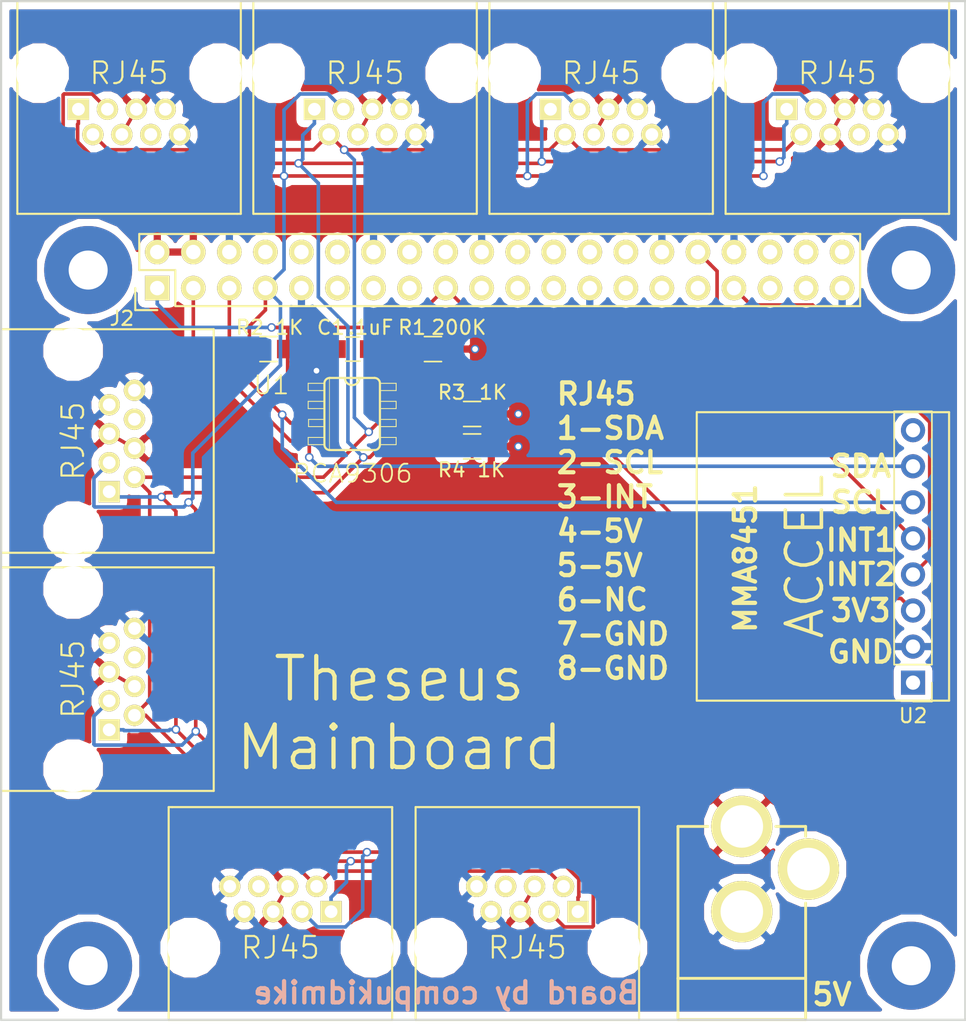
<source format=kicad_pcb>
(kicad_pcb (version 4) (host pcbnew 4.0.7)

  (general
    (links 88)
    (no_connects 1)
    (area 106.402999 56.237999 174.700001 128.79874)
    (thickness 1.6)
    (drawings 20)
    (tracks 235)
    (zones 0)
    (modules 17)
    (nets 12)
  )

  (page A4)
  (layers
    (0 F.Cu signal)
    (31 B.Cu signal)
    (32 B.Adhes user)
    (33 F.Adhes user)
    (34 B.Paste user)
    (35 F.Paste user)
    (36 B.SilkS user)
    (37 F.SilkS user)
    (38 B.Mask user)
    (39 F.Mask user)
    (40 Dwgs.User user)
    (41 Cmts.User user)
    (42 Eco1.User user)
    (43 Eco2.User user)
    (44 Edge.Cuts user)
    (45 Margin user)
    (46 B.CrtYd user)
    (47 F.CrtYd user)
    (48 B.Fab user)
    (49 F.Fab user hide)
  )

  (setup
    (last_trace_width 0.254)
    (trace_clearance 0.2)
    (zone_clearance 0.508)
    (zone_45_only no)
    (trace_min 0.2)
    (segment_width 0.2)
    (edge_width 0.15)
    (via_size 0.6)
    (via_drill 0.4)
    (via_min_size 0.4)
    (via_min_drill 0.3)
    (uvia_size 0.3)
    (uvia_drill 0.1)
    (uvias_allowed no)
    (uvia_min_size 0.2)
    (uvia_min_drill 0.1)
    (pcb_text_width 0.3)
    (pcb_text_size 1.5 1.5)
    (mod_edge_width 0.15)
    (mod_text_size 1 1)
    (mod_text_width 0.15)
    (pad_size 4.318 4.318)
    (pad_drill 2.9972)
    (pad_to_mask_clearance 0.2)
    (aux_axis_origin 0 0)
    (visible_elements 7FFFEFFF)
    (pcbplotparams
      (layerselection 0x010f0_80000001)
      (usegerberextensions true)
      (excludeedgelayer true)
      (linewidth 0.100000)
      (plotframeref false)
      (viasonmask false)
      (mode 1)
      (useauxorigin false)
      (hpglpennumber 1)
      (hpglpenspeed 20)
      (hpglpendiameter 15)
      (hpglpenoverlay 2)
      (psnegative false)
      (psa4output false)
      (plotreference true)
      (plotvalue true)
      (plotinvisibletext false)
      (padsonsilk false)
      (subtractmaskfromsilk false)
      (outputformat 1)
      (mirror false)
      (drillshape 0)
      (scaleselection 1)
      (outputdirectory ""))
  )

  (net 0 "")
  (net 1 "Net-(C1-Pad1)")
  (net 2 GND)
  (net 3 SDA)
  (net 4 SCL)
  (net 5 INT)
  (net 6 +5V)
  (net 7 +3V3)
  (net 8 SCL-LOW)
  (net 9 SDA-LOW)
  (net 10 INT2)
  (net 11 INT1)

  (net_class Default "This is the default net class."
    (clearance 0.2)
    (trace_width 0.254)
    (via_dia 0.6)
    (via_drill 0.4)
    (uvia_dia 0.3)
    (uvia_drill 0.1)
    (add_net +3V3)
    (add_net +5V)
    (add_net GND)
    (add_net INT)
    (add_net INT1)
    (add_net INT2)
    (add_net "Net-(C1-Pad1)")
    (add_net SCL)
    (add_net SCL-LOW)
    (add_net SDA)
    (add_net SDA-LOW)
  )

  (module adafruit:SO08 (layer F.Cu) (tedit 5AEB944C) (tstamp 5AE93902)
    (at 131.4196 85.598 270)
    (path /5AE97C12)
    (attr smd)
    (fp_text reference U1 (at -2.032 5.6896 360) (layer F.SilkS)
      (effects (font (size 1.27 1.27) (thickness 0.127)))
    )
    (fp_text value PCA9306 (at 4.191 -0.0254 360) (layer F.SilkS)
      (effects (font (size 1.27 1.27) (thickness 0.127)))
    )
    (fp_line (start 1.651 -1.9558) (end 2.159 -1.9558) (layer F.SilkS) (width 0.06604))
    (fp_line (start 2.159 -1.9558) (end 2.159 -3.0988) (layer F.SilkS) (width 0.06604))
    (fp_line (start 1.651 -3.0988) (end 2.159 -3.0988) (layer F.SilkS) (width 0.06604))
    (fp_line (start 1.651 -1.9558) (end 1.651 -3.0988) (layer F.SilkS) (width 0.06604))
    (fp_line (start -2.159 3.0988) (end -1.651 3.0988) (layer F.SilkS) (width 0.06604))
    (fp_line (start -1.651 3.0988) (end -1.651 1.9558) (layer F.SilkS) (width 0.06604))
    (fp_line (start -2.159 1.9558) (end -1.651 1.9558) (layer F.SilkS) (width 0.06604))
    (fp_line (start -2.159 3.0988) (end -2.159 1.9558) (layer F.SilkS) (width 0.06604))
    (fp_line (start -0.889 3.0988) (end -0.381 3.0988) (layer F.SilkS) (width 0.06604))
    (fp_line (start -0.381 3.0988) (end -0.381 1.9558) (layer F.SilkS) (width 0.06604))
    (fp_line (start -0.889 1.9558) (end -0.381 1.9558) (layer F.SilkS) (width 0.06604))
    (fp_line (start -0.889 3.0988) (end -0.889 1.9558) (layer F.SilkS) (width 0.06604))
    (fp_line (start 0.381 3.0734) (end 0.889 3.0734) (layer F.SilkS) (width 0.06604))
    (fp_line (start 0.889 3.0734) (end 0.889 1.9304) (layer F.SilkS) (width 0.06604))
    (fp_line (start 0.381 1.9304) (end 0.889 1.9304) (layer F.SilkS) (width 0.06604))
    (fp_line (start 0.381 3.0734) (end 0.381 1.9304) (layer F.SilkS) (width 0.06604))
    (fp_line (start 1.651 3.0988) (end 2.159 3.0988) (layer F.SilkS) (width 0.06604))
    (fp_line (start 2.159 3.0988) (end 2.159 1.9558) (layer F.SilkS) (width 0.06604))
    (fp_line (start 1.651 1.9558) (end 2.159 1.9558) (layer F.SilkS) (width 0.06604))
    (fp_line (start 1.651 3.0988) (end 1.651 1.9558) (layer F.SilkS) (width 0.06604))
    (fp_line (start 0.381 -1.9558) (end 0.889 -1.9558) (layer F.SilkS) (width 0.06604))
    (fp_line (start 0.889 -1.9558) (end 0.889 -3.0988) (layer F.SilkS) (width 0.06604))
    (fp_line (start 0.381 -3.0988) (end 0.889 -3.0988) (layer F.SilkS) (width 0.06604))
    (fp_line (start 0.381 -1.9558) (end 0.381 -3.0988) (layer F.SilkS) (width 0.06604))
    (fp_line (start -0.889 -1.9558) (end -0.381 -1.9558) (layer F.SilkS) (width 0.06604))
    (fp_line (start -0.381 -1.9558) (end -0.381 -3.0988) (layer F.SilkS) (width 0.06604))
    (fp_line (start -0.889 -3.0988) (end -0.381 -3.0988) (layer F.SilkS) (width 0.06604))
    (fp_line (start -0.889 -1.9558) (end -0.889 -3.0988) (layer F.SilkS) (width 0.06604))
    (fp_line (start -2.159 -1.9558) (end -1.651 -1.9558) (layer F.SilkS) (width 0.06604))
    (fp_line (start -1.651 -1.9558) (end -1.651 -3.0988) (layer F.SilkS) (width 0.06604))
    (fp_line (start -2.159 -3.0988) (end -1.651 -3.0988) (layer F.SilkS) (width 0.06604))
    (fp_line (start -2.159 -1.9558) (end -2.159 -3.0988) (layer F.SilkS) (width 0.06604))
    (fp_line (start 2.159 -1.9558) (end -2.159 -1.9558) (layer F.SilkS) (width 0.1524))
    (fp_line (start -2.159 1.9558) (end 2.159 1.9558) (layer F.SilkS) (width 0.1524))
    (fp_line (start 2.54 1.5748) (end 2.54 -1.5748) (layer F.SilkS) (width 0.1524))
    (fp_line (start -2.54 -1.5748) (end -2.54 1.5748) (layer F.SilkS) (width 0.1524))
    (fp_line (start -2.54 1.6002) (end 2.54 1.6002) (layer F.SilkS) (width 0.0508))
    (fp_arc (start 2.159 1.5748) (end 2.54 1.5748) (angle 90) (layer F.SilkS) (width 0.1524))
    (fp_arc (start -2.159 -1.5748) (end -2.54 -1.5748) (angle 90) (layer F.SilkS) (width 0.1524))
    (fp_arc (start 2.159 -1.5748) (end 2.159 -1.9558) (angle 90) (layer F.SilkS) (width 0.1524))
    (fp_arc (start -2.159 1.5748) (end -2.159 1.9558) (angle 90) (layer F.SilkS) (width 0.1524))
    (fp_arc (start -2.54 0) (end -2.54 -0.508) (angle 180) (layer F.SilkS) (width 0.1524))
    (pad 1 smd rect (at -1.905 3.0734 270) (size 0.6604 2.032) (layers F.Cu F.Paste F.Mask)
      (net 2 GND))
    (pad 2 smd rect (at -0.635 3.0734 270) (size 0.6604 2.032) (layers F.Cu F.Paste F.Mask)
      (net 7 +3V3))
    (pad 3 smd rect (at 0.635 3.0734 270) (size 0.6604 2.032) (layers F.Cu F.Paste F.Mask)
      (net 8 SCL-LOW))
    (pad 4 smd rect (at 1.905 3.0734 270) (size 0.6604 2.032) (layers F.Cu F.Paste F.Mask)
      (net 9 SDA-LOW))
    (pad 5 smd rect (at 1.905 -3.0734 270) (size 0.6604 2.032) (layers F.Cu F.Paste F.Mask)
      (net 3 SDA))
    (pad 6 smd rect (at 0.635 -3.0734 270) (size 0.6604 2.032) (layers F.Cu F.Paste F.Mask)
      (net 4 SCL))
    (pad 7 smd rect (at -0.635 -3.0734 270) (size 0.6604 2.032) (layers F.Cu F.Paste F.Mask)
      (net 1 "Net-(C1-Pad1)"))
    (pad 8 smd rect (at -1.905 -3.0734 270) (size 0.6604 2.032) (layers F.Cu F.Paste F.Mask)
      (net 1 "Net-(C1-Pad1)"))
  )

  (module POWER_JACK_PTH (layer F.Cu) (tedit 5AEBA8E3) (tstamp 5AE9386E)
    (at 158.877 128.34874)
    (path /5AE3DFFE)
    (attr virtual)
    (fp_text reference J1 (at -2.794 -5.2832) (layer F.SilkS) hide
      (effects (font (size 0.4064 0.4064) (thickness 0.0254)))
    )
    (fp_text value Barrel_Jack (at -2.58826 -4.0132) (layer F.SilkS) hide
      (effects (font (size 0.4064 0.4064) (thickness 0.0254)))
    )
    (fp_line (start 4.49834 -13.69822) (end 2.39776 -13.69822) (layer F.SilkS) (width 0.2032))
    (fp_line (start -4.49834 -2.99974) (end -4.49834 -0.09906) (layer F.SilkS) (width 0.2032))
    (fp_line (start 4.49834 -0.09906) (end 4.49834 -2.99974) (layer F.SilkS) (width 0.2032))
    (fp_line (start 4.49834 -0.09906) (end -4.49834 -0.09906) (layer F.SilkS) (width 0.2032))
    (fp_line (start 4.49834 -2.99974) (end 4.49834 -8.29818) (layer F.SilkS) (width 0.2032))
    (fp_line (start 4.49834 -13.69822) (end 4.49834 -12.99972) (layer F.SilkS) (width 0.2032))
    (fp_line (start -4.49834 -2.99974) (end -4.49834 -13.69822) (layer F.SilkS) (width 0.2032))
    (fp_line (start -4.49834 -13.69822) (end -2.39776 -13.69822) (layer F.SilkS) (width 0.2032))
    (fp_line (start -4.49834 -2.99974) (end 4.49834 -2.99974) (layer F.SilkS) (width 0.2032))
    (pad 2 thru_hole circle (at 0 -7.69874) (size 4.318 4.318) (drill 2.9972) (layers *.Cu *.Mask F.Paste F.SilkS)
      (net 2 GND))
    (pad GNDB thru_hole circle (at 4.699 -10.69848) (size 4.318 4.318) (drill 2.9972) (layers *.Cu *.Mask F.Paste F.SilkS))
    (pad 1 thru_hole circle (at 0 -13.69822) (size 4.318 4.318) (drill 2.9972) (layers *.Cu *.Mask F.Paste F.SilkS)
      (net 6 +5V))
  )

  (module Pin_Headers:Pin_Header_Straight_1x08_Pitch2.54mm (layer F.Cu) (tedit 5AE93A84) (tstamp 5AE9390E)
    (at 170.942 104.521 180)
    (descr "Through hole straight pin header, 1x08, 2.54mm pitch, single row")
    (tags "Through hole pin header THT 1x08 2.54mm single row")
    (path /5AE9B1F0)
    (fp_text reference U2 (at 0 -2.33 180) (layer F.SilkS)
      (effects (font (size 1 1) (thickness 0.15)))
    )
    (fp_text value MMA8451 (at 0 20.11 180) (layer F.Fab)
      (effects (font (size 1 1) (thickness 0.15)))
    )
    (fp_text user ACCEL (at 7.62 8.89 270) (layer F.SilkS)
      (effects (font (size 2.54 2.54) (thickness 0.254)))
    )
    (fp_line (start -2.54 19.05) (end -2.54 -1.27) (layer F.SilkS) (width 0.15))
    (fp_line (start 15.24 19.05) (end -2.54 19.05) (layer F.SilkS) (width 0.15))
    (fp_line (start 15.24 -1.27) (end 15.24 19.05) (layer F.SilkS) (width 0.15))
    (fp_line (start -2.54 -1.27) (end 15.24 -1.27) (layer F.SilkS) (width 0.15))
    (fp_line (start -0.635 -1.27) (end 1.27 -1.27) (layer F.Fab) (width 0.1))
    (fp_line (start 1.27 -1.27) (end 1.27 19.05) (layer F.Fab) (width 0.1))
    (fp_line (start 1.27 19.05) (end -1.27 19.05) (layer F.Fab) (width 0.1))
    (fp_line (start -1.27 19.05) (end -1.27 -0.635) (layer F.Fab) (width 0.1))
    (fp_line (start -1.27 -0.635) (end -0.635 -1.27) (layer F.Fab) (width 0.1))
    (fp_line (start -1.33 19.11) (end 1.33 19.11) (layer F.SilkS) (width 0.12))
    (fp_line (start -1.33 1.27) (end -1.33 19.11) (layer F.SilkS) (width 0.12))
    (fp_line (start 1.33 1.27) (end 1.33 19.11) (layer F.SilkS) (width 0.12))
    (fp_line (start -1.33 1.27) (end 1.33 1.27) (layer F.SilkS) (width 0.12))
    (fp_line (start -1.33 0) (end -1.33 -1.33) (layer F.SilkS) (width 0.12))
    (fp_line (start -1.33 -1.33) (end 0 -1.33) (layer F.SilkS) (width 0.12))
    (fp_line (start -1.8 -1.8) (end -1.8 19.55) (layer F.CrtYd) (width 0.05))
    (fp_line (start -1.8 19.55) (end 1.8 19.55) (layer F.CrtYd) (width 0.05))
    (fp_line (start 1.8 19.55) (end 1.8 -1.8) (layer F.CrtYd) (width 0.05))
    (fp_line (start 1.8 -1.8) (end -1.8 -1.8) (layer F.CrtYd) (width 0.05))
    (fp_text user %R (at 0 8.89 270) (layer F.Fab)
      (effects (font (size 1 1) (thickness 0.15)))
    )
    (pad 1 thru_hole rect (at 0 0 180) (size 1.7 1.7) (drill 1) (layers *.Cu *.Mask))
    (pad 2 thru_hole oval (at 0 2.54 180) (size 1.7 1.7) (drill 1) (layers *.Cu *.Mask)
      (net 2 GND))
    (pad 3 thru_hole oval (at 0 5.08 180) (size 1.7 1.7) (drill 1) (layers *.Cu *.Mask)
      (net 7 +3V3))
    (pad 4 thru_hole oval (at 0 7.62 180) (size 1.7 1.7) (drill 1) (layers *.Cu *.Mask)
      (net 10 INT2))
    (pad 5 thru_hole oval (at 0 10.16 180) (size 1.7 1.7) (drill 1) (layers *.Cu *.Mask)
      (net 11 INT1))
    (pad 6 thru_hole oval (at 0 12.7 180) (size 1.7 1.7) (drill 1) (layers *.Cu *.Mask)
      (net 8 SCL-LOW))
    (pad 7 thru_hole oval (at 0 15.24 180) (size 1.7 1.7) (drill 1) (layers *.Cu *.Mask)
      (net 9 SDA-LOW))
    (pad 8 thru_hole oval (at 0 17.78 180) (size 1.7 1.7) (drill 1) (layers *.Cu *.Mask))
    (model ${KISYS3DMOD}/Pin_Headers.3dshapes/Pin_Header_Straight_1x08_Pitch2.54mm.wrl
      (at (xyz 0 0 0))
      (scale (xyz 1 1 1))
      (rotate (xyz 0 0 0))
    )
  )

  (module RPi_Hat:Pin_Header_Straight_2x20 (layer F.Cu) (tedit 5AE93963) (tstamp 5AE93B95)
    (at 141.815 75.46 90)
    (descr "Through hole pin header")
    (tags "pin header")
    (path /5AE9F4EC)
    (fp_text reference J2 (at -3.407 -26.626 360) (layer F.SilkS)
      (effects (font (size 1 1) (thickness 0.15)))
    )
    (fp_text value Raspberry_Pi_2_3 (at -1.27 -27.23 90) (layer F.Fab)
      (effects (font (size 1 1) (thickness 0.15)))
    )
    (fp_line (start -3.02 -25.88) (end -3.02 25.92) (layer F.CrtYd) (width 0.05))
    (fp_line (start 3.03 -25.88) (end 3.03 25.92) (layer F.CrtYd) (width 0.05))
    (fp_line (start -3.02 -25.88) (end 3.03 -25.88) (layer F.CrtYd) (width 0.05))
    (fp_line (start -3.02 25.92) (end 3.03 25.92) (layer F.CrtYd) (width 0.05))
    (fp_line (start 2.54 25.4) (end 2.54 -25.4) (layer F.SilkS) (width 0.15))
    (fp_line (start -2.54 -22.86) (end -2.54 25.4) (layer F.SilkS) (width 0.15))
    (fp_line (start 2.54 25.4) (end -2.54 25.4) (layer F.SilkS) (width 0.15))
    (fp_line (start 2.54 -25.4) (end 0 -25.4) (layer F.SilkS) (width 0.15))
    (fp_line (start -1.27 -25.68) (end -2.82 -25.68) (layer F.SilkS) (width 0.15))
    (fp_line (start 0 -25.4) (end 0 -22.86) (layer F.SilkS) (width 0.15))
    (fp_line (start 0 -22.86) (end -2.54 -22.86) (layer F.SilkS) (width 0.15))
    (fp_line (start -2.82 -25.68) (end -2.82 -24.13) (layer F.SilkS) (width 0.15))
    (pad "" np_thru_hole circle (at -49 -29 90) (size 6.2 6.2) (drill 2.75) (layers *.Cu *.Mask))
    (pad "" np_thru_hole circle (at -49 29 90) (size 6.2 6.2) (drill 2.75) (layers *.Cu *.Mask))
    (pad "" np_thru_hole circle (at 0 29 90) (size 6.2 6.2) (drill 2.75) (layers *.Cu *.Mask))
    (pad 1 thru_hole rect (at -1.27 -24.13 90) (size 1.7272 1.7272) (drill 1.016) (layers *.Cu *.Mask F.SilkS)
      (net 7 +3V3))
    (pad 2 thru_hole oval (at 1.27 -24.13 90) (size 1.7272 1.7272) (drill 1.016) (layers *.Cu *.Mask F.SilkS)
      (net 6 +5V))
    (pad 3 thru_hole oval (at -1.27 -21.59 90) (size 1.7272 1.7272) (drill 1.016) (layers *.Cu *.Mask F.SilkS)
      (net 9 SDA-LOW))
    (pad 4 thru_hole oval (at 1.27 -21.59 90) (size 1.7272 1.7272) (drill 1.016) (layers *.Cu *.Mask F.SilkS)
      (net 6 +5V))
    (pad 5 thru_hole oval (at -1.27 -19.05 90) (size 1.7272 1.7272) (drill 1.016) (layers *.Cu *.Mask F.SilkS)
      (net 8 SCL-LOW))
    (pad 6 thru_hole oval (at 1.27 -19.05 90) (size 1.7272 1.7272) (drill 1.016) (layers *.Cu *.Mask F.SilkS)
      (net 2 GND))
    (pad 7 thru_hole oval (at -1.27 -16.51 90) (size 1.7272 1.7272) (drill 1.016) (layers *.Cu *.Mask F.SilkS)
      (net 5 INT))
    (pad 8 thru_hole oval (at 1.27 -16.51 90) (size 1.7272 1.7272) (drill 1.016) (layers *.Cu *.Mask F.SilkS))
    (pad 9 thru_hole oval (at -1.27 -13.97 90) (size 1.7272 1.7272) (drill 1.016) (layers *.Cu *.Mask F.SilkS)
      (net 2 GND))
    (pad 10 thru_hole oval (at 1.27 -13.97 90) (size 1.7272 1.7272) (drill 1.016) (layers *.Cu *.Mask F.SilkS))
    (pad 11 thru_hole oval (at -1.27 -11.43 90) (size 1.7272 1.7272) (drill 1.016) (layers *.Cu *.Mask F.SilkS))
    (pad 12 thru_hole oval (at 1.27 -11.43 90) (size 1.7272 1.7272) (drill 1.016) (layers *.Cu *.Mask F.SilkS))
    (pad 13 thru_hole oval (at -1.27 -8.89 90) (size 1.7272 1.7272) (drill 1.016) (layers *.Cu *.Mask F.SilkS))
    (pad 14 thru_hole oval (at 1.27 -8.89 90) (size 1.7272 1.7272) (drill 1.016) (layers *.Cu *.Mask F.SilkS)
      (net 2 GND))
    (pad 15 thru_hole oval (at -1.27 -6.35 90) (size 1.7272 1.7272) (drill 1.016) (layers *.Cu *.Mask F.SilkS))
    (pad 16 thru_hole oval (at 1.27 -6.35 90) (size 1.7272 1.7272) (drill 1.016) (layers *.Cu *.Mask F.SilkS))
    (pad 17 thru_hole oval (at -1.27 -3.81 90) (size 1.7272 1.7272) (drill 1.016) (layers *.Cu *.Mask F.SilkS)
      (net 7 +3V3))
    (pad 18 thru_hole oval (at 1.27 -3.81 90) (size 1.7272 1.7272) (drill 1.016) (layers *.Cu *.Mask F.SilkS))
    (pad 19 thru_hole oval (at -1.27 -1.27 90) (size 1.7272 1.7272) (drill 1.016) (layers *.Cu *.Mask F.SilkS))
    (pad 20 thru_hole oval (at 1.27 -1.27 90) (size 1.7272 1.7272) (drill 1.016) (layers *.Cu *.Mask F.SilkS)
      (net 2 GND))
    (pad 21 thru_hole oval (at -1.27 1.27 90) (size 1.7272 1.7272) (drill 1.016) (layers *.Cu *.Mask F.SilkS))
    (pad 22 thru_hole oval (at 1.27 1.27 90) (size 1.7272 1.7272) (drill 1.016) (layers *.Cu *.Mask F.SilkS))
    (pad 23 thru_hole oval (at -1.27 3.81 90) (size 1.7272 1.7272) (drill 1.016) (layers *.Cu *.Mask F.SilkS))
    (pad 24 thru_hole oval (at 1.27 3.81 90) (size 1.7272 1.7272) (drill 1.016) (layers *.Cu *.Mask F.SilkS))
    (pad 25 thru_hole oval (at -1.27 6.35 90) (size 1.7272 1.7272) (drill 1.016) (layers *.Cu *.Mask F.SilkS)
      (net 2 GND))
    (pad 26 thru_hole oval (at 1.27 6.35 90) (size 1.7272 1.7272) (drill 1.016) (layers *.Cu *.Mask F.SilkS))
    (pad 27 thru_hole oval (at -1.27 8.89 90) (size 1.7272 1.7272) (drill 1.016) (layers *.Cu *.Mask F.SilkS))
    (pad 28 thru_hole oval (at 1.27 8.89 90) (size 1.7272 1.7272) (drill 1.016) (layers *.Cu *.Mask F.SilkS))
    (pad 29 thru_hole oval (at -1.27 11.43 90) (size 1.7272 1.7272) (drill 1.016) (layers *.Cu *.Mask F.SilkS))
    (pad 30 thru_hole oval (at 1.27 11.43 90) (size 1.7272 1.7272) (drill 1.016) (layers *.Cu *.Mask F.SilkS)
      (net 2 GND))
    (pad 31 thru_hole oval (at -1.27 13.97 90) (size 1.7272 1.7272) (drill 1.016) (layers *.Cu *.Mask F.SilkS))
    (pad 32 thru_hole oval (at 1.27 13.97 90) (size 1.7272 1.7272) (drill 1.016) (layers *.Cu *.Mask F.SilkS)
      (net 11 INT1))
    (pad 33 thru_hole oval (at -1.27 16.51 90) (size 1.7272 1.7272) (drill 1.016) (layers *.Cu *.Mask F.SilkS)
      (net 10 INT2))
    (pad 34 thru_hole oval (at 1.27 16.51 90) (size 1.7272 1.7272) (drill 1.016) (layers *.Cu *.Mask F.SilkS)
      (net 2 GND))
    (pad 35 thru_hole oval (at -1.27 19.05 90) (size 1.7272 1.7272) (drill 1.016) (layers *.Cu *.Mask F.SilkS))
    (pad 36 thru_hole oval (at 1.27 19.05 90) (size 1.7272 1.7272) (drill 1.016) (layers *.Cu *.Mask F.SilkS))
    (pad 37 thru_hole oval (at -1.27 21.59 90) (size 1.7272 1.7272) (drill 1.016) (layers *.Cu *.Mask F.SilkS))
    (pad 38 thru_hole oval (at 1.27 21.59 90) (size 1.7272 1.7272) (drill 1.016) (layers *.Cu *.Mask F.SilkS))
    (pad 39 thru_hole oval (at -1.27 24.13 90) (size 1.7272 1.7272) (drill 1.016) (layers *.Cu *.Mask F.SilkS)
      (net 2 GND))
    (pad 40 thru_hole oval (at 1.27 24.13 90) (size 1.7272 1.7272) (drill 1.016) (layers *.Cu *.Mask F.SilkS))
    (pad "" np_thru_hole circle (at 0 -29 90) (size 6.2 6.2) (drill 2.75) (layers *.Cu *.Mask))
    (model Pin_Headers.3dshapes/Pin_Header_Straight_2x20.wrl
      (at (xyz 0.05 -0.95 0))
      (scale (xyz 1 1 1))
      (rotate (xyz 0 0 90))
    )
  )

  (module Capacitors_SMD:C_0805_HandSoldering (layer F.Cu) (tedit 58AA84A8) (tstamp 5AE93867)
    (at 131.465 81.026 180)
    (descr "Capacitor SMD 0805, hand soldering")
    (tags "capacitor 0805")
    (path /5AE9A872)
    (attr smd)
    (fp_text reference C1 (at 1.544 1.524 180) (layer F.SilkS)
      (effects (font (size 1 1) (thickness 0.15)))
    )
    (fp_text value 0.1uF (at 0 1.75 180) (layer F.Fab)
      (effects (font (size 1 1) (thickness 0.15)))
    )
    (fp_text user %R (at 0 -1.75 180) (layer F.Fab)
      (effects (font (size 1 1) (thickness 0.15)))
    )
    (fp_line (start -1 0.62) (end -1 -0.62) (layer F.Fab) (width 0.1))
    (fp_line (start 1 0.62) (end -1 0.62) (layer F.Fab) (width 0.1))
    (fp_line (start 1 -0.62) (end 1 0.62) (layer F.Fab) (width 0.1))
    (fp_line (start -1 -0.62) (end 1 -0.62) (layer F.Fab) (width 0.1))
    (fp_line (start 0.5 -0.85) (end -0.5 -0.85) (layer F.SilkS) (width 0.12))
    (fp_line (start -0.5 0.85) (end 0.5 0.85) (layer F.SilkS) (width 0.12))
    (fp_line (start -2.25 -0.88) (end 2.25 -0.88) (layer F.CrtYd) (width 0.05))
    (fp_line (start -2.25 -0.88) (end -2.25 0.87) (layer F.CrtYd) (width 0.05))
    (fp_line (start 2.25 0.87) (end 2.25 -0.88) (layer F.CrtYd) (width 0.05))
    (fp_line (start 2.25 0.87) (end -2.25 0.87) (layer F.CrtYd) (width 0.05))
    (pad 1 smd rect (at -1.25 0 180) (size 1.5 1.25) (layers F.Cu F.Paste F.Mask)
      (net 1 "Net-(C1-Pad1)"))
    (pad 2 smd rect (at 1.25 0 180) (size 1.5 1.25) (layers F.Cu F.Paste F.Mask)
      (net 2 GND))
    (model Capacitors_SMD.3dshapes/C_0805.wrl
      (at (xyz 0 0 0))
      (scale (xyz 1 1 1))
      (rotate (xyz 0 0 0))
    )
  )

  (module Resistors_SMD:R_0805_HandSoldering (layer F.Cu) (tedit 58E0A804) (tstamp 5AE938E4)
    (at 137.113 81.026 180)
    (descr "Resistor SMD 0805, hand soldering")
    (tags "resistor 0805")
    (path /5AE99632)
    (attr smd)
    (fp_text reference R1 (at 1.477 1.524 180) (layer F.SilkS)
      (effects (font (size 1 1) (thickness 0.15)))
    )
    (fp_text value 200K (at 0 1.75 180) (layer F.Fab)
      (effects (font (size 1 1) (thickness 0.15)))
    )
    (fp_text user %R (at 0 0 180) (layer F.Fab)
      (effects (font (size 0.5 0.5) (thickness 0.075)))
    )
    (fp_line (start -1 0.62) (end -1 -0.62) (layer F.Fab) (width 0.1))
    (fp_line (start 1 0.62) (end -1 0.62) (layer F.Fab) (width 0.1))
    (fp_line (start 1 -0.62) (end 1 0.62) (layer F.Fab) (width 0.1))
    (fp_line (start -1 -0.62) (end 1 -0.62) (layer F.Fab) (width 0.1))
    (fp_line (start 0.6 0.88) (end -0.6 0.88) (layer F.SilkS) (width 0.12))
    (fp_line (start -0.6 -0.88) (end 0.6 -0.88) (layer F.SilkS) (width 0.12))
    (fp_line (start -2.35 -0.9) (end 2.35 -0.9) (layer F.CrtYd) (width 0.05))
    (fp_line (start -2.35 -0.9) (end -2.35 0.9) (layer F.CrtYd) (width 0.05))
    (fp_line (start 2.35 0.9) (end 2.35 -0.9) (layer F.CrtYd) (width 0.05))
    (fp_line (start 2.35 0.9) (end -2.35 0.9) (layer F.CrtYd) (width 0.05))
    (pad 1 smd rect (at -1.35 0 180) (size 1.5 1.3) (layers F.Cu F.Paste F.Mask)
      (net 6 +5V))
    (pad 2 smd rect (at 1.35 0 180) (size 1.5 1.3) (layers F.Cu F.Paste F.Mask)
      (net 1 "Net-(C1-Pad1)"))
    (model ${KISYS3DMOD}/Resistors_SMD.3dshapes/R_0805.wrl
      (at (xyz 0 0 0))
      (scale (xyz 1 1 1))
      (rotate (xyz 0 0 0))
    )
  )

  (module Resistors_SMD:R_0805_HandSoldering (layer F.Cu) (tedit 58E0A804) (tstamp 5AE938EA)
    (at 125.523 81.026 180)
    (descr "Resistor SMD 0805, hand soldering")
    (tags "resistor 0805")
    (path /5AE9C15F)
    (attr smd)
    (fp_text reference R2 (at 1.317 1.524 180) (layer F.SilkS)
      (effects (font (size 1 1) (thickness 0.15)))
    )
    (fp_text value 1K (at 0 1.75 180) (layer F.Fab)
      (effects (font (size 1 1) (thickness 0.15)))
    )
    (fp_text user %R (at 0 0 180) (layer F.Fab)
      (effects (font (size 0.5 0.5) (thickness 0.075)))
    )
    (fp_line (start -1 0.62) (end -1 -0.62) (layer F.Fab) (width 0.1))
    (fp_line (start 1 0.62) (end -1 0.62) (layer F.Fab) (width 0.1))
    (fp_line (start 1 -0.62) (end 1 0.62) (layer F.Fab) (width 0.1))
    (fp_line (start -1 -0.62) (end 1 -0.62) (layer F.Fab) (width 0.1))
    (fp_line (start 0.6 0.88) (end -0.6 0.88) (layer F.SilkS) (width 0.12))
    (fp_line (start -0.6 -0.88) (end 0.6 -0.88) (layer F.SilkS) (width 0.12))
    (fp_line (start -2.35 -0.9) (end 2.35 -0.9) (layer F.CrtYd) (width 0.05))
    (fp_line (start -2.35 -0.9) (end -2.35 0.9) (layer F.CrtYd) (width 0.05))
    (fp_line (start 2.35 0.9) (end 2.35 -0.9) (layer F.CrtYd) (width 0.05))
    (fp_line (start 2.35 0.9) (end -2.35 0.9) (layer F.CrtYd) (width 0.05))
    (pad 1 smd rect (at -1.35 0 180) (size 1.5 1.3) (layers F.Cu F.Paste F.Mask)
      (net 7 +3V3))
    (pad 2 smd rect (at 1.35 0 180) (size 1.5 1.3) (layers F.Cu F.Paste F.Mask)
      (net 5 INT))
    (model ${KISYS3DMOD}/Resistors_SMD.3dshapes/R_0805.wrl
      (at (xyz 0 0 0))
      (scale (xyz 1 1 1))
      (rotate (xyz 0 0 0))
    )
  )

  (module Resistors_SMD:R_0805_HandSoldering (layer F.Cu) (tedit 58E0A804) (tstamp 5AE938F0)
    (at 139.874 85.598 180)
    (descr "Resistor SMD 0805, hand soldering")
    (tags "resistor 0805")
    (path /5AE98F98)
    (attr smd)
    (fp_text reference R3 (at 1.444 1.524 180) (layer F.SilkS)
      (effects (font (size 1 1) (thickness 0.15)))
    )
    (fp_text value 1K (at 0 1.75 180) (layer F.Fab)
      (effects (font (size 1 1) (thickness 0.15)))
    )
    (fp_text user %R (at 0 0 180) (layer F.Fab)
      (effects (font (size 0.5 0.5) (thickness 0.075)))
    )
    (fp_line (start -1 0.62) (end -1 -0.62) (layer F.Fab) (width 0.1))
    (fp_line (start 1 0.62) (end -1 0.62) (layer F.Fab) (width 0.1))
    (fp_line (start 1 -0.62) (end 1 0.62) (layer F.Fab) (width 0.1))
    (fp_line (start -1 -0.62) (end 1 -0.62) (layer F.Fab) (width 0.1))
    (fp_line (start 0.6 0.88) (end -0.6 0.88) (layer F.SilkS) (width 0.12))
    (fp_line (start -0.6 -0.88) (end 0.6 -0.88) (layer F.SilkS) (width 0.12))
    (fp_line (start -2.35 -0.9) (end 2.35 -0.9) (layer F.CrtYd) (width 0.05))
    (fp_line (start -2.35 -0.9) (end -2.35 0.9) (layer F.CrtYd) (width 0.05))
    (fp_line (start 2.35 0.9) (end 2.35 -0.9) (layer F.CrtYd) (width 0.05))
    (fp_line (start 2.35 0.9) (end -2.35 0.9) (layer F.CrtYd) (width 0.05))
    (pad 1 smd rect (at -1.35 0 180) (size 1.5 1.3) (layers F.Cu F.Paste F.Mask)
      (net 6 +5V))
    (pad 2 smd rect (at 1.35 0 180) (size 1.5 1.3) (layers F.Cu F.Paste F.Mask)
      (net 4 SCL))
    (model ${KISYS3DMOD}/Resistors_SMD.3dshapes/R_0805.wrl
      (at (xyz 0 0 0))
      (scale (xyz 1 1 1))
      (rotate (xyz 0 0 0))
    )
  )

  (module Resistors_SMD:R_0805_HandSoldering (layer F.Cu) (tedit 58E0A804) (tstamp 5AE938F6)
    (at 139.874 87.884 180)
    (descr "Resistor SMD 0805, hand soldering")
    (tags "resistor 0805")
    (path /5AE98FDD)
    (attr smd)
    (fp_text reference R4 (at 1.444 -1.651 180) (layer F.SilkS)
      (effects (font (size 1 1) (thickness 0.15)))
    )
    (fp_text value 1K (at 0 1.75 180) (layer F.Fab)
      (effects (font (size 1 1) (thickness 0.15)))
    )
    (fp_text user %R (at 0 0 180) (layer F.Fab)
      (effects (font (size 0.5 0.5) (thickness 0.075)))
    )
    (fp_line (start -1 0.62) (end -1 -0.62) (layer F.Fab) (width 0.1))
    (fp_line (start 1 0.62) (end -1 0.62) (layer F.Fab) (width 0.1))
    (fp_line (start 1 -0.62) (end 1 0.62) (layer F.Fab) (width 0.1))
    (fp_line (start -1 -0.62) (end 1 -0.62) (layer F.Fab) (width 0.1))
    (fp_line (start 0.6 0.88) (end -0.6 0.88) (layer F.SilkS) (width 0.12))
    (fp_line (start -0.6 -0.88) (end 0.6 -0.88) (layer F.SilkS) (width 0.12))
    (fp_line (start -2.35 -0.9) (end 2.35 -0.9) (layer F.CrtYd) (width 0.05))
    (fp_line (start -2.35 -0.9) (end -2.35 0.9) (layer F.CrtYd) (width 0.05))
    (fp_line (start 2.35 0.9) (end 2.35 -0.9) (layer F.CrtYd) (width 0.05))
    (fp_line (start 2.35 0.9) (end -2.35 0.9) (layer F.CrtYd) (width 0.05))
    (pad 1 smd rect (at -1.35 0 180) (size 1.5 1.3) (layers F.Cu F.Paste F.Mask)
      (net 6 +5V))
    (pad 2 smd rect (at 1.35 0 180) (size 1.5 1.3) (layers F.Cu F.Paste F.Mask)
      (net 3 SDA))
    (model ${KISYS3DMOD}/Resistors_SMD.3dshapes/R_0805.wrl
      (at (xyz 0 0 0))
      (scale (xyz 1 1 1))
      (rotate (xyz 0 0 0))
    )
  )

  (module RJ45:RJ45-8 (layer F.Cu) (tedit 5AEBA8A7) (tstamp 5AE93F63)
    (at 165.61 61.595 180)
    (path /5AE970F1)
    (attr virtual)
    (fp_text reference J10 (at -0.125 -8.636 180) (layer F.SilkS) hide
      (effects (font (thickness 0.15)))
    )
    (fp_text value RJ45 (at 0 0 180) (layer F.SilkS)
      (effects (font (thickness 0.15)))
    )
    (fp_line (start -7.62 -9.906) (end 7.874 -9.906) (layer F.SilkS) (width 0.15))
    (fp_line (start 7.874 -9.906) (end 7.874 5.08) (layer F.SilkS) (width 0.15))
    (fp_line (start 7.874 5.08) (end -7.874 5.08) (layer F.SilkS) (width 0.15))
    (fp_line (start -7.874 5.08) (end -7.874 -9.906) (layer F.SilkS) (width 0.15))
    (fp_line (start -7.874 -9.906) (end -7.62 -9.906) (layer F.SilkS) (width 0.15))
    (pad "" np_thru_hole circle (at -6.35 0 180) (size 3.2 3.2) (drill 3.2) (layers *.Cu *.Mask))
    (pad 1 thru_hole rect (at 3.57 -2.54 180) (size 1.5 1.5) (drill 0.9) (layers *.Cu *.Mask F.Paste F.SilkS)
      (net 3 SDA))
    (pad 2 thru_hole circle (at 2.55 -4.32 180) (size 1.5 1.5) (drill 0.9) (layers *.Cu *.Mask F.Paste F.SilkS)
      (net 4 SCL))
    (pad 3 thru_hole circle (at 1.53 -2.54 180) (size 1.5 1.5) (drill 0.9) (layers *.Cu *.Mask F.Paste F.SilkS)
      (net 5 INT))
    (pad 4 thru_hole circle (at 0.51 -4.32 180) (size 1.5 1.5) (drill 0.9) (layers *.Cu *.Mask F.Paste F.SilkS)
      (net 6 +5V))
    (pad 5 thru_hole circle (at -0.51 -2.54 180) (size 1.5 1.5) (drill 0.9) (layers *.Cu *.Mask F.Paste F.SilkS)
      (net 6 +5V))
    (pad 6 thru_hole circle (at -1.53 -4.32 180) (size 1.5 1.5) (drill 0.9) (layers *.Cu *.Mask F.Paste F.SilkS))
    (pad 7 thru_hole circle (at -2.55 -2.54 180) (size 1.5 1.5) (drill 0.9) (layers *.Cu *.Mask F.Paste F.SilkS)
      (net 2 GND))
    (pad 8 thru_hole circle (at -3.57 -4.32 180) (size 1.5 1.5) (drill 0.9) (layers *.Cu *.Mask F.Paste F.SilkS)
      (net 2 GND))
    (pad "" np_thru_hole circle (at 6.35 0 180) (size 3.2 3.2) (drill 3.2) (layers *.Cu *.Mask))
  )

  (module RJ45:RJ45-8 (layer F.Cu) (tedit 5AEBA8A5) (tstamp 5AE93F56)
    (at 148.965 61.595 180)
    (path /5AE96FE1)
    (attr virtual)
    (fp_text reference J9 (at -0.133 -8.382 180) (layer F.SilkS) hide
      (effects (font (thickness 0.15)))
    )
    (fp_text value RJ45 (at 0 0 180) (layer F.SilkS)
      (effects (font (thickness 0.15)))
    )
    (fp_line (start -7.62 -9.906) (end 7.874 -9.906) (layer F.SilkS) (width 0.15))
    (fp_line (start 7.874 -9.906) (end 7.874 5.08) (layer F.SilkS) (width 0.15))
    (fp_line (start 7.874 5.08) (end -7.874 5.08) (layer F.SilkS) (width 0.15))
    (fp_line (start -7.874 5.08) (end -7.874 -9.906) (layer F.SilkS) (width 0.15))
    (fp_line (start -7.874 -9.906) (end -7.62 -9.906) (layer F.SilkS) (width 0.15))
    (pad "" np_thru_hole circle (at -6.35 0 180) (size 3.2 3.2) (drill 3.2) (layers *.Cu *.Mask))
    (pad 1 thru_hole rect (at 3.57 -2.54 180) (size 1.5 1.5) (drill 0.9) (layers *.Cu *.Mask F.Paste F.SilkS)
      (net 3 SDA))
    (pad 2 thru_hole circle (at 2.55 -4.32 180) (size 1.5 1.5) (drill 0.9) (layers *.Cu *.Mask F.Paste F.SilkS)
      (net 4 SCL))
    (pad 3 thru_hole circle (at 1.53 -2.54 180) (size 1.5 1.5) (drill 0.9) (layers *.Cu *.Mask F.Paste F.SilkS)
      (net 5 INT))
    (pad 4 thru_hole circle (at 0.51 -4.32 180) (size 1.5 1.5) (drill 0.9) (layers *.Cu *.Mask F.Paste F.SilkS)
      (net 6 +5V))
    (pad 5 thru_hole circle (at -0.51 -2.54 180) (size 1.5 1.5) (drill 0.9) (layers *.Cu *.Mask F.Paste F.SilkS)
      (net 6 +5V))
    (pad 6 thru_hole circle (at -1.53 -4.32 180) (size 1.5 1.5) (drill 0.9) (layers *.Cu *.Mask F.Paste F.SilkS))
    (pad 7 thru_hole circle (at -2.55 -2.54 180) (size 1.5 1.5) (drill 0.9) (layers *.Cu *.Mask F.Paste F.SilkS)
      (net 2 GND))
    (pad 8 thru_hole circle (at -3.57 -4.32 180) (size 1.5 1.5) (drill 0.9) (layers *.Cu *.Mask F.Paste F.SilkS)
      (net 2 GND))
    (pad "" np_thru_hole circle (at 6.35 0 180) (size 3.2 3.2) (drill 3.2) (layers *.Cu *.Mask))
  )

  (module RJ45:RJ45-8 (layer F.Cu) (tedit 5AEBA8A2) (tstamp 5AE93F49)
    (at 132.328 61.593 180)
    (path /5AE970CF)
    (attr virtual)
    (fp_text reference J8 (at -0.26 -8.638 180) (layer F.SilkS) hide
      (effects (font (thickness 0.15)))
    )
    (fp_text value RJ45 (at 0 0 180) (layer F.SilkS)
      (effects (font (thickness 0.15)))
    )
    (fp_line (start -7.62 -9.906) (end 7.874 -9.906) (layer F.SilkS) (width 0.15))
    (fp_line (start 7.874 -9.906) (end 7.874 5.08) (layer F.SilkS) (width 0.15))
    (fp_line (start 7.874 5.08) (end -7.874 5.08) (layer F.SilkS) (width 0.15))
    (fp_line (start -7.874 5.08) (end -7.874 -9.906) (layer F.SilkS) (width 0.15))
    (fp_line (start -7.874 -9.906) (end -7.62 -9.906) (layer F.SilkS) (width 0.15))
    (pad "" np_thru_hole circle (at -6.35 0 180) (size 3.2 3.2) (drill 3.2) (layers *.Cu *.Mask))
    (pad 1 thru_hole rect (at 3.57 -2.54 180) (size 1.5 1.5) (drill 0.9) (layers *.Cu *.Mask F.Paste F.SilkS)
      (net 3 SDA))
    (pad 2 thru_hole circle (at 2.55 -4.32 180) (size 1.5 1.5) (drill 0.9) (layers *.Cu *.Mask F.Paste F.SilkS)
      (net 4 SCL))
    (pad 3 thru_hole circle (at 1.53 -2.54 180) (size 1.5 1.5) (drill 0.9) (layers *.Cu *.Mask F.Paste F.SilkS)
      (net 5 INT))
    (pad 4 thru_hole circle (at 0.51 -4.32 180) (size 1.5 1.5) (drill 0.9) (layers *.Cu *.Mask F.Paste F.SilkS)
      (net 6 +5V))
    (pad 5 thru_hole circle (at -0.51 -2.54 180) (size 1.5 1.5) (drill 0.9) (layers *.Cu *.Mask F.Paste F.SilkS)
      (net 6 +5V))
    (pad 6 thru_hole circle (at -1.53 -4.32 180) (size 1.5 1.5) (drill 0.9) (layers *.Cu *.Mask F.Paste F.SilkS))
    (pad 7 thru_hole circle (at -2.55 -2.54 180) (size 1.5 1.5) (drill 0.9) (layers *.Cu *.Mask F.Paste F.SilkS)
      (net 2 GND))
    (pad 8 thru_hole circle (at -3.57 -4.32 180) (size 1.5 1.5) (drill 0.9) (layers *.Cu *.Mask F.Paste F.SilkS)
      (net 2 GND))
    (pad "" np_thru_hole circle (at 6.35 0 180) (size 3.2 3.2) (drill 3.2) (layers *.Cu *.Mask))
  )

  (module RJ45:RJ45-8 (layer F.Cu) (tedit 5AEBA8A0) (tstamp 5AE93F3C)
    (at 115.699 61.593 180)
    (path /5AE96FBF)
    (attr virtual)
    (fp_text reference J7 (at -0.125 -8.638 180) (layer F.SilkS) hide
      (effects (font (thickness 0.15)))
    )
    (fp_text value RJ45 (at 0 0 180) (layer F.SilkS)
      (effects (font (thickness 0.15)))
    )
    (fp_line (start -7.62 -9.906) (end 7.874 -9.906) (layer F.SilkS) (width 0.15))
    (fp_line (start 7.874 -9.906) (end 7.874 5.08) (layer F.SilkS) (width 0.15))
    (fp_line (start 7.874 5.08) (end -7.874 5.08) (layer F.SilkS) (width 0.15))
    (fp_line (start -7.874 5.08) (end -7.874 -9.906) (layer F.SilkS) (width 0.15))
    (fp_line (start -7.874 -9.906) (end -7.62 -9.906) (layer F.SilkS) (width 0.15))
    (pad "" np_thru_hole circle (at -6.35 0 180) (size 3.2 3.2) (drill 3.2) (layers *.Cu *.Mask))
    (pad 1 thru_hole rect (at 3.57 -2.54 180) (size 1.5 1.5) (drill 0.9) (layers *.Cu *.Mask F.Paste F.SilkS)
      (net 3 SDA))
    (pad 2 thru_hole circle (at 2.55 -4.32 180) (size 1.5 1.5) (drill 0.9) (layers *.Cu *.Mask F.Paste F.SilkS)
      (net 4 SCL))
    (pad 3 thru_hole circle (at 1.53 -2.54 180) (size 1.5 1.5) (drill 0.9) (layers *.Cu *.Mask F.Paste F.SilkS)
      (net 5 INT))
    (pad 4 thru_hole circle (at 0.51 -4.32 180) (size 1.5 1.5) (drill 0.9) (layers *.Cu *.Mask F.Paste F.SilkS)
      (net 6 +5V))
    (pad 5 thru_hole circle (at -0.51 -2.54 180) (size 1.5 1.5) (drill 0.9) (layers *.Cu *.Mask F.Paste F.SilkS)
      (net 6 +5V))
    (pad 6 thru_hole circle (at -1.53 -4.32 180) (size 1.5 1.5) (drill 0.9) (layers *.Cu *.Mask F.Paste F.SilkS))
    (pad 7 thru_hole circle (at -2.55 -2.54 180) (size 1.5 1.5) (drill 0.9) (layers *.Cu *.Mask F.Paste F.SilkS)
      (net 2 GND))
    (pad 8 thru_hole circle (at -3.57 -4.32 180) (size 1.5 1.5) (drill 0.9) (layers *.Cu *.Mask F.Paste F.SilkS)
      (net 2 GND))
    (pad "" np_thru_hole circle (at 6.35 0 180) (size 3.2 3.2) (drill 3.2) (layers *.Cu *.Mask))
  )

  (module RJ45:RJ45-8 (layer F.Cu) (tedit 5AEBA89D) (tstamp 5AE93F2F)
    (at 111.758 87.501 270)
    (path /5AE970AD)
    (attr virtual)
    (fp_text reference J6 (at -0.252 -8.638 270) (layer F.SilkS) hide
      (effects (font (thickness 0.15)))
    )
    (fp_text value RJ45 (at 0 0 270) (layer F.SilkS)
      (effects (font (thickness 0.15)))
    )
    (fp_line (start -7.62 -9.906) (end 7.874 -9.906) (layer F.SilkS) (width 0.15))
    (fp_line (start 7.874 -9.906) (end 7.874 5.08) (layer F.SilkS) (width 0.15))
    (fp_line (start 7.874 5.08) (end -7.874 5.08) (layer F.SilkS) (width 0.15))
    (fp_line (start -7.874 5.08) (end -7.874 -9.906) (layer F.SilkS) (width 0.15))
    (fp_line (start -7.874 -9.906) (end -7.62 -9.906) (layer F.SilkS) (width 0.15))
    (pad "" np_thru_hole circle (at -6.35 0 270) (size 3.2 3.2) (drill 3.2) (layers *.Cu *.Mask))
    (pad 1 thru_hole rect (at 3.57 -2.54 270) (size 1.5 1.5) (drill 0.9) (layers *.Cu *.Mask F.Paste F.SilkS)
      (net 3 SDA))
    (pad 2 thru_hole circle (at 2.55 -4.32 270) (size 1.5 1.5) (drill 0.9) (layers *.Cu *.Mask F.Paste F.SilkS)
      (net 4 SCL))
    (pad 3 thru_hole circle (at 1.53 -2.54 270) (size 1.5 1.5) (drill 0.9) (layers *.Cu *.Mask F.Paste F.SilkS)
      (net 5 INT))
    (pad 4 thru_hole circle (at 0.51 -4.32 270) (size 1.5 1.5) (drill 0.9) (layers *.Cu *.Mask F.Paste F.SilkS)
      (net 6 +5V))
    (pad 5 thru_hole circle (at -0.51 -2.54 270) (size 1.5 1.5) (drill 0.9) (layers *.Cu *.Mask F.Paste F.SilkS)
      (net 6 +5V))
    (pad 6 thru_hole circle (at -1.53 -4.32 270) (size 1.5 1.5) (drill 0.9) (layers *.Cu *.Mask F.Paste F.SilkS))
    (pad 7 thru_hole circle (at -2.55 -2.54 270) (size 1.5 1.5) (drill 0.9) (layers *.Cu *.Mask F.Paste F.SilkS)
      (net 2 GND))
    (pad 8 thru_hole circle (at -3.57 -4.32 270) (size 1.5 1.5) (drill 0.9) (layers *.Cu *.Mask F.Paste F.SilkS)
      (net 2 GND))
    (pad "" np_thru_hole circle (at 6.35 0 270) (size 3.2 3.2) (drill 3.2) (layers *.Cu *.Mask))
  )

  (module RJ45:RJ45-8 (layer F.Cu) (tedit 5AEBA89A) (tstamp 5AE93F22)
    (at 111.758 104.273 270)
    (path /5AE96F57)
    (attr virtual)
    (fp_text reference J5 (at -0.006 -8.638 270) (layer F.SilkS) hide
      (effects (font (thickness 0.15)))
    )
    (fp_text value RJ45 (at 0 0 270) (layer F.SilkS)
      (effects (font (thickness 0.15)))
    )
    (fp_line (start -7.62 -9.906) (end 7.874 -9.906) (layer F.SilkS) (width 0.15))
    (fp_line (start 7.874 -9.906) (end 7.874 5.08) (layer F.SilkS) (width 0.15))
    (fp_line (start 7.874 5.08) (end -7.874 5.08) (layer F.SilkS) (width 0.15))
    (fp_line (start -7.874 5.08) (end -7.874 -9.906) (layer F.SilkS) (width 0.15))
    (fp_line (start -7.874 -9.906) (end -7.62 -9.906) (layer F.SilkS) (width 0.15))
    (pad "" np_thru_hole circle (at -6.35 0 270) (size 3.2 3.2) (drill 3.2) (layers *.Cu *.Mask))
    (pad 1 thru_hole rect (at 3.57 -2.54 270) (size 1.5 1.5) (drill 0.9) (layers *.Cu *.Mask F.Paste F.SilkS)
      (net 3 SDA))
    (pad 2 thru_hole circle (at 2.55 -4.32 270) (size 1.5 1.5) (drill 0.9) (layers *.Cu *.Mask F.Paste F.SilkS)
      (net 4 SCL))
    (pad 3 thru_hole circle (at 1.53 -2.54 270) (size 1.5 1.5) (drill 0.9) (layers *.Cu *.Mask F.Paste F.SilkS)
      (net 5 INT))
    (pad 4 thru_hole circle (at 0.51 -4.32 270) (size 1.5 1.5) (drill 0.9) (layers *.Cu *.Mask F.Paste F.SilkS)
      (net 6 +5V))
    (pad 5 thru_hole circle (at -0.51 -2.54 270) (size 1.5 1.5) (drill 0.9) (layers *.Cu *.Mask F.Paste F.SilkS)
      (net 6 +5V))
    (pad 6 thru_hole circle (at -1.53 -4.32 270) (size 1.5 1.5) (drill 0.9) (layers *.Cu *.Mask F.Paste F.SilkS))
    (pad 7 thru_hole circle (at -2.55 -2.54 270) (size 1.5 1.5) (drill 0.9) (layers *.Cu *.Mask F.Paste F.SilkS)
      (net 2 GND))
    (pad 8 thru_hole circle (at -3.57 -4.32 270) (size 1.5 1.5) (drill 0.9) (layers *.Cu *.Mask F.Paste F.SilkS)
      (net 2 GND))
    (pad "" np_thru_hole circle (at 6.35 0 270) (size 3.2 3.2) (drill 3.2) (layers *.Cu *.Mask))
  )

  (module RJ45:RJ45-8 (layer F.Cu) (tedit 5AEBA898) (tstamp 5AE93F15)
    (at 126.363 123.192)
    (path /5AE9708B)
    (attr virtual)
    (fp_text reference J4 (at 0.129 -8.511) (layer F.SilkS) hide
      (effects (font (thickness 0.15)))
    )
    (fp_text value RJ45 (at 0 0) (layer F.SilkS)
      (effects (font (thickness 0.15)))
    )
    (fp_line (start -7.62 -9.906) (end 7.874 -9.906) (layer F.SilkS) (width 0.15))
    (fp_line (start 7.874 -9.906) (end 7.874 5.08) (layer F.SilkS) (width 0.15))
    (fp_line (start 7.874 5.08) (end -7.874 5.08) (layer F.SilkS) (width 0.15))
    (fp_line (start -7.874 5.08) (end -7.874 -9.906) (layer F.SilkS) (width 0.15))
    (fp_line (start -7.874 -9.906) (end -7.62 -9.906) (layer F.SilkS) (width 0.15))
    (pad "" np_thru_hole circle (at -6.35 0) (size 3.2 3.2) (drill 3.2) (layers *.Cu *.Mask))
    (pad 1 thru_hole rect (at 3.57 -2.54) (size 1.5 1.5) (drill 0.9) (layers *.Cu *.Mask F.Paste F.SilkS)
      (net 3 SDA))
    (pad 2 thru_hole circle (at 2.55 -4.32) (size 1.5 1.5) (drill 0.9) (layers *.Cu *.Mask F.Paste F.SilkS)
      (net 4 SCL))
    (pad 3 thru_hole circle (at 1.53 -2.54) (size 1.5 1.5) (drill 0.9) (layers *.Cu *.Mask F.Paste F.SilkS)
      (net 5 INT))
    (pad 4 thru_hole circle (at 0.51 -4.32) (size 1.5 1.5) (drill 0.9) (layers *.Cu *.Mask F.Paste F.SilkS)
      (net 6 +5V))
    (pad 5 thru_hole circle (at -0.51 -2.54) (size 1.5 1.5) (drill 0.9) (layers *.Cu *.Mask F.Paste F.SilkS)
      (net 6 +5V))
    (pad 6 thru_hole circle (at -1.53 -4.32) (size 1.5 1.5) (drill 0.9) (layers *.Cu *.Mask F.Paste F.SilkS))
    (pad 7 thru_hole circle (at -2.55 -2.54) (size 1.5 1.5) (drill 0.9) (layers *.Cu *.Mask F.Paste F.SilkS)
      (net 2 GND))
    (pad 8 thru_hole circle (at -3.57 -4.32) (size 1.5 1.5) (drill 0.9) (layers *.Cu *.Mask F.Paste F.SilkS)
      (net 2 GND))
    (pad "" np_thru_hole circle (at 6.35 0) (size 3.2 3.2) (drill 3.2) (layers *.Cu *.Mask))
  )

  (module RJ45:RJ45-8 (layer F.Cu) (tedit 5AEBA895) (tstamp 5AE93F08)
    (at 143.764 123.192)
    (path /5AE3DF0F)
    (attr virtual)
    (fp_text reference J3 (at 0 -8.638) (layer F.SilkS) hide
      (effects (font (thickness 0.15)))
    )
    (fp_text value RJ45 (at 0 0) (layer F.SilkS)
      (effects (font (thickness 0.15)))
    )
    (fp_line (start -7.62 -9.906) (end 7.874 -9.906) (layer F.SilkS) (width 0.15))
    (fp_line (start 7.874 -9.906) (end 7.874 5.08) (layer F.SilkS) (width 0.15))
    (fp_line (start 7.874 5.08) (end -7.874 5.08) (layer F.SilkS) (width 0.15))
    (fp_line (start -7.874 5.08) (end -7.874 -9.906) (layer F.SilkS) (width 0.15))
    (fp_line (start -7.874 -9.906) (end -7.62 -9.906) (layer F.SilkS) (width 0.15))
    (pad "" np_thru_hole circle (at -6.35 0) (size 3.2 3.2) (drill 3.2) (layers *.Cu *.Mask))
    (pad 1 thru_hole rect (at 3.57 -2.54) (size 1.5 1.5) (drill 0.9) (layers *.Cu *.Mask F.Paste F.SilkS)
      (net 3 SDA))
    (pad 2 thru_hole circle (at 2.55 -4.32) (size 1.5 1.5) (drill 0.9) (layers *.Cu *.Mask F.Paste F.SilkS)
      (net 4 SCL))
    (pad 3 thru_hole circle (at 1.53 -2.54) (size 1.5 1.5) (drill 0.9) (layers *.Cu *.Mask F.Paste F.SilkS)
      (net 5 INT))
    (pad 4 thru_hole circle (at 0.51 -4.32) (size 1.5 1.5) (drill 0.9) (layers *.Cu *.Mask F.Paste F.SilkS)
      (net 6 +5V))
    (pad 5 thru_hole circle (at -0.51 -2.54) (size 1.5 1.5) (drill 0.9) (layers *.Cu *.Mask F.Paste F.SilkS)
      (net 6 +5V))
    (pad 6 thru_hole circle (at -1.53 -4.32) (size 1.5 1.5) (drill 0.9) (layers *.Cu *.Mask F.Paste F.SilkS))
    (pad 7 thru_hole circle (at -2.55 -2.54) (size 1.5 1.5) (drill 0.9) (layers *.Cu *.Mask F.Paste F.SilkS)
      (net 2 GND))
    (pad 8 thru_hole circle (at -3.57 -4.32) (size 1.5 1.5) (drill 0.9) (layers *.Cu *.Mask F.Paste F.SilkS)
      (net 2 GND))
    (pad "" np_thru_hole circle (at 6.35 0) (size 3.2 3.2) (drill 3.2) (layers *.Cu *.Mask))
  )

  (gr_text "Board by compukidmike" (at 138.049 126.365) (layer B.SilkS)
    (effects (font (size 1.5 1.5) (thickness 0.3)) (justify mirror))
  )
  (gr_text .1uF (at 132.715 79.502) (layer F.SilkS) (tstamp 5AEBABD2)
    (effects (font (size 1 1) (thickness 0.15)))
  )
  (gr_text 200K (at 138.938 79.502) (layer F.SilkS) (tstamp 5AEBAB77)
    (effects (font (size 1 1) (thickness 0.15)))
  )
  (gr_text 1K (at 127 79.502) (layer F.SilkS) (tstamp 5AEBAB76)
    (effects (font (size 1 1) (thickness 0.15)))
  )
  (gr_text 1K (at 141.224 89.535) (layer F.SilkS) (tstamp 5AEBAB5D)
    (effects (font (size 1 1) (thickness 0.15)))
  )
  (gr_text 1K (at 141.351 84.074) (layer F.SilkS)
    (effects (font (size 1 1) (thickness 0.15)))
  )
  (gr_text SDA (at 167.259 89.281) (layer F.SilkS) (tstamp 5AEBA819)
    (effects (font (size 1.5 1.5) (thickness 0.3)))
  )
  (gr_text SCL (at 167.259 91.821) (layer F.SilkS) (tstamp 5AEBA817)
    (effects (font (size 1.5 1.5) (thickness 0.3)))
  )
  (gr_text INT1 (at 167.259 94.488) (layer F.SilkS) (tstamp 5AEBA815)
    (effects (font (size 1.5 1.5) (thickness 0.3)))
  )
  (gr_text INT2 (at 167.259 96.901) (layer F.SilkS) (tstamp 5AEBA811)
    (effects (font (size 1.5 1.5) (thickness 0.3)))
  )
  (gr_text 3V3 (at 167.259 99.441) (layer F.SilkS) (tstamp 5AEBA80D)
    (effects (font (size 1.5 1.5) (thickness 0.3)))
  )
  (gr_text GND (at 167.259 102.362) (layer F.SilkS)
    (effects (font (size 1.5 1.5) (thickness 0.3)))
  )
  (gr_text 5V (at 165.227 126.492) (layer F.SilkS)
    (effects (font (size 1.5 1.5) (thickness 0.3)))
  )
  (gr_text "Theseus\nMainboard" (at 134.747 106.68) (layer F.SilkS)
    (effects (font (size 3 3) (thickness 0.3)))
  )
  (gr_text "RJ45\n1-SDA\n2-SCL\n3-INT\n4-5V\n5-5V\n6-NC\n7-GND\n8-GND" (at 145.669 93.853) (layer F.SilkS)
    (effects (font (size 1.5 1.5) (thickness 0.3)) (justify left))
  )
  (gr_text MMA8451 (at 159.131 95.758 90) (layer F.SilkS)
    (effects (font (size 1.5 1.5) (thickness 0.3)))
  )
  (gr_line (start 106.68 128.27) (end 106.68 56.515) (layer Edge.Cuts) (width 0.15))
  (gr_line (start 174.625 128.27) (end 106.68 128.27) (layer Edge.Cuts) (width 0.15))
  (gr_line (start 174.625 56.515) (end 174.625 128.27) (layer Edge.Cuts) (width 0.15))
  (gr_line (start 106.68 56.515) (end 174.625 56.515) (layer Edge.Cuts) (width 0.15))

  (segment (start 134.493 84.963) (end 136.017 84.963) (width 0.254) (layer F.Cu) (net 1))
  (segment (start 136.017 84.963) (end 136.398 84.582) (width 0.254) (layer F.Cu) (net 1))
  (segment (start 136.398 84.582) (end 136.398 84.074) (width 0.254) (layer F.Cu) (net 1))
  (segment (start 136.398 84.074) (end 136.017 83.693) (width 0.254) (layer F.Cu) (net 1))
  (segment (start 136.017 83.693) (end 134.493 83.693) (width 0.254) (layer F.Cu) (net 1))
  (segment (start 132.715 81.026) (end 134.493 81.026) (width 0.254) (layer F.Cu) (net 1))
  (segment (start 134.493 81.026) (end 135.763 81.026) (width 0.254) (layer F.Cu) (net 1))
  (segment (start 134.493 83.693) (end 134.493 83.1088) (width 0.254) (layer F.Cu) (net 1))
  (segment (start 134.493 83.1088) (end 134.493 81.026) (width 0.254) (layer F.Cu) (net 1))
  (segment (start 130.215 81.026) (end 130.215 81.24) (width 0.254) (layer F.Cu) (net 2))
  (segment (start 130.215 81.24) (end 128.905 82.55) (width 0.254) (layer F.Cu) (net 2))
  (segment (start 128.3462 83.693) (end 128.3462 83.1088) (width 0.254) (layer F.Cu) (net 2))
  (segment (start 128.3462 83.1088) (end 128.905 82.55) (width 0.254) (layer F.Cu) (net 2))
  (via (at 128.905 82.55) (size 0.6) (drill 0.4) (layers F.Cu B.Cu) (net 2))
  (segment (start 127.635 67.945) (end 129.035601 69.345601) (width 0.254) (layer B.Cu) (net 3))
  (segment (start 129.035601 69.345601) (end 129.035601 77.346601) (width 0.254) (layer B.Cu) (net 3))
  (segment (start 129.035601 77.346601) (end 131.12159 79.43259) (width 0.254) (layer B.Cu) (net 3))
  (segment (start 131.12159 79.43259) (end 131.12159 87.56858) (width 0.254) (layer B.Cu) (net 3))
  (segment (start 131.12159 87.56858) (end 131.907001 88.353991) (width 0.254) (layer B.Cu) (net 3))
  (segment (start 131.907001 88.353991) (end 132.207 88.65399) (width 0.254) (layer B.Cu) (net 3))
  (segment (start 117.983 91.44) (end 118.282999 91.140001) (width 0.254) (layer F.Cu) (net 3))
  (segment (start 133.8072 87.503) (end 132.65621 88.65399) (width 0.254) (layer F.Cu) (net 3))
  (segment (start 129.720989 91.140001) (end 131.907001 88.953989) (width 0.254) (layer F.Cu) (net 3))
  (segment (start 118.282999 91.140001) (end 129.720989 91.140001) (width 0.254) (layer F.Cu) (net 3))
  (segment (start 131.907001 88.953989) (end 132.207 88.65399) (width 0.254) (layer F.Cu) (net 3))
  (segment (start 132.631264 88.65399) (end 132.207 88.65399) (width 0.254) (layer F.Cu) (net 3))
  (segment (start 134.493 87.503) (end 133.8072 87.503) (width 0.254) (layer F.Cu) (net 3))
  (segment (start 132.65621 88.65399) (end 132.631264 88.65399) (width 0.254) (layer F.Cu) (net 3))
  (via (at 132.207 88.65399) (size 0.6) (drill 0.4) (layers F.Cu B.Cu) (net 3))
  (segment (start 161.544 67.818) (end 161.843999 67.518001) (width 0.254) (layer B.Cu) (net 3))
  (segment (start 161.843999 67.518001) (end 161.843999 65.335001) (width 0.254) (layer B.Cu) (net 3))
  (segment (start 161.843999 65.335001) (end 162.04 65.139) (width 0.254) (layer B.Cu) (net 3))
  (segment (start 162.04 65.139) (end 162.04 64.135) (width 0.254) (layer B.Cu) (net 3))
  (segment (start 144.78 67.818) (end 161.544 67.818) (width 0.254) (layer F.Cu) (net 3))
  (via (at 161.544 67.818) (size 0.6) (drill 0.4) (layers F.Cu B.Cu) (net 3))
  (segment (start 144.78 67.818) (end 144.78 64.75) (width 0.254) (layer B.Cu) (net 3))
  (segment (start 144.78 64.75) (end 145.395 64.135) (width 0.254) (layer B.Cu) (net 3))
  (segment (start 127.635 67.945) (end 144.653 67.945) (width 0.254) (layer F.Cu) (net 3))
  (segment (start 144.653 67.945) (end 144.78 67.818) (width 0.254) (layer F.Cu) (net 3))
  (via (at 144.78 67.818) (size 0.6) (drill 0.4) (layers F.Cu B.Cu) (net 3))
  (segment (start 127.635 67.945) (end 127.934999 67.645001) (width 0.254) (layer B.Cu) (net 3))
  (segment (start 127.934999 67.645001) (end 127.934999 65.960001) (width 0.254) (layer B.Cu) (net 3))
  (segment (start 127.934999 65.960001) (end 128.758 65.137) (width 0.254) (layer B.Cu) (net 3))
  (segment (start 128.758 65.137) (end 128.758 64.133) (width 0.254) (layer B.Cu) (net 3))
  (segment (start 112.129 64.133) (end 112.129 65.137) (width 0.254) (layer F.Cu) (net 3))
  (segment (start 112.129 65.137) (end 112.071999 65.194001) (width 0.254) (layer F.Cu) (net 3))
  (segment (start 112.071999 65.194001) (end 112.071999 66.429961) (width 0.254) (layer F.Cu) (net 3))
  (segment (start 112.071999 66.429961) (end 113.587038 67.945) (width 0.254) (layer F.Cu) (net 3))
  (segment (start 113.587038 67.945) (end 127.635 67.945) (width 0.254) (layer F.Cu) (net 3))
  (via (at 127.635 67.945) (size 0.6) (drill 0.4) (layers F.Cu B.Cu) (net 3))
  (segment (start 117.983 91.44) (end 114.667 91.44) (width 0.254) (layer B.Cu) (net 3))
  (segment (start 114.667 91.44) (end 114.298 91.071) (width 0.254) (layer B.Cu) (net 3))
  (segment (start 118.999 107.823) (end 118.999 92.456) (width 0.254) (layer F.Cu) (net 3))
  (segment (start 118.999 92.456) (end 117.983 91.44) (width 0.254) (layer F.Cu) (net 3))
  (via (at 117.983 91.44) (size 0.6) (drill 0.4) (layers F.Cu B.Cu) (net 3))
  (segment (start 118.999 107.823) (end 118.574736 107.823) (width 0.254) (layer B.Cu) (net 3))
  (segment (start 115.302 107.843) (end 114.298 107.843) (width 0.254) (layer B.Cu) (net 3))
  (segment (start 118.574736 107.823) (end 118.497735 107.900001) (width 0.254) (layer B.Cu) (net 3))
  (segment (start 118.497735 107.900001) (end 115.359001 107.900001) (width 0.254) (layer B.Cu) (net 3))
  (segment (start 115.359001 107.900001) (end 115.302 107.843) (width 0.254) (layer B.Cu) (net 3))
  (segment (start 131.318 117.094) (end 128.27 117.094) (width 0.254) (layer F.Cu) (net 3))
  (segment (start 128.27 117.094) (end 118.999 107.823) (width 0.254) (layer F.Cu) (net 3))
  (via (at 118.999 107.823) (size 0.6) (drill 0.4) (layers F.Cu B.Cu) (net 3))
  (segment (start 131.318 117.094) (end 131.018001 117.393999) (width 0.254) (layer B.Cu) (net 3))
  (segment (start 131.018001 117.393999) (end 131.018001 118.562999) (width 0.254) (layer B.Cu) (net 3))
  (segment (start 131.018001 118.562999) (end 129.933 119.648) (width 0.254) (layer B.Cu) (net 3))
  (segment (start 129.933 119.648) (end 129.933 120.652) (width 0.254) (layer B.Cu) (net 3))
  (segment (start 147.334 120.652) (end 147.334 119.648) (width 0.254) (layer F.Cu) (net 3))
  (segment (start 147.334 119.648) (end 147.391001 119.590999) (width 0.254) (layer F.Cu) (net 3))
  (segment (start 147.391001 119.590999) (end 147.391001 118.355039) (width 0.254) (layer F.Cu) (net 3))
  (segment (start 147.391001 118.355039) (end 146.129962 117.094) (width 0.254) (layer F.Cu) (net 3))
  (segment (start 146.129962 117.094) (end 131.318 117.094) (width 0.254) (layer F.Cu) (net 3))
  (via (at 131.318 117.094) (size 0.6) (drill 0.4) (layers F.Cu B.Cu) (net 3))
  (segment (start 136.652 87.503) (end 137.033 87.884) (width 0.254) (layer F.Cu) (net 3))
  (segment (start 137.033 87.884) (end 138.524 87.884) (width 0.254) (layer F.Cu) (net 3))
  (segment (start 134.493 87.503) (end 136.652 87.503) (width 0.254) (layer F.Cu) (net 3))
  (via (at 132.588 86.860932) (size 0.6) (drill 0.4) (layers F.Cu B.Cu) (net 4))
  (segment (start 131.575601 85.848533) (end 132.588 86.860932) (width 0.254) (layer B.Cu) (net 4))
  (segment (start 130.855001 66.990001) (end 131.575601 67.710601) (width 0.254) (layer B.Cu) (net 4))
  (segment (start 131.575601 67.710601) (end 131.575601 85.848533) (width 0.254) (layer B.Cu) (net 4))
  (via (at 130.855001 66.990001) (size 0.6) (drill 0.4) (layers F.Cu B.Cu) (net 4))
  (segment (start 146.415 65.915) (end 147.492001 66.992001) (width 0.254) (layer F.Cu) (net 4))
  (segment (start 147.492001 66.992001) (end 161.982999 66.992001) (width 0.254) (layer F.Cu) (net 4))
  (segment (start 161.982999 66.992001) (end 162.310001 66.664999) (width 0.254) (layer F.Cu) (net 4))
  (segment (start 162.310001 66.664999) (end 163.06 65.915) (width 0.254) (layer F.Cu) (net 4))
  (segment (start 129.778 65.913) (end 130.855001 66.990001) (width 0.254) (layer F.Cu) (net 4))
  (segment (start 145.339999 66.990001) (end 145.665001 66.664999) (width 0.254) (layer F.Cu) (net 4))
  (segment (start 130.855001 66.990001) (end 145.339999 66.990001) (width 0.254) (layer F.Cu) (net 4))
  (segment (start 145.665001 66.664999) (end 146.415 65.915) (width 0.254) (layer F.Cu) (net 4))
  (segment (start 113.149 65.913) (end 114.226001 66.990001) (width 0.254) (layer F.Cu) (net 4))
  (segment (start 114.226001 66.990001) (end 128.700999 66.990001) (width 0.254) (layer F.Cu) (net 4))
  (segment (start 128.700999 66.990001) (end 129.028001 66.662999) (width 0.254) (layer F.Cu) (net 4))
  (segment (start 129.028001 66.662999) (end 129.778 65.913) (width 0.254) (layer F.Cu) (net 4))
  (segment (start 133.223 86.233) (end 134.493 86.233) (width 0.254) (layer F.Cu) (net 4))
  (segment (start 133.215932 86.233) (end 133.223 86.233) (width 0.254) (layer F.Cu) (net 4))
  (segment (start 129.397932 90.051) (end 133.215932 86.233) (width 0.254) (layer F.Cu) (net 4))
  (segment (start 116.078 90.051) (end 129.397932 90.051) (width 0.254) (layer F.Cu) (net 4))
  (segment (start 116.078 106.823) (end 117.155001 105.745999) (width 0.254) (layer F.Cu) (net 4))
  (segment (start 117.155001 105.745999) (end 117.155001 91.128001) (width 0.254) (layer F.Cu) (net 4))
  (segment (start 116.827999 90.800999) (end 116.078 90.051) (width 0.254) (layer F.Cu) (net 4))
  (segment (start 117.155001 91.128001) (end 116.827999 90.800999) (width 0.254) (layer F.Cu) (net 4))
  (segment (start 128.913 118.872) (end 116.864 106.823) (width 0.254) (layer F.Cu) (net 4))
  (segment (start 116.864 106.823) (end 116.078 106.823) (width 0.254) (layer F.Cu) (net 4))
  (segment (start 146.314 118.872) (end 145.236999 117.794999) (width 0.254) (layer F.Cu) (net 4))
  (segment (start 145.236999 117.794999) (end 129.990001 117.794999) (width 0.254) (layer F.Cu) (net 4))
  (segment (start 129.990001 117.794999) (end 129.662999 118.122001) (width 0.254) (layer F.Cu) (net 4))
  (segment (start 129.662999 118.122001) (end 128.913 118.872) (width 0.254) (layer F.Cu) (net 4))
  (segment (start 136.398 86.233) (end 137.033 85.598) (width 0.254) (layer F.Cu) (net 4))
  (segment (start 137.033 85.598) (end 138.524 85.598) (width 0.254) (layer F.Cu) (net 4))
  (segment (start 134.493 86.233) (end 136.398 86.233) (width 0.254) (layer F.Cu) (net 4))
  (segment (start 120.187999 91.521001) (end 120.187999 88.346001) (width 0.254) (layer B.Cu) (net 5))
  (segment (start 126.365 82.169) (end 126.365 77.79) (width 0.254) (layer B.Cu) (net 5))
  (segment (start 119.888 91.821) (end 120.187999 91.521001) (width 0.254) (layer B.Cu) (net 5))
  (segment (start 120.187999 88.346001) (end 126.365 82.169) (width 0.254) (layer B.Cu) (net 5))
  (segment (start 126.365 77.79) (end 125.305 76.73) (width 0.254) (layer B.Cu) (net 5))
  (segment (start 126.619 68.834) (end 126.619 75.416) (width 0.254) (layer B.Cu) (net 5))
  (segment (start 126.619 75.416) (end 125.305 76.73) (width 0.254) (layer B.Cu) (net 5))
  (segment (start 160.401 68.834) (end 160.401 63.685398) (width 0.254) (layer B.Cu) (net 5))
  (segment (start 161.028399 63.057999) (end 163.002999 63.057999) (width 0.254) (layer B.Cu) (net 5))
  (segment (start 160.401 63.685398) (end 161.028399 63.057999) (width 0.254) (layer B.Cu) (net 5))
  (segment (start 163.002999 63.057999) (end 163.330001 63.385001) (width 0.254) (layer B.Cu) (net 5))
  (segment (start 163.330001 63.385001) (end 164.08 64.135) (width 0.254) (layer B.Cu) (net 5))
  (segment (start 143.764 68.834) (end 160.401 68.834) (width 0.254) (layer F.Cu) (net 5))
  (via (at 160.401 68.834) (size 0.6) (drill 0.4) (layers F.Cu B.Cu) (net 5))
  (segment (start 143.764 68.834) (end 143.764 63.677398) (width 0.254) (layer B.Cu) (net 5))
  (segment (start 143.764 63.677398) (end 144.383399 63.057999) (width 0.254) (layer B.Cu) (net 5))
  (segment (start 144.383399 63.057999) (end 146.357999 63.057999) (width 0.254) (layer B.Cu) (net 5))
  (segment (start 146.357999 63.057999) (end 146.685001 63.385001) (width 0.254) (layer B.Cu) (net 5))
  (segment (start 146.685001 63.385001) (end 147.435 64.135) (width 0.254) (layer B.Cu) (net 5))
  (segment (start 126.619 68.834) (end 143.764 68.834) (width 0.254) (layer F.Cu) (net 5))
  (via (at 143.764 68.834) (size 0.6) (drill 0.4) (layers F.Cu B.Cu) (net 5))
  (segment (start 126.619 68.834) (end 126.619 64.183398) (width 0.254) (layer B.Cu) (net 5))
  (segment (start 126.619 64.183398) (end 127.746399 63.055999) (width 0.254) (layer B.Cu) (net 5))
  (segment (start 127.746399 63.055999) (end 129.720999 63.055999) (width 0.254) (layer B.Cu) (net 5))
  (segment (start 129.720999 63.055999) (end 130.048001 63.383001) (width 0.254) (layer B.Cu) (net 5))
  (segment (start 130.048001 63.383001) (end 130.798 64.133) (width 0.254) (layer B.Cu) (net 5))
  (segment (start 111.051999 67.236999) (end 112.649 68.834) (width 0.254) (layer F.Cu) (net 5))
  (segment (start 112.649 68.834) (end 126.619 68.834) (width 0.254) (layer F.Cu) (net 5))
  (via (at 126.619 68.834) (size 0.6) (drill 0.4) (layers F.Cu B.Cu) (net 5))
  (segment (start 114.169 64.133) (end 113.091999 63.055999) (width 0.254) (layer F.Cu) (net 5))
  (segment (start 113.091999 63.055999) (end 111.117399 63.055999) (width 0.254) (layer F.Cu) (net 5))
  (segment (start 111.051999 63.121399) (end 111.051999 67.236999) (width 0.254) (layer F.Cu) (net 5))
  (segment (start 111.117399 63.055999) (end 111.051999 63.121399) (width 0.254) (layer F.Cu) (net 5))
  (segment (start 119.888 91.821) (end 119.560999 92.148001) (width 0.254) (layer B.Cu) (net 5))
  (segment (start 113.548001 89.780999) (end 114.298 89.031) (width 0.254) (layer B.Cu) (net 5))
  (segment (start 119.560999 92.148001) (end 113.286399 92.148001) (width 0.254) (layer B.Cu) (net 5))
  (segment (start 113.286399 92.148001) (end 113.220999 92.082601) (width 0.254) (layer B.Cu) (net 5))
  (segment (start 113.220999 92.082601) (end 113.220999 90.108001) (width 0.254) (layer B.Cu) (net 5))
  (segment (start 113.220999 90.108001) (end 113.548001 89.780999) (width 0.254) (layer B.Cu) (net 5))
  (segment (start 120.396 107.95) (end 120.396 92.329) (width 0.254) (layer F.Cu) (net 5))
  (segment (start 120.396 92.329) (end 119.888 91.821) (width 0.254) (layer F.Cu) (net 5))
  (via (at 119.888 91.821) (size 0.6) (drill 0.4) (layers F.Cu B.Cu) (net 5))
  (segment (start 120.396 107.95) (end 119.425999 108.920001) (width 0.254) (layer B.Cu) (net 5))
  (segment (start 119.425999 108.920001) (end 113.286399 108.920001) (width 0.254) (layer B.Cu) (net 5))
  (segment (start 113.286399 108.920001) (end 113.220999 108.854601) (width 0.254) (layer B.Cu) (net 5))
  (segment (start 113.220999 108.854601) (end 113.220999 106.880001) (width 0.254) (layer B.Cu) (net 5))
  (segment (start 113.220999 106.880001) (end 113.548001 106.552999) (width 0.254) (layer B.Cu) (net 5))
  (segment (start 113.548001 106.552999) (end 114.298 105.803) (width 0.254) (layer B.Cu) (net 5))
  (segment (start 132.461 116.459) (end 128.905 116.459) (width 0.254) (layer F.Cu) (net 5))
  (segment (start 128.905 116.459) (end 120.396 107.95) (width 0.254) (layer F.Cu) (net 5))
  (via (at 120.396 107.95) (size 0.6) (drill 0.4) (layers F.Cu B.Cu) (net 5))
  (segment (start 132.461 116.459) (end 132.161001 116.758999) (width 0.254) (layer B.Cu) (net 5))
  (segment (start 132.161001 116.758999) (end 132.161001 120.512601) (width 0.254) (layer B.Cu) (net 5))
  (segment (start 132.161001 120.512601) (end 130.944601 121.729001) (width 0.254) (layer B.Cu) (net 5))
  (segment (start 130.944601 121.729001) (end 128.970001 121.729001) (width 0.254) (layer B.Cu) (net 5))
  (segment (start 128.970001 121.729001) (end 128.642999 121.401999) (width 0.254) (layer B.Cu) (net 5))
  (segment (start 128.642999 121.401999) (end 127.893 120.652) (width 0.254) (layer B.Cu) (net 5))
  (segment (start 148.411001 118.058001) (end 146.812 116.459) (width 0.254) (layer F.Cu) (net 5))
  (segment (start 146.812 116.459) (end 132.461 116.459) (width 0.254) (layer F.Cu) (net 5))
  (via (at 132.461 116.459) (size 0.6) (drill 0.4) (layers F.Cu B.Cu) (net 5))
  (segment (start 145.294 120.652) (end 146.371001 121.729001) (width 0.254) (layer F.Cu) (net 5))
  (segment (start 146.371001 121.729001) (end 148.345601 121.729001) (width 0.254) (layer F.Cu) (net 5))
  (segment (start 148.345601 121.729001) (end 148.411001 121.663601) (width 0.254) (layer F.Cu) (net 5))
  (segment (start 148.411001 121.663601) (end 148.411001 118.058001) (width 0.254) (layer F.Cu) (net 5))
  (segment (start 125.305 78.276) (end 124.173 79.408) (width 0.254) (layer F.Cu) (net 5))
  (segment (start 124.173 79.408) (end 124.173 81.026) (width 0.254) (layer F.Cu) (net 5))
  (segment (start 125.305 76.73) (end 125.305 78.276) (width 0.254) (layer F.Cu) (net 5))
  (segment (start 166.12 64.135) (end 165.1 65.915) (width 0.254) (layer F.Cu) (net 6))
  (segment (start 149.475 64.135) (end 148.455 65.915) (width 0.254) (layer F.Cu) (net 6))
  (segment (start 132.838 64.133) (end 131.818 65.913) (width 0.254) (layer F.Cu) (net 6))
  (segment (start 116.209 64.133) (end 115.189 65.913) (width 0.254) (layer F.Cu) (net 6))
  (segment (start 116.078 88.011) (end 114.298 86.991) (width 0.254) (layer F.Cu) (net 6))
  (segment (start 125.853 120.652) (end 126.873 118.872) (width 0.254) (layer F.Cu) (net 6))
  (segment (start 114.298 103.763) (end 116.078 104.783) (width 0.254) (layer F.Cu) (net 6))
  (segment (start 143.254 120.652) (end 144.274 118.872) (width 0.254) (layer F.Cu) (net 6))
  (segment (start 141.224 87.884) (end 143.129 87.884) (width 0.254) (layer F.Cu) (net 6))
  (via (at 143.129 87.884) (size 0.6) (drill 0.4) (layers F.Cu B.Cu) (net 6))
  (segment (start 141.224 85.598) (end 143.129 85.598) (width 0.254) (layer F.Cu) (net 6))
  (via (at 143.129 85.598) (size 0.6) (drill 0.4) (layers F.Cu B.Cu) (net 6))
  (segment (start 138.463 81.026) (end 140.081 81.026) (width 0.254) (layer F.Cu) (net 6))
  (via (at 140.081 81.026) (size 0.6) (drill 0.4) (layers F.Cu B.Cu) (net 6))
  (segment (start 126.873 81.026) (end 126.873 79.502) (width 0.254) (layer F.Cu) (net 7))
  (segment (start 126.873 79.502) (end 125.73799 79.502) (width 0.254) (layer F.Cu) (net 7))
  (segment (start 119.3394 79.502) (end 125.313726 79.502) (width 0.254) (layer B.Cu) (net 7))
  (segment (start 125.313726 79.502) (end 125.73799 79.502) (width 0.254) (layer B.Cu) (net 7))
  (segment (start 126.162254 79.502) (end 125.73799 79.502) (width 0.254) (layer F.Cu) (net 7))
  (segment (start 117.685 76.73) (end 117.685 77.8476) (width 0.254) (layer B.Cu) (net 7))
  (via (at 125.73799 79.502) (size 0.6) (drill 0.4) (layers F.Cu B.Cu) (net 7))
  (segment (start 138.005 76.73) (end 135.233 79.502) (width 0.254) (layer F.Cu) (net 7))
  (segment (start 135.233 79.502) (end 126.162254 79.502) (width 0.254) (layer F.Cu) (net 7))
  (segment (start 117.685 77.8476) (end 119.3394 79.502) (width 0.254) (layer B.Cu) (net 7))
  (segment (start 170.942 99.441) (end 170.092001 98.591001) (width 0.254) (layer F.Cu) (net 7))
  (segment (start 170.092001 98.591001) (end 159.866001 98.591001) (width 0.254) (layer F.Cu) (net 7))
  (segment (start 159.866001 98.591001) (end 138.868599 77.593599) (width 0.254) (layer F.Cu) (net 7))
  (segment (start 138.868599 77.593599) (end 138.005 76.73) (width 0.254) (layer F.Cu) (net 7))
  (segment (start 128.3462 84.963) (end 127.6604 84.963) (width 0.254) (layer F.Cu) (net 7))
  (segment (start 127.6604 84.963) (end 126.873 84.1756) (width 0.254) (layer F.Cu) (net 7))
  (segment (start 126.873 84.1756) (end 126.873 81.93) (width 0.254) (layer F.Cu) (net 7))
  (segment (start 126.873 81.93) (end 126.873 81.026) (width 0.254) (layer F.Cu) (net 7))
  (segment (start 127.0762 86.233) (end 126.492 85.6488) (width 0.254) (layer F.Cu) (net 8))
  (segment (start 130.302 91.821) (end 126.492 88.011) (width 0.254) (layer B.Cu) (net 8))
  (segment (start 126.492 88.011) (end 126.492 85.6488) (width 0.254) (layer B.Cu) (net 8))
  (via (at 126.492 85.6488) (size 0.6) (drill 0.4) (layers F.Cu B.Cu) (net 8))
  (segment (start 170.942 91.821) (end 130.302 91.821) (width 0.254) (layer B.Cu) (net 8))
  (segment (start 122.765 76.73) (end 122.765 81.9218) (width 0.254) (layer F.Cu) (net 8))
  (segment (start 122.765 81.9218) (end 127.0762 86.233) (width 0.254) (layer F.Cu) (net 8))
  (segment (start 127.0762 86.233) (end 128.3462 86.233) (width 0.254) (layer F.Cu) (net 8))
  (segment (start 127.0762 87.503) (end 128.3462 87.503) (width 0.254) (layer F.Cu) (net 9))
  (segment (start 120.225 80.6518) (end 127.0762 87.503) (width 0.254) (layer F.Cu) (net 9))
  (segment (start 120.225 76.73) (end 120.225 80.6518) (width 0.254) (layer F.Cu) (net 9))
  (segment (start 128.397 88.646) (end 128.397 87.5538) (width 0.254) (layer F.Cu) (net 9))
  (segment (start 128.397 87.5538) (end 128.3462 87.503) (width 0.254) (layer F.Cu) (net 9))
  (via (at 128.397 88.646) (size 0.6) (drill 0.4) (layers F.Cu B.Cu) (net 9))
  (segment (start 170.942 89.281) (end 129.032 89.281) (width 0.254) (layer B.Cu) (net 9))
  (segment (start 129.032 89.281) (end 128.397 88.646) (width 0.254) (layer B.Cu) (net 9))
  (segment (start 170.942 96.901) (end 172.119001 95.723999) (width 0.254) (layer F.Cu) (net 10))
  (segment (start 172.119001 95.723999) (end 172.119001 86.176039) (width 0.254) (layer F.Cu) (net 10))
  (segment (start 172.119001 86.176039) (end 163.863563 77.920601) (width 0.254) (layer F.Cu) (net 10))
  (segment (start 163.863563 77.920601) (end 159.515601 77.920601) (width 0.254) (layer F.Cu) (net 10))
  (segment (start 159.515601 77.920601) (end 159.188599 77.593599) (width 0.254) (layer F.Cu) (net 10))
  (segment (start 159.188599 77.593599) (end 158.325 76.73) (width 0.254) (layer F.Cu) (net 10))
  (segment (start 170.942 94.361) (end 157.134399 80.553399) (width 0.254) (layer F.Cu) (net 11))
  (segment (start 157.134399 80.553399) (end 157.134399 75.539399) (width 0.254) (layer F.Cu) (net 11))
  (segment (start 157.134399 75.539399) (end 156.648599 75.053599) (width 0.254) (layer F.Cu) (net 11))
  (segment (start 156.648599 75.053599) (end 155.785 74.19) (width 0.254) (layer F.Cu) (net 11))

  (zone (net 2) (net_name GND) (layer B.Cu) (tstamp 0) (hatch edge 0.508)
    (connect_pads (clearance 0.508))
    (min_thickness 0.254)
    (fill yes (arc_segments 16) (thermal_gap 0.508) (thermal_bridge_width 0.508))
    (polygon
      (pts
        (xy 106.68 56.515) (xy 174.625 56.515) (xy 174.625 128.27) (xy 106.68 128.27)
      )
    )
    (filled_polygon
      (pts
        (xy 173.915 60.473794) (xy 173.855845 60.330628) (xy 173.227679 59.701364) (xy 172.406519 59.360389) (xy 171.517381 59.359613)
        (xy 170.695628 59.699155) (xy 170.066364 60.327321) (xy 169.725389 61.148481) (xy 169.724613 62.037619) (xy 170.064155 62.859372)
        (xy 170.692321 63.488636) (xy 171.513481 63.829611) (xy 172.402619 63.830387) (xy 173.224372 63.490845) (xy 173.853636 62.862679)
        (xy 173.915 62.714898) (xy 173.915 73.278712) (xy 172.93347 72.295467) (xy 171.561197 71.72565) (xy 170.075322 71.724353)
        (xy 168.702056 72.291775) (xy 167.650467 73.34153) (xy 167.40044 73.943662) (xy 167.329526 73.587152) (xy 167.00467 73.100971)
        (xy 166.518489 72.776115) (xy 165.945 72.662041) (xy 165.371511 72.776115) (xy 164.88533 73.100971) (xy 164.675 73.415752)
        (xy 164.46467 73.100971) (xy 163.978489 72.776115) (xy 163.405 72.662041) (xy 162.831511 72.776115) (xy 162.34533 73.100971)
        (xy 162.135 73.415752) (xy 161.92467 73.100971) (xy 161.438489 72.776115) (xy 160.865 72.662041) (xy 160.291511 72.776115)
        (xy 159.80533 73.100971) (xy 159.589336 73.424228) (xy 159.531821 73.30151) (xy 159.099947 72.907312) (xy 158.684026 72.735042)
        (xy 158.452 72.856183) (xy 158.452 74.063) (xy 158.472 74.063) (xy 158.472 74.317) (xy 158.452 74.317)
        (xy 158.452 74.337) (xy 158.198 74.337) (xy 158.198 74.317) (xy 158.178 74.317) (xy 158.178 74.063)
        (xy 158.198 74.063) (xy 158.198 72.856183) (xy 157.965974 72.735042) (xy 157.550053 72.907312) (xy 157.118179 73.30151)
        (xy 157.060664 73.424228) (xy 156.84467 73.100971) (xy 156.358489 72.776115) (xy 155.785 72.662041) (xy 155.211511 72.776115)
        (xy 154.72533 73.100971) (xy 154.509336 73.424228) (xy 154.451821 73.30151) (xy 154.019947 72.907312) (xy 153.604026 72.735042)
        (xy 153.372 72.856183) (xy 153.372 74.063) (xy 153.392 74.063) (xy 153.392 74.317) (xy 153.372 74.317)
        (xy 153.372 74.337) (xy 153.118 74.337) (xy 153.118 74.317) (xy 153.098 74.317) (xy 153.098 74.063)
        (xy 153.118 74.063) (xy 153.118 72.856183) (xy 152.885974 72.735042) (xy 152.470053 72.907312) (xy 152.038179 73.30151)
        (xy 151.980664 73.424228) (xy 151.76467 73.100971) (xy 151.278489 72.776115) (xy 150.705 72.662041) (xy 150.131511 72.776115)
        (xy 149.64533 73.100971) (xy 149.435 73.415752) (xy 149.22467 73.100971) (xy 148.738489 72.776115) (xy 148.165 72.662041)
        (xy 147.591511 72.776115) (xy 147.10533 73.100971) (xy 146.895 73.415752) (xy 146.68467 73.100971) (xy 146.198489 72.776115)
        (xy 145.625 72.662041) (xy 145.051511 72.776115) (xy 144.56533 73.100971) (xy 144.355 73.415752) (xy 144.14467 73.100971)
        (xy 143.658489 72.776115) (xy 143.085 72.662041) (xy 142.511511 72.776115) (xy 142.02533 73.100971) (xy 141.809336 73.424228)
        (xy 141.751821 73.30151) (xy 141.319947 72.907312) (xy 140.904026 72.735042) (xy 140.672 72.856183) (xy 140.672 74.063)
        (xy 140.692 74.063) (xy 140.692 74.317) (xy 140.672 74.317) (xy 140.672 74.337) (xy 140.418 74.337)
        (xy 140.418 74.317) (xy 140.398 74.317) (xy 140.398 74.063) (xy 140.418 74.063) (xy 140.418 72.856183)
        (xy 140.185974 72.735042) (xy 139.770053 72.907312) (xy 139.338179 73.30151) (xy 139.280664 73.424228) (xy 139.06467 73.100971)
        (xy 138.578489 72.776115) (xy 138.005 72.662041) (xy 137.431511 72.776115) (xy 136.94533 73.100971) (xy 136.735 73.415752)
        (xy 136.52467 73.100971) (xy 136.038489 72.776115) (xy 135.465 72.662041) (xy 134.891511 72.776115) (xy 134.40533 73.100971)
        (xy 134.189336 73.424228) (xy 134.131821 73.30151) (xy 133.699947 72.907312) (xy 133.284026 72.735042) (xy 133.052 72.856183)
        (xy 133.052 74.063) (xy 133.072 74.063) (xy 133.072 74.317) (xy 133.052 74.317) (xy 133.052 74.337)
        (xy 132.798 74.337) (xy 132.798 74.317) (xy 132.778 74.317) (xy 132.778 74.063) (xy 132.798 74.063)
        (xy 132.798 72.856183) (xy 132.565974 72.735042) (xy 132.337601 72.829632) (xy 132.337601 67.710601) (xy 132.279597 67.418996)
        (xy 132.271037 67.406185) (xy 132.175842 67.263715) (xy 132.601515 67.087831) (xy 132.838071 66.851687) (xy 133.072436 67.086461)
        (xy 133.581298 67.297759) (xy 134.132285 67.29824) (xy 134.641515 67.087831) (xy 134.845183 66.884517) (xy 135.106088 66.884517)
        (xy 135.174077 67.12546) (xy 135.693171 67.310201) (xy 136.243448 67.28223) (xy 136.621923 67.12546) (xy 136.689912 66.884517)
        (xy 135.898 66.092605) (xy 135.106088 66.884517) (xy 134.845183 66.884517) (xy 135.031461 66.698564) (xy 135.101497 66.529898)
        (xy 135.718395 65.913) (xy 136.077605 65.913) (xy 136.869517 66.704912) (xy 137.11046 66.636923) (xy 137.295201 66.117829)
        (xy 137.26723 65.567552) (xy 137.11046 65.189077) (xy 136.869517 65.121088) (xy 136.077605 65.913) (xy 135.718395 65.913)
        (xy 135.704253 65.898858) (xy 135.883858 65.719253) (xy 135.898 65.733395) (xy 136.689912 64.941483) (xy 136.621923 64.70054)
        (xy 136.199605 64.550241) (xy 136.275201 64.337829) (xy 136.24723 63.787552) (xy 136.09046 63.409077) (xy 135.849517 63.341088)
        (xy 135.057605 64.133) (xy 135.071748 64.147143) (xy 134.892143 64.326748) (xy 134.878 64.312605) (xy 134.863858 64.326748)
        (xy 134.684253 64.147143) (xy 134.698395 64.133) (xy 134.081801 63.516406) (xy 134.012831 63.349485) (xy 133.825157 63.161483)
        (xy 134.086088 63.161483) (xy 134.878 63.953395) (xy 135.669912 63.161483) (xy 135.601923 62.92054) (xy 135.082829 62.735799)
        (xy 134.532552 62.76377) (xy 134.154077 62.92054) (xy 134.086088 63.161483) (xy 133.825157 63.161483) (xy 133.623564 62.959539)
        (xy 133.114702 62.748241) (xy 132.563715 62.74776) (xy 132.054485 62.958169) (xy 131.817929 63.194313) (xy 131.583564 62.959539)
        (xy 131.074702 62.748241) (xy 130.523715 62.74776) (xy 130.500134 62.757503) (xy 130.259814 62.517184) (xy 130.012604 62.352003)
        (xy 129.720999 62.293999) (xy 128.106942 62.293999) (xy 128.212611 62.039519) (xy 128.212614 62.035619) (xy 136.442613 62.035619)
        (xy 136.782155 62.857372) (xy 137.410321 63.486636) (xy 138.231481 63.827611) (xy 139.120619 63.828387) (xy 139.942372 63.488845)
        (xy 140.571636 62.860679) (xy 140.645848 62.681956) (xy 140.719155 62.859372) (xy 141.347321 63.488636) (xy 142.168481 63.829611)
        (xy 143.002 63.830338) (xy 143.002 68.273534) (xy 142.971808 68.303673) (xy 142.829162 68.647201) (xy 142.828838 69.019167)
        (xy 142.970883 69.362943) (xy 143.233673 69.626192) (xy 143.577201 69.768838) (xy 143.949167 69.769162) (xy 144.292943 69.627117)
        (xy 144.556192 69.364327) (xy 144.698838 69.020799) (xy 144.699071 68.75293) (xy 144.965167 68.753162) (xy 145.308943 68.611117)
        (xy 145.572192 68.348327) (xy 145.714838 68.004799) (xy 145.715162 67.632833) (xy 145.573117 67.289057) (xy 145.542 67.257886)
        (xy 145.542 67.000872) (xy 145.629436 67.088461) (xy 146.138298 67.299759) (xy 146.689285 67.30024) (xy 147.198515 67.089831)
        (xy 147.435071 66.853687) (xy 147.669436 67.088461) (xy 148.178298 67.299759) (xy 148.729285 67.30024) (xy 149.238515 67.089831)
        (xy 149.475071 66.853687) (xy 149.709436 67.088461) (xy 150.218298 67.299759) (xy 150.769285 67.30024) (xy 151.278515 67.089831)
        (xy 151.482183 66.886517) (xy 151.743088 66.886517) (xy 151.811077 67.12746) (xy 152.330171 67.312201) (xy 152.880448 67.28423)
        (xy 153.258923 67.12746) (xy 153.326912 66.886517) (xy 152.535 66.094605) (xy 151.743088 66.886517) (xy 151.482183 66.886517)
        (xy 151.668461 66.700564) (xy 151.738497 66.531898) (xy 152.355395 65.915) (xy 152.714605 65.915) (xy 153.506517 66.706912)
        (xy 153.74746 66.638923) (xy 153.932201 66.119829) (xy 153.90423 65.569552) (xy 153.74746 65.191077) (xy 153.506517 65.123088)
        (xy 152.714605 65.915) (xy 152.355395 65.915) (xy 152.341253 65.900858) (xy 152.520858 65.721253) (xy 152.535 65.735395)
        (xy 153.326912 64.943483) (xy 153.258923 64.70254) (xy 152.836605 64.552241) (xy 152.912201 64.339829) (xy 152.88423 63.789552)
        (xy 152.72746 63.411077) (xy 152.486517 63.343088) (xy 151.694605 64.135) (xy 151.708748 64.149143) (xy 151.529143 64.328748)
        (xy 151.515 64.314605) (xy 151.500858 64.328748) (xy 151.321253 64.149143) (xy 151.335395 64.135) (xy 150.718801 63.518406)
        (xy 150.649831 63.351485) (xy 150.462157 63.163483) (xy 150.723088 63.163483) (xy 151.515 63.955395) (xy 152.306912 63.163483)
        (xy 152.238923 62.92254) (xy 151.719829 62.737799) (xy 151.169552 62.76577) (xy 150.791077 62.92254) (xy 150.723088 63.163483)
        (xy 150.462157 63.163483) (xy 150.260564 62.961539) (xy 149.751702 62.750241) (xy 149.200715 62.74976) (xy 148.691485 62.960169)
        (xy 148.454929 63.196313) (xy 148.220564 62.961539) (xy 147.711702 62.750241) (xy 147.160715 62.74976) (xy 147.137134 62.759503)
        (xy 146.896814 62.519184) (xy 146.893821 62.517184) (xy 146.649604 62.354003) (xy 146.357999 62.295999) (xy 144.743942 62.295999)
        (xy 144.849611 62.041519) (xy 144.849614 62.037619) (xy 153.079613 62.037619) (xy 153.419155 62.859372) (xy 154.047321 63.488636)
        (xy 154.868481 63.829611) (xy 155.757619 63.830387) (xy 156.579372 63.490845) (xy 157.208636 62.862679) (xy 157.287272 62.673302)
        (xy 157.364155 62.859372) (xy 157.992321 63.488636) (xy 158.813481 63.829611) (xy 159.639 63.830331) (xy 159.639 68.273534)
        (xy 159.608808 68.303673) (xy 159.466162 68.647201) (xy 159.465838 69.019167) (xy 159.607883 69.362943) (xy 159.870673 69.626192)
        (xy 160.214201 69.768838) (xy 160.586167 69.769162) (xy 160.929943 69.627117) (xy 161.193192 69.364327) (xy 161.335838 69.020799)
        (xy 161.336079 68.744067) (xy 161.357201 68.752838) (xy 161.729167 68.753162) (xy 162.072943 68.611117) (xy 162.336192 68.348327)
        (xy 162.478838 68.004799) (xy 162.478918 67.912987) (xy 162.542386 67.818) (xy 162.547995 67.809606) (xy 162.605999 67.518001)
        (xy 162.605999 67.226138) (xy 162.783298 67.299759) (xy 163.334285 67.30024) (xy 163.843515 67.089831) (xy 164.080071 66.853687)
        (xy 164.314436 67.088461) (xy 164.823298 67.299759) (xy 165.374285 67.30024) (xy 165.883515 67.089831) (xy 166.120071 66.853687)
        (xy 166.354436 67.088461) (xy 166.863298 67.299759) (xy 167.414285 67.30024) (xy 167.923515 67.089831) (xy 168.127183 66.886517)
        (xy 168.388088 66.886517) (xy 168.456077 67.12746) (xy 168.975171 67.312201) (xy 169.525448 67.28423) (xy 169.903923 67.12746)
        (xy 169.971912 66.886517) (xy 169.18 66.094605) (xy 168.388088 66.886517) (xy 168.127183 66.886517) (xy 168.313461 66.700564)
        (xy 168.383497 66.531898) (xy 169.000395 65.915) (xy 169.359605 65.915) (xy 170.151517 66.706912) (xy 170.39246 66.638923)
        (xy 170.577201 66.119829) (xy 170.54923 65.569552) (xy 170.39246 65.191077) (xy 170.151517 65.123088) (xy 169.359605 65.915)
        (xy 169.000395 65.915) (xy 168.986253 65.900858) (xy 169.165858 65.721253) (xy 169.18 65.735395) (xy 169.971912 64.943483)
        (xy 169.903923 64.70254) (xy 169.481605 64.552241) (xy 169.557201 64.339829) (xy 169.52923 63.789552) (xy 169.37246 63.411077)
        (xy 169.131517 63.343088) (xy 168.339605 64.135) (xy 168.353748 64.149143) (xy 168.174143 64.328748) (xy 168.16 64.314605)
        (xy 168.145858 64.328748) (xy 167.966253 64.149143) (xy 167.980395 64.135) (xy 167.363801 63.518406) (xy 167.294831 63.351485)
        (xy 167.107157 63.163483) (xy 167.368088 63.163483) (xy 168.16 63.955395) (xy 168.951912 63.163483) (xy 168.883923 62.92254)
        (xy 168.364829 62.737799) (xy 167.814552 62.76577) (xy 167.436077 62.92254) (xy 167.368088 63.163483) (xy 167.107157 63.163483)
        (xy 166.905564 62.961539) (xy 166.396702 62.750241) (xy 165.845715 62.74976) (xy 165.336485 62.960169) (xy 165.099929 63.196313)
        (xy 164.865564 62.961539) (xy 164.356702 62.750241) (xy 163.805715 62.74976) (xy 163.782134 62.759503) (xy 163.541814 62.519184)
        (xy 163.538821 62.517184) (xy 163.294604 62.354003) (xy 163.002999 62.295999) (xy 161.388942 62.295999) (xy 161.494611 62.041519)
        (xy 161.495387 61.152381) (xy 161.155845 60.330628) (xy 160.527679 59.701364) (xy 159.706519 59.360389) (xy 158.817381 59.359613)
        (xy 157.995628 59.699155) (xy 157.366364 60.327321) (xy 157.287728 60.516698) (xy 157.210845 60.330628) (xy 156.582679 59.701364)
        (xy 155.761519 59.360389) (xy 154.872381 59.359613) (xy 154.050628 59.699155) (xy 153.421364 60.327321) (xy 153.080389 61.148481)
        (xy 153.079613 62.037619) (xy 144.849614 62.037619) (xy 144.850387 61.152381) (xy 144.510845 60.330628) (xy 143.882679 59.701364)
        (xy 143.061519 59.360389) (xy 142.172381 59.359613) (xy 141.350628 59.699155) (xy 140.721364 60.327321) (xy 140.647152 60.506044)
        (xy 140.573845 60.328628) (xy 139.945679 59.699364) (xy 139.124519 59.358389) (xy 138.235381 59.357613) (xy 137.413628 59.697155)
        (xy 136.784364 60.325321) (xy 136.443389 61.146481) (xy 136.442613 62.035619) (xy 128.212614 62.035619) (xy 128.213387 61.150381)
        (xy 127.873845 60.328628) (xy 127.245679 59.699364) (xy 126.424519 59.358389) (xy 125.535381 59.357613) (xy 124.713628 59.697155)
        (xy 124.084364 60.325321) (xy 124.013748 60.495385) (xy 123.944845 60.328628) (xy 123.316679 59.699364) (xy 122.495519 59.358389)
        (xy 121.606381 59.357613) (xy 120.784628 59.697155) (xy 120.155364 60.325321) (xy 119.814389 61.146481) (xy 119.813613 62.035619)
        (xy 120.153155 62.857372) (xy 120.781321 63.486636) (xy 121.602481 63.827611) (xy 122.491619 63.828387) (xy 123.313372 63.488845)
        (xy 123.942636 62.860679) (xy 124.013252 62.690615) (xy 124.082155 62.857372) (xy 124.710321 63.486636) (xy 125.531481 63.827611)
        (xy 125.957641 63.827983) (xy 125.915004 63.891793) (xy 125.857 64.183398) (xy 125.857 68.273534) (xy 125.826808 68.303673)
        (xy 125.684162 68.647201) (xy 125.683838 69.019167) (xy 125.825883 69.362943) (xy 125.857 69.394114) (xy 125.857 72.771841)
        (xy 125.305 72.662041) (xy 124.731511 72.776115) (xy 124.24533 73.100971) (xy 124.029336 73.424228) (xy 123.971821 73.30151)
        (xy 123.539947 72.907312) (xy 123.124026 72.735042) (xy 122.892 72.856183) (xy 122.892 74.063) (xy 122.912 74.063)
        (xy 122.912 74.317) (xy 122.892 74.317) (xy 122.892 74.337) (xy 122.638 74.337) (xy 122.638 74.317)
        (xy 122.618 74.317) (xy 122.618 74.063) (xy 122.638 74.063) (xy 122.638 72.856183) (xy 122.405974 72.735042)
        (xy 121.990053 72.907312) (xy 121.558179 73.30151) (xy 121.500664 73.424228) (xy 121.28467 73.100971) (xy 120.798489 72.776115)
        (xy 120.225 72.662041) (xy 119.651511 72.776115) (xy 119.16533 73.100971) (xy 118.955 73.415752) (xy 118.74467 73.100971)
        (xy 118.258489 72.776115) (xy 117.685 72.662041) (xy 117.111511 72.776115) (xy 116.62533 73.100971) (xy 116.300474 73.587152)
        (xy 116.229618 73.943372) (xy 115.983225 73.347056) (xy 114.93347 72.295467) (xy 113.561197 71.72565) (xy 112.075322 71.724353)
        (xy 110.702056 72.291775) (xy 109.650467 73.34153) (xy 109.08065 74.713803) (xy 109.079353 76.199678) (xy 109.646775 77.572944)
        (xy 110.69653 78.624533) (xy 111.397702 78.915685) (xy 111.315381 78.915613) (xy 110.493628 79.255155) (xy 109.864364 79.883321)
        (xy 109.523389 80.704481) (xy 109.522613 81.593619) (xy 109.862155 82.415372) (xy 110.490321 83.044636) (xy 111.311481 83.385611)
        (xy 112.200619 83.386387) (xy 113.022372 83.046845) (xy 113.109886 82.959483) (xy 115.286088 82.959483) (xy 116.078 83.751395)
        (xy 116.869912 82.959483) (xy 116.801923 82.71854) (xy 116.282829 82.533799) (xy 115.732552 82.56177) (xy 115.354077 82.71854)
        (xy 115.286088 82.959483) (xy 113.109886 82.959483) (xy 113.651636 82.418679) (xy 113.992611 81.597519) (xy 113.993387 80.708381)
        (xy 113.653845 79.886628) (xy 113.025679 79.257364) (xy 112.87562 79.195054) (xy 113.554678 79.195647) (xy 114.927944 78.628225)
        (xy 115.979533 77.57847) (xy 116.17396 77.110237) (xy 116.17396 77.5936) (xy 116.218238 77.828917) (xy 116.35731 78.045041)
        (xy 116.56951 78.190031) (xy 116.8214 78.24104) (xy 117.049048 78.24104) (xy 117.107698 78.328815) (xy 117.146185 78.386415)
        (xy 118.800585 80.040815) (xy 119.047795 80.205996) (xy 119.3394 80.264) (xy 125.177524 80.264) (xy 125.207663 80.294192)
        (xy 125.551191 80.436838) (xy 125.603 80.436883) (xy 125.603 81.853369) (xy 119.649184 87.807186) (xy 119.484003 88.054396)
        (xy 119.425999 88.346001) (xy 119.425999 91.000223) (xy 119.359057 91.027883) (xy 119.095808 91.290673) (xy 119.056224 91.386001)
        (xy 118.918048 91.386001) (xy 118.918162 91.254833) (xy 118.776117 90.911057) (xy 118.513327 90.647808) (xy 118.169799 90.505162)
        (xy 117.797833 90.504838) (xy 117.454057 90.646883) (xy 117.422886 90.678) (xy 117.317303 90.678) (xy 117.462759 90.327702)
        (xy 117.46324 89.776715) (xy 117.252831 89.267485) (xy 117.016687 89.030929) (xy 117.251461 88.796564) (xy 117.462759 88.287702)
        (xy 117.46324 87.736715) (xy 117.252831 87.227485) (xy 117.016687 86.990929) (xy 117.251461 86.756564) (xy 117.462759 86.247702)
        (xy 117.46324 85.696715) (xy 117.252831 85.187485) (xy 116.863564 84.797539) (xy 116.694898 84.727503) (xy 116.078 84.110605)
        (xy 116.063858 84.124748) (xy 115.884253 83.945143) (xy 115.898395 83.931) (xy 116.257605 83.931) (xy 117.049517 84.722912)
        (xy 117.29046 84.654923) (xy 117.475201 84.135829) (xy 117.44723 83.585552) (xy 117.29046 83.207077) (xy 117.049517 83.139088)
        (xy 116.257605 83.931) (xy 115.898395 83.931) (xy 115.106483 83.139088) (xy 114.86554 83.207077) (xy 114.715241 83.629395)
        (xy 114.502829 83.553799) (xy 113.952552 83.58177) (xy 113.574077 83.73854) (xy 113.506088 83.979483) (xy 114.298 84.771395)
        (xy 114.312143 84.757253) (xy 114.491748 84.936858) (xy 114.477605 84.951) (xy 114.491748 84.965143) (xy 114.312143 85.144748)
        (xy 114.298 85.130605) (xy 113.681406 85.747199) (xy 113.514485 85.816169) (xy 113.124539 86.205436) (xy 112.913241 86.714298)
        (xy 112.91276 87.265285) (xy 113.123169 87.774515) (xy 113.359313 88.011071) (xy 113.124539 88.245436) (xy 112.913241 88.754298)
        (xy 112.91276 89.305285) (xy 112.922503 89.328866) (xy 112.682184 89.569186) (xy 112.517003 89.816396) (xy 112.458999 90.108001)
        (xy 112.458999 91.722058) (xy 112.204519 91.616389) (xy 111.315381 91.615613) (xy 110.493628 91.955155) (xy 109.864364 92.583321)
        (xy 109.523389 93.404481) (xy 109.522613 94.293619) (xy 109.862155 95.115372) (xy 110.490321 95.744636) (xy 110.833001 95.886929)
        (xy 110.493628 96.027155) (xy 109.864364 96.655321) (xy 109.523389 97.476481) (xy 109.522613 98.365619) (xy 109.862155 99.187372)
        (xy 110.490321 99.816636) (xy 111.311481 100.157611) (xy 112.200619 100.158387) (xy 113.022372 99.818845) (xy 113.109886 99.731483)
        (xy 115.286088 99.731483) (xy 116.078 100.523395) (xy 116.869912 99.731483) (xy 116.801923 99.49054) (xy 116.282829 99.305799)
        (xy 115.732552 99.33377) (xy 115.354077 99.49054) (xy 115.286088 99.731483) (xy 113.109886 99.731483) (xy 113.651636 99.190679)
        (xy 113.992611 98.369519) (xy 113.993387 97.480381) (xy 113.653845 96.658628) (xy 113.025679 96.029364) (xy 112.682999 95.887071)
        (xy 113.022372 95.746845) (xy 113.651636 95.118679) (xy 113.992611 94.297519) (xy 113.993387 93.408381) (xy 113.78746 92.910001)
        (xy 119.560999 92.910001) (xy 119.852604 92.851997) (xy 119.996131 92.756095) (xy 120.073167 92.756162) (xy 120.416943 92.614117)
        (xy 120.680192 92.351327) (xy 120.822838 92.007799) (xy 120.822918 91.915987) (xy 120.825833 91.911624) (xy 120.891995 91.812606)
        (xy 120.949999 91.521001) (xy 120.949999 88.661631) (xy 126.903816 82.707815) (xy 127.068997 82.460604) (xy 127.127 82.169)
        (xy 127.127 78.036275) (xy 127.485974 78.184958) (xy 127.718 78.063817) (xy 127.718 76.857) (xy 127.698 76.857)
        (xy 127.698 76.603) (xy 127.718 76.603) (xy 127.718 76.583) (xy 127.972 76.583) (xy 127.972 76.603)
        (xy 127.992 76.603) (xy 127.992 76.857) (xy 127.972 76.857) (xy 127.972 78.063817) (xy 128.204026 78.184958)
        (xy 128.619947 78.012688) (xy 128.622096 78.010726) (xy 130.35959 79.74822) (xy 130.35959 87.56858) (xy 130.417594 87.860185)
        (xy 130.472264 87.942004) (xy 130.582775 88.107395) (xy 130.99438 88.519) (xy 129.347631 88.519) (xy 129.332125 88.503494)
        (xy 129.332162 88.460833) (xy 129.190117 88.117057) (xy 128.927327 87.853808) (xy 128.583799 87.711162) (xy 128.211833 87.710838)
        (xy 127.868057 87.852883) (xy 127.639586 88.080956) (xy 127.254 87.69537) (xy 127.254 86.209266) (xy 127.284192 86.179127)
        (xy 127.426838 85.835599) (xy 127.427162 85.463633) (xy 127.285117 85.119857) (xy 127.022327 84.856608) (xy 126.678799 84.713962)
        (xy 126.306833 84.713638) (xy 125.963057 84.855683) (xy 125.699808 85.118473) (xy 125.557162 85.462001) (xy 125.556838 85.833967)
        (xy 125.698883 86.177743) (xy 125.73 86.208914) (xy 125.73 88.011) (xy 125.788004 88.302605) (xy 125.893729 88.460833)
        (xy 125.953185 88.549815) (xy 129.763185 92.359816) (xy 129.8826 92.439606) (xy 130.010395 92.524996) (xy 130.302 92.583)
        (xy 169.670382 92.583) (xy 169.862853 92.871054) (xy 170.192026 93.091) (xy 169.862853 93.310946) (xy 169.540946 93.792715)
        (xy 169.427907 94.361) (xy 169.540946 94.929285) (xy 169.862853 95.411054) (xy 170.192026 95.631) (xy 169.862853 95.850946)
        (xy 169.540946 96.332715) (xy 169.427907 96.901) (xy 169.540946 97.469285) (xy 169.862853 97.951054) (xy 170.192026 98.171)
        (xy 169.862853 98.390946) (xy 169.540946 98.872715) (xy 169.427907 99.441) (xy 169.540946 100.009285) (xy 169.862853 100.491054)
        (xy 170.203553 100.718702) (xy 170.060642 100.785817) (xy 169.670355 101.214076) (xy 169.500524 101.62411) (xy 169.621845 101.854)
        (xy 170.815 101.854) (xy 170.815 101.834) (xy 171.069 101.834) (xy 171.069 101.854) (xy 172.262155 101.854)
        (xy 172.383476 101.62411) (xy 172.213645 101.214076) (xy 171.823358 100.785817) (xy 171.680447 100.718702) (xy 172.021147 100.491054)
        (xy 172.343054 100.009285) (xy 172.456093 99.441) (xy 172.343054 98.872715) (xy 172.021147 98.390946) (xy 171.691974 98.171)
        (xy 172.021147 97.951054) (xy 172.343054 97.469285) (xy 172.456093 96.901) (xy 172.343054 96.332715) (xy 172.021147 95.850946)
        (xy 171.691974 95.631) (xy 172.021147 95.411054) (xy 172.343054 94.929285) (xy 172.456093 94.361) (xy 172.343054 93.792715)
        (xy 172.021147 93.310946) (xy 171.691974 93.091) (xy 172.021147 92.871054) (xy 172.343054 92.389285) (xy 172.456093 91.821)
        (xy 172.343054 91.252715) (xy 172.021147 90.770946) (xy 171.691974 90.551) (xy 172.021147 90.331054) (xy 172.343054 89.849285)
        (xy 172.456093 89.281) (xy 172.343054 88.712715) (xy 172.021147 88.230946) (xy 171.691974 88.011) (xy 172.021147 87.791054)
        (xy 172.343054 87.309285) (xy 172.456093 86.741) (xy 172.343054 86.172715) (xy 172.021147 85.690946) (xy 171.539378 85.369039)
        (xy 170.971093 85.256) (xy 170.912907 85.256) (xy 170.344622 85.369039) (xy 169.862853 85.690946) (xy 169.540946 86.172715)
        (xy 169.427907 86.741) (xy 169.540946 87.309285) (xy 169.862853 87.791054) (xy 170.192026 88.011) (xy 169.862853 88.230946)
        (xy 169.670382 88.519) (xy 143.816336 88.519) (xy 143.921192 88.414327) (xy 144.063838 88.070799) (xy 144.064162 87.698833)
        (xy 143.922117 87.355057) (xy 143.659327 87.091808) (xy 143.315799 86.949162) (xy 142.943833 86.948838) (xy 142.600057 87.090883)
        (xy 142.336808 87.353673) (xy 142.194162 87.697201) (xy 142.193838 88.069167) (xy 142.335883 88.412943) (xy 142.441755 88.519)
        (xy 133.142118 88.519) (xy 133.142162 88.468823) (xy 133.000117 88.125047) (xy 132.737327 87.861798) (xy 132.578687 87.795925)
        (xy 132.773167 87.796094) (xy 133.116943 87.654049) (xy 133.380192 87.391259) (xy 133.522838 87.047731) (xy 133.523162 86.675765)
        (xy 133.381117 86.331989) (xy 133.118327 86.06874) (xy 132.774799 85.926094) (xy 132.730754 85.926056) (xy 132.587865 85.783167)
        (xy 142.193838 85.783167) (xy 142.335883 86.126943) (xy 142.598673 86.390192) (xy 142.942201 86.532838) (xy 143.314167 86.533162)
        (xy 143.657943 86.391117) (xy 143.921192 86.128327) (xy 144.063838 85.784799) (xy 144.064162 85.412833) (xy 143.922117 85.069057)
        (xy 143.659327 84.805808) (xy 143.315799 84.663162) (xy 142.943833 84.662838) (xy 142.600057 84.804883) (xy 142.336808 85.067673)
        (xy 142.194162 85.411201) (xy 142.193838 85.783167) (xy 132.587865 85.783167) (xy 132.337601 85.532903) (xy 132.337601 81.211167)
        (xy 139.145838 81.211167) (xy 139.287883 81.554943) (xy 139.550673 81.818192) (xy 139.894201 81.960838) (xy 140.266167 81.961162)
        (xy 140.609943 81.819117) (xy 140.873192 81.556327) (xy 141.015838 81.212799) (xy 141.016162 80.840833) (xy 140.874117 80.497057)
        (xy 140.611327 80.233808) (xy 140.267799 80.091162) (xy 139.895833 80.090838) (xy 139.552057 80.232883) (xy 139.288808 80.495673)
        (xy 139.146162 80.839201) (xy 139.145838 81.211167) (xy 132.337601 81.211167) (xy 132.337601 78.134591) (xy 132.351511 78.143885)
        (xy 132.925 78.257959) (xy 133.498489 78.143885) (xy 133.98467 77.819029) (xy 134.195 77.504248) (xy 134.40533 77.819029)
        (xy 134.891511 78.143885) (xy 135.465 78.257959) (xy 136.038489 78.143885) (xy 136.52467 77.819029) (xy 136.735 77.504248)
        (xy 136.94533 77.819029) (xy 137.431511 78.143885) (xy 138.005 78.257959) (xy 138.578489 78.143885) (xy 139.06467 77.819029)
        (xy 139.275 77.504248) (xy 139.48533 77.819029) (xy 139.971511 78.143885) (xy 140.545 78.257959) (xy 141.118489 78.143885)
        (xy 141.60467 77.819029) (xy 141.815 77.504248) (xy 142.02533 77.819029) (xy 142.511511 78.143885) (xy 143.085 78.257959)
        (xy 143.658489 78.143885) (xy 144.14467 77.819029) (xy 144.355 77.504248) (xy 144.56533 77.819029) (xy 145.051511 78.143885)
        (xy 145.625 78.257959) (xy 146.198489 78.143885) (xy 146.68467 77.819029) (xy 146.900664 77.495772) (xy 146.958179 77.61849)
        (xy 147.390053 78.012688) (xy 147.805974 78.184958) (xy 148.038 78.063817) (xy 148.038 76.857) (xy 148.018 76.857)
        (xy 148.018 76.603) (xy 148.038 76.603) (xy 148.038 76.583) (xy 148.292 76.583) (xy 148.292 76.603)
        (xy 148.312 76.603) (xy 148.312 76.857) (xy 148.292 76.857) (xy 148.292 78.063817) (xy 148.524026 78.184958)
        (xy 148.939947 78.012688) (xy 149.371821 77.61849) (xy 149.429336 77.495772) (xy 149.64533 77.819029) (xy 150.131511 78.143885)
        (xy 150.705 78.257959) (xy 151.278489 78.143885) (xy 151.76467 77.819029) (xy 151.975 77.504248) (xy 152.18533 77.819029)
        (xy 152.671511 78.143885) (xy 153.245 78.257959) (xy 153.818489 78.143885) (xy 154.30467 77.819029) (xy 154.515 77.504248)
        (xy 154.72533 77.819029) (xy 155.211511 78.143885) (xy 155.785 78.257959) (xy 156.358489 78.143885) (xy 156.84467 77.819029)
        (xy 157.055 77.504248) (xy 157.26533 77.819029) (xy 157.751511 78.143885) (xy 158.325 78.257959) (xy 158.898489 78.143885)
        (xy 159.38467 77.819029) (xy 159.595 77.504248) (xy 159.80533 77.819029) (xy 160.291511 78.143885) (xy 160.865 78.257959)
        (xy 161.438489 78.143885) (xy 161.92467 77.819029) (xy 162.135 77.504248) (xy 162.34533 77.819029) (xy 162.831511 78.143885)
        (xy 163.405 78.257959) (xy 163.978489 78.143885) (xy 164.46467 77.819029) (xy 164.680664 77.495772) (xy 164.738179 77.61849)
        (xy 165.170053 78.012688) (xy 165.585974 78.184958) (xy 165.818 78.063817) (xy 165.818 76.857) (xy 165.798 76.857)
        (xy 165.798 76.603) (xy 165.818 76.603) (xy 165.818 76.583) (xy 166.072 76.583) (xy 166.072 76.603)
        (xy 166.092 76.603) (xy 166.092 76.857) (xy 166.072 76.857) (xy 166.072 78.063817) (xy 166.304026 78.184958)
        (xy 166.719947 78.012688) (xy 167.151821 77.61849) (xy 167.399968 77.089027) (xy 167.27947 76.857002) (xy 167.350954 76.857002)
        (xy 167.646775 77.572944) (xy 168.69653 78.624533) (xy 170.068803 79.19435) (xy 171.554678 79.195647) (xy 172.927944 78.628225)
        (xy 173.915 77.64289) (xy 173.915 122.278712) (xy 172.93347 121.295467) (xy 171.561197 120.72565) (xy 170.075322 120.724353)
        (xy 168.702056 121.291775) (xy 167.650467 122.34153) (xy 167.08065 123.713803) (xy 167.079353 125.199678) (xy 167.646775 126.572944)
        (xy 168.63211 127.56) (xy 114.996288 127.56) (xy 115.979533 126.57847) (xy 116.54935 125.206197) (xy 116.550647 123.720322)
        (xy 116.515236 123.634619) (xy 117.777613 123.634619) (xy 118.117155 124.456372) (xy 118.745321 125.085636) (xy 119.566481 125.426611)
        (xy 120.455619 125.427387) (xy 121.277372 125.087845) (xy 121.906636 124.459679) (xy 122.247611 123.638519) (xy 122.248387 122.749381)
        (xy 121.908845 121.927628) (xy 121.605265 121.623517) (xy 123.021088 121.623517) (xy 123.089077 121.86446) (xy 123.608171 122.049201)
        (xy 124.158448 122.02123) (xy 124.536923 121.86446) (xy 124.604912 121.623517) (xy 123.813 120.831605) (xy 123.021088 121.623517)
        (xy 121.605265 121.623517) (xy 121.280679 121.298364) (xy 120.459519 120.957389) (xy 119.570381 120.956613) (xy 118.748628 121.296155)
        (xy 118.119364 121.924321) (xy 117.778389 122.745481) (xy 117.777613 123.634619) (xy 116.515236 123.634619) (xy 115.983225 122.347056)
        (xy 114.93347 121.295467) (xy 113.561197 120.72565) (xy 112.075322 120.724353) (xy 110.702056 121.291775) (xy 109.650467 122.34153)
        (xy 109.08065 123.713803) (xy 109.079353 125.199678) (xy 109.646775 126.572944) (xy 110.63211 127.56) (xy 107.39 127.56)
        (xy 107.39 119.843517) (xy 122.001088 119.843517) (xy 122.069077 120.08446) (xy 122.491395 120.234759) (xy 122.415799 120.447171)
        (xy 122.44377 120.997448) (xy 122.60054 121.375923) (xy 122.841483 121.443912) (xy 123.633395 120.652) (xy 123.619253 120.637858)
        (xy 123.798858 120.458253) (xy 123.813 120.472395) (xy 123.827143 120.458253) (xy 124.006748 120.637858) (xy 123.992605 120.652)
        (xy 124.609199 121.268594) (xy 124.678169 121.435515) (xy 125.067436 121.825461) (xy 125.576298 122.036759) (xy 126.127285 122.03724)
        (xy 126.636515 121.826831) (xy 126.873071 121.590687) (xy 127.107436 121.825461) (xy 127.616298 122.036759) (xy 128.167285 122.03724)
        (xy 128.190866 122.027496) (xy 128.431186 122.267817) (xy 128.579378 122.366835) (xy 128.678396 122.432997) (xy 128.970001 122.491001)
        (xy 130.584058 122.491001) (xy 130.478389 122.745481) (xy 130.477613 123.634619) (xy 130.817155 124.456372) (xy 131.445321 125.085636)
        (xy 132.266481 125.426611) (xy 133.155619 125.427387) (xy 133.977372 125.087845) (xy 134.606636 124.459679) (xy 134.947611 123.638519)
        (xy 134.947614 123.634619) (xy 135.178613 123.634619) (xy 135.518155 124.456372) (xy 136.146321 125.085636) (xy 136.967481 125.426611)
        (xy 137.856619 125.427387) (xy 138.678372 125.087845) (xy 139.307636 124.459679) (xy 139.648611 123.638519) (xy 139.649387 122.749381)
        (xy 139.309845 121.927628) (xy 139.006265 121.623517) (xy 140.422088 121.623517) (xy 140.490077 121.86446) (xy 141.009171 122.049201)
        (xy 141.559448 122.02123) (xy 141.937923 121.86446) (xy 142.005912 121.623517) (xy 141.214 120.831605) (xy 140.422088 121.623517)
        (xy 139.006265 121.623517) (xy 138.681679 121.298364) (xy 137.860519 120.957389) (xy 136.971381 120.956613) (xy 136.149628 121.296155)
        (xy 135.520364 121.924321) (xy 135.179389 122.745481) (xy 135.178613 123.634619) (xy 134.947614 123.634619) (xy 134.948387 122.749381)
        (xy 134.608845 121.927628) (xy 133.980679 121.298364) (xy 133.159519 120.957389) (xy 132.762875 120.957043) (xy 132.864997 120.804206)
        (xy 132.886122 120.698003) (xy 132.923001 120.512601) (xy 132.923001 119.843517) (xy 139.402088 119.843517) (xy 139.470077 120.08446)
        (xy 139.892395 120.234759) (xy 139.816799 120.447171) (xy 139.84477 120.997448) (xy 140.00154 121.375923) (xy 140.242483 121.443912)
        (xy 141.034395 120.652) (xy 141.020253 120.637858) (xy 141.199858 120.458253) (xy 141.214 120.472395) (xy 141.228143 120.458253)
        (xy 141.407748 120.637858) (xy 141.393605 120.652) (xy 142.010199 121.268594) (xy 142.079169 121.435515) (xy 142.468436 121.825461)
        (xy 142.977298 122.036759) (xy 143.528285 122.03724) (xy 144.037515 121.826831) (xy 144.274071 121.590687) (xy 144.508436 121.825461)
        (xy 145.017298 122.036759) (xy 145.568285 122.03724) (xy 146.077515 121.826831) (xy 146.092903 121.81147) (xy 146.11991 121.853441)
        (xy 146.33211 121.998431) (xy 146.584 122.04944) (xy 148.084 122.04944) (xy 148.175564 122.032211) (xy 147.879389 122.745481)
        (xy 147.878613 123.634619) (xy 148.218155 124.456372) (xy 148.846321 125.085636) (xy 149.667481 125.426611) (xy 150.556619 125.427387)
        (xy 151.378372 125.087845) (xy 152.007636 124.459679) (xy 152.348611 123.638519) (xy 152.349387 122.749381) (xy 152.304105 122.63979)
        (xy 157.066815 122.63979) (xy 157.306963 123.027035) (xy 158.336127 123.446921) (xy 159.447634 123.441001) (xy 160.447037 123.027035)
        (xy 160.687185 122.63979) (xy 158.877 120.829605) (xy 157.066815 122.63979) (xy 152.304105 122.63979) (xy 152.009845 121.927628)
        (xy 151.381679 121.298364) (xy 150.560519 120.957389) (xy 149.671381 120.956613) (xy 148.849628 121.296155) (xy 148.72836 121.417212)
        (xy 148.73144 121.402) (xy 148.73144 120.109127) (xy 156.080079 120.109127) (xy 156.085999 121.220634) (xy 156.499965 122.220037)
        (xy 156.88721 122.460185) (xy 158.697395 120.65) (xy 156.88721 118.839815) (xy 156.499965 119.079963) (xy 156.080079 120.109127)
        (xy 148.73144 120.109127) (xy 148.73144 119.902) (xy 148.687162 119.666683) (xy 148.54809 119.450559) (xy 148.33589 119.305569)
        (xy 148.084 119.25456) (xy 147.654803 119.25456) (xy 147.698759 119.148702) (xy 147.699185 118.66021) (xy 157.066815 118.66021)
        (xy 158.877 120.470395) (xy 160.687185 118.66021) (xy 160.447037 118.272965) (xy 159.417873 117.853079) (xy 158.306366 117.858999)
        (xy 157.306963 118.272965) (xy 157.066815 118.66021) (xy 147.699185 118.66021) (xy 147.69924 118.597715) (xy 147.488831 118.088485)
        (xy 147.099564 117.698539) (xy 146.590702 117.487241) (xy 146.039715 117.48676) (xy 145.530485 117.697169) (xy 145.293929 117.933313)
        (xy 145.059564 117.698539) (xy 144.550702 117.487241) (xy 143.999715 117.48676) (xy 143.490485 117.697169) (xy 143.253929 117.933313)
        (xy 143.019564 117.698539) (xy 142.510702 117.487241) (xy 141.959715 117.48676) (xy 141.450485 117.697169) (xy 141.060539 118.086436)
        (xy 140.990503 118.255102) (xy 140.373605 118.872) (xy 140.387748 118.886143) (xy 140.208143 119.065748) (xy 140.194 119.051605)
        (xy 139.402088 119.843517) (xy 132.923001 119.843517) (xy 132.923001 118.667171) (xy 138.796799 118.667171) (xy 138.82477 119.217448)
        (xy 138.98154 119.595923) (xy 139.222483 119.663912) (xy 140.014395 118.872) (xy 139.222483 118.080088) (xy 138.98154 118.148077)
        (xy 138.796799 118.667171) (xy 132.923001 118.667171) (xy 132.923001 117.900483) (xy 139.402088 117.900483) (xy 140.194 118.692395)
        (xy 140.985912 117.900483) (xy 140.917923 117.65954) (xy 140.398829 117.474799) (xy 139.848552 117.50277) (xy 139.470077 117.65954)
        (xy 139.402088 117.900483) (xy 132.923001 117.900483) (xy 132.923001 117.279777) (xy 132.989943 117.252117) (xy 133.253192 116.989327)
        (xy 133.395838 116.645799) (xy 133.396162 116.273833) (xy 133.254117 115.930057) (xy 132.991327 115.666808) (xy 132.647799 115.524162)
        (xy 132.275833 115.523838) (xy 131.932057 115.665883) (xy 131.668808 115.928673) (xy 131.563055 116.183352) (xy 131.504799 116.159162)
        (xy 131.132833 116.158838) (xy 130.789057 116.300883) (xy 130.525808 116.563673) (xy 130.383162 116.907201) (xy 130.383082 116.999013)
        (xy 130.314005 117.102394) (xy 130.256001 117.393999) (xy 130.256001 118.247369) (xy 130.183455 118.319915) (xy 130.087831 118.088485)
        (xy 129.698564 117.698539) (xy 129.189702 117.487241) (xy 128.638715 117.48676) (xy 128.129485 117.697169) (xy 127.892929 117.933313)
        (xy 127.658564 117.698539) (xy 127.149702 117.487241) (xy 126.598715 117.48676) (xy 126.089485 117.697169) (xy 125.852929 117.933313)
        (xy 125.618564 117.698539) (xy 125.109702 117.487241) (xy 124.558715 117.48676) (xy 124.049485 117.697169) (xy 123.659539 118.086436)
        (xy 123.589503 118.255102) (xy 122.972605 118.872) (xy 122.986748 118.886143) (xy 122.807143 119.065748) (xy 122.793 119.051605)
        (xy 122.001088 119.843517) (xy 107.39 119.843517) (xy 107.39 118.667171) (xy 121.395799 118.667171) (xy 121.42377 119.217448)
        (xy 121.58054 119.595923) (xy 121.821483 119.663912) (xy 122.613395 118.872) (xy 121.821483 118.080088) (xy 121.58054 118.148077)
        (xy 121.395799 118.667171) (xy 107.39 118.667171) (xy 107.39 117.900483) (xy 122.001088 117.900483) (xy 122.793 118.692395)
        (xy 123.584912 117.900483) (xy 123.516923 117.65954) (xy 122.997829 117.474799) (xy 122.447552 117.50277) (xy 122.069077 117.65954)
        (xy 122.001088 117.900483) (xy 107.39 117.900483) (xy 107.39 115.203843) (xy 156.082516 115.203843) (xy 156.506981 116.231126)
        (xy 157.29226 117.017777) (xy 158.318801 117.444034) (xy 159.430323 117.445004) (xy 160.457606 117.020539) (xy 161.063218 116.415983)
        (xy 160.782486 117.092061) (xy 160.781516 118.203583) (xy 161.105592 118.987907) (xy 160.86679 118.839815) (xy 159.056605 120.65)
        (xy 160.86679 122.460185) (xy 161.254035 122.220037) (xy 161.673921 121.190873) (xy 161.668001 120.079366) (xy 161.394952 119.420167)
        (xy 161.99126 120.017517) (xy 163.017801 120.443774) (xy 164.129323 120.444744) (xy 165.156606 120.020279) (xy 165.943257 119.235)
        (xy 166.369514 118.208459) (xy 166.370484 117.096937) (xy 165.946019 116.069654) (xy 165.16074 115.283003) (xy 164.134199 114.856746)
        (xy 163.022677 114.855776) (xy 161.995394 115.280241) (xy 161.389782 115.884797) (xy 161.670514 115.208719) (xy 161.671484 114.097197)
        (xy 161.247019 113.069914) (xy 160.46174 112.283263) (xy 159.435199 111.857006) (xy 158.323677 111.856036) (xy 157.296394 112.280501)
        (xy 156.509743 113.06578) (xy 156.083486 114.092321) (xy 156.082516 115.203843) (xy 107.39 115.203843) (xy 107.39 111.065619)
        (xy 109.522613 111.065619) (xy 109.862155 111.887372) (xy 110.490321 112.516636) (xy 111.311481 112.857611) (xy 112.200619 112.858387)
        (xy 113.022372 112.518845) (xy 113.651636 111.890679) (xy 113.992611 111.069519) (xy 113.993387 110.180381) (xy 113.78746 109.682001)
        (xy 119.425999 109.682001) (xy 119.717604 109.623997) (xy 119.964814 109.458816) (xy 120.538506 108.885125) (xy 120.581167 108.885162)
        (xy 120.924943 108.743117) (xy 121.188192 108.480327) (xy 121.330838 108.136799) (xy 121.331162 107.764833) (xy 121.189117 107.421057)
        (xy 120.926327 107.157808) (xy 120.582799 107.015162) (xy 120.210833 107.014838) (xy 119.867057 107.156883) (xy 119.760935 107.26282)
        (xy 119.529327 107.030808) (xy 119.185799 106.888162) (xy 118.813833 106.887838) (xy 118.470057 107.029883) (xy 118.40508 107.094747)
        (xy 118.283131 107.119004) (xy 118.2547 107.138001) (xy 117.446856 107.138001) (xy 117.462759 107.099702) (xy 117.46324 106.548715)
        (xy 117.252831 106.039485) (xy 117.016687 105.802929) (xy 117.251461 105.568564) (xy 117.462759 105.059702) (xy 117.46324 104.508715)
        (xy 117.252831 103.999485) (xy 117.016687 103.762929) (xy 117.108776 103.671) (xy 169.44456 103.671) (xy 169.44456 105.371)
        (xy 169.488838 105.606317) (xy 169.62791 105.822441) (xy 169.84011 105.967431) (xy 170.092 106.01844) (xy 171.792 106.01844)
        (xy 172.027317 105.974162) (xy 172.243441 105.83509) (xy 172.388431 105.62289) (xy 172.43944 105.371) (xy 172.43944 103.671)
        (xy 172.395162 103.435683) (xy 172.25609 103.219559) (xy 172.04389 103.074569) (xy 171.935893 103.052699) (xy 172.213645 102.747924)
        (xy 172.383476 102.33789) (xy 172.262155 102.108) (xy 171.069 102.108) (xy 171.069 102.128) (xy 170.815 102.128)
        (xy 170.815 102.108) (xy 169.621845 102.108) (xy 169.500524 102.33789) (xy 169.670355 102.747924) (xy 169.946501 103.050937)
        (xy 169.856683 103.067838) (xy 169.640559 103.20691) (xy 169.495569 103.41911) (xy 169.44456 103.671) (xy 117.108776 103.671)
        (xy 117.251461 103.528564) (xy 117.462759 103.019702) (xy 117.46324 102.468715) (xy 117.252831 101.959485) (xy 116.863564 101.569539)
        (xy 116.694898 101.499503) (xy 116.078 100.882605) (xy 116.063858 100.896748) (xy 115.884253 100.717143) (xy 115.898395 100.703)
        (xy 116.257605 100.703) (xy 117.049517 101.494912) (xy 117.29046 101.426923) (xy 117.475201 100.907829) (xy 117.44723 100.357552)
        (xy 117.29046 99.979077) (xy 117.049517 99.911088) (xy 116.257605 100.703) (xy 115.898395 100.703) (xy 115.106483 99.911088)
        (xy 114.86554 99.979077) (xy 114.715241 100.401395) (xy 114.502829 100.325799) (xy 113.952552 100.35377) (xy 113.574077 100.51054)
        (xy 113.506088 100.751483) (xy 114.298 101.543395) (xy 114.312143 101.529253) (xy 114.491748 101.708858) (xy 114.477605 101.723)
        (xy 114.491748 101.737143) (xy 114.312143 101.916748) (xy 114.298 101.902605) (xy 113.681406 102.519199) (xy 113.514485 102.588169)
        (xy 113.124539 102.977436) (xy 112.913241 103.486298) (xy 112.91276 104.037285) (xy 113.123169 104.546515) (xy 113.359313 104.783071)
        (xy 113.124539 105.017436) (xy 112.913241 105.526298) (xy 112.91276 106.077285) (xy 112.922503 106.100866) (xy 112.682184 106.341186)
        (xy 112.517003 106.588396) (xy 112.458999 106.880001) (xy 112.458999 108.494058) (xy 112.204519 108.388389) (xy 111.315381 108.387613)
        (xy 110.493628 108.727155) (xy 109.864364 109.355321) (xy 109.523389 110.176481) (xy 109.522613 111.065619) (xy 107.39 111.065619)
        (xy 107.39 101.518171) (xy 112.900799 101.518171) (xy 112.92877 102.068448) (xy 113.08554 102.446923) (xy 113.326483 102.514912)
        (xy 114.118395 101.723) (xy 113.326483 100.931088) (xy 113.08554 100.999077) (xy 112.900799 101.518171) (xy 107.39 101.518171)
        (xy 107.39 84.746171) (xy 112.900799 84.746171) (xy 112.92877 85.296448) (xy 113.08554 85.674923) (xy 113.326483 85.742912)
        (xy 114.118395 84.951) (xy 113.326483 84.159088) (xy 113.08554 84.227077) (xy 112.900799 84.746171) (xy 107.39 84.746171)
        (xy 107.39 62.704525) (xy 107.453155 62.857372) (xy 108.081321 63.486636) (xy 108.902481 63.827611) (xy 109.791619 63.828387)
        (xy 110.613372 63.488845) (xy 110.73464 63.367788) (xy 110.73156 63.383) (xy 110.73156 64.883) (xy 110.775838 65.118317)
        (xy 110.91491 65.334441) (xy 111.12711 65.479431) (xy 111.379 65.53044) (xy 111.808197 65.53044) (xy 111.764241 65.636298)
        (xy 111.76376 66.187285) (xy 111.974169 66.696515) (xy 112.363436 67.086461) (xy 112.872298 67.297759) (xy 113.423285 67.29824)
        (xy 113.932515 67.087831) (xy 114.169071 66.851687) (xy 114.403436 67.086461) (xy 114.912298 67.297759) (xy 115.463285 67.29824)
        (xy 115.972515 67.087831) (xy 116.209071 66.851687) (xy 116.443436 67.086461) (xy 116.952298 67.297759) (xy 117.503285 67.29824)
        (xy 118.012515 67.087831) (xy 118.216183 66.884517) (xy 118.477088 66.884517) (xy 118.545077 67.12546) (xy 119.064171 67.310201)
        (xy 119.614448 67.28223) (xy 119.992923 67.12546) (xy 120.060912 66.884517) (xy 119.269 66.092605) (xy 118.477088 66.884517)
        (xy 118.216183 66.884517) (xy 118.402461 66.698564) (xy 118.472497 66.529898) (xy 119.089395 65.913) (xy 119.448605 65.913)
        (xy 120.240517 66.704912) (xy 120.48146 66.636923) (xy 120.666201 66.117829) (xy 120.63823 65.567552) (xy 120.48146 65.189077)
        (xy 120.240517 65.121088) (xy 119.448605 65.913) (xy 119.089395 65.913) (xy 119.075253 65.898858) (xy 119.254858 65.719253)
        (xy 119.269 65.733395) (xy 120.060912 64.941483) (xy 119.992923 64.70054) (xy 119.570605 64.550241) (xy 119.646201 64.337829)
        (xy 119.61823 63.787552) (xy 119.46146 63.409077) (xy 119.220517 63.341088) (xy 118.428605 64.133) (xy 118.442748 64.147143)
        (xy 118.263143 64.326748) (xy 118.249 64.312605) (xy 118.234858 64.326748) (xy 118.055253 64.147143) (xy 118.069395 64.133)
        (xy 117.452801 63.516406) (xy 117.383831 63.349485) (xy 117.196157 63.161483) (xy 117.457088 63.161483) (xy 118.249 63.953395)
        (xy 119.040912 63.161483) (xy 118.972923 62.92054) (xy 118.453829 62.735799) (xy 117.903552 62.76377) (xy 117.525077 62.92054)
        (xy 117.457088 63.161483) (xy 117.196157 63.161483) (xy 116.994564 62.959539) (xy 116.485702 62.748241) (xy 115.934715 62.74776)
        (xy 115.425485 62.958169) (xy 115.188929 63.194313) (xy 114.954564 62.959539) (xy 114.445702 62.748241) (xy 113.894715 62.74776)
        (xy 113.385485 62.958169) (xy 113.370097 62.97353) (xy 113.34309 62.931559) (xy 113.13089 62.786569) (xy 112.879 62.73556)
        (xy 111.379 62.73556) (xy 111.287436 62.752789) (xy 111.583611 62.039519) (xy 111.584387 61.150381) (xy 111.244845 60.328628)
        (xy 110.616679 59.699364) (xy 109.795519 59.358389) (xy 108.906381 59.357613) (xy 108.084628 59.697155) (xy 107.455364 60.325321)
        (xy 107.39 60.482735) (xy 107.39 57.225) (xy 173.915 57.225)
      )
    )
  )
  (zone (net 6) (net_name +5V) (layer F.Cu) (tstamp 0) (hatch edge 0.508)
    (connect_pads (clearance 0.508))
    (min_thickness 0.254)
    (fill yes (arc_segments 16) (thermal_gap 0.508) (thermal_bridge_width 0.508))
    (polygon
      (pts
        (xy 106.68 56.515) (xy 174.625 56.515) (xy 174.625 128.27) (xy 106.68 128.27)
      )
    )
    (filled_polygon
      (pts
        (xy 173.915 60.473794) (xy 173.855845 60.330628) (xy 173.227679 59.701364) (xy 172.406519 59.360389) (xy 171.517381 59.359613)
        (xy 170.695628 59.699155) (xy 170.066364 60.327321) (xy 169.725389 61.148481) (xy 169.724613 62.037619) (xy 170.064155 62.859372)
        (xy 170.692321 63.488636) (xy 171.513481 63.829611) (xy 172.402619 63.830387) (xy 173.224372 63.490845) (xy 173.853636 62.862679)
        (xy 173.915 62.714898) (xy 173.915 73.278712) (xy 172.93347 72.295467) (xy 171.561197 71.72565) (xy 170.075322 71.724353)
        (xy 168.702056 72.291775) (xy 167.650467 73.34153) (xy 167.40044 73.943662) (xy 167.329526 73.587152) (xy 167.00467 73.100971)
        (xy 166.518489 72.776115) (xy 165.945 72.662041) (xy 165.371511 72.776115) (xy 164.88533 73.100971) (xy 164.675 73.415752)
        (xy 164.46467 73.100971) (xy 163.978489 72.776115) (xy 163.405 72.662041) (xy 162.831511 72.776115) (xy 162.34533 73.100971)
        (xy 162.135 73.415752) (xy 161.92467 73.100971) (xy 161.438489 72.776115) (xy 160.865 72.662041) (xy 160.291511 72.776115)
        (xy 159.80533 73.100971) (xy 159.595 73.415752) (xy 159.38467 73.100971) (xy 158.898489 72.776115) (xy 158.325 72.662041)
        (xy 157.751511 72.776115) (xy 157.26533 73.100971) (xy 157.055 73.415752) (xy 156.84467 73.100971) (xy 156.358489 72.776115)
        (xy 155.785 72.662041) (xy 155.211511 72.776115) (xy 154.72533 73.100971) (xy 154.515 73.415752) (xy 154.30467 73.100971)
        (xy 153.818489 72.776115) (xy 153.245 72.662041) (xy 152.671511 72.776115) (xy 152.18533 73.100971) (xy 151.975 73.415752)
        (xy 151.76467 73.100971) (xy 151.278489 72.776115) (xy 150.705 72.662041) (xy 150.131511 72.776115) (xy 149.64533 73.100971)
        (xy 149.435 73.415752) (xy 149.22467 73.100971) (xy 148.738489 72.776115) (xy 148.165 72.662041) (xy 147.591511 72.776115)
        (xy 147.10533 73.100971) (xy 146.895 73.415752) (xy 146.68467 73.100971) (xy 146.198489 72.776115) (xy 145.625 72.662041)
        (xy 145.051511 72.776115) (xy 144.56533 73.100971) (xy 144.355 73.415752) (xy 144.14467 73.100971) (xy 143.658489 72.776115)
        (xy 143.085 72.662041) (xy 142.511511 72.776115) (xy 142.02533 73.100971) (xy 141.815 73.415752) (xy 141.60467 73.100971)
        (xy 141.118489 72.776115) (xy 140.545 72.662041) (xy 139.971511 72.776115) (xy 139.48533 73.100971) (xy 139.275 73.415752)
        (xy 139.06467 73.100971) (xy 138.578489 72.776115) (xy 138.005 72.662041) (xy 137.431511 72.776115) (xy 136.94533 73.100971)
        (xy 136.735 73.415752) (xy 136.52467 73.100971) (xy 136.038489 72.776115) (xy 135.465 72.662041) (xy 134.891511 72.776115)
        (xy 134.40533 73.100971) (xy 134.195 73.415752) (xy 133.98467 73.100971) (xy 133.498489 72.776115) (xy 132.925 72.662041)
        (xy 132.351511 72.776115) (xy 131.86533 73.100971) (xy 131.655 73.415752) (xy 131.44467 73.100971) (xy 130.958489 72.776115)
        (xy 130.385 72.662041) (xy 129.811511 72.776115) (xy 129.32533 73.100971) (xy 129.115 73.415752) (xy 128.90467 73.100971)
        (xy 128.418489 72.776115) (xy 127.845 72.662041) (xy 127.271511 72.776115) (xy 126.78533 73.100971) (xy 126.575 73.415752)
        (xy 126.36467 73.100971) (xy 125.878489 72.776115) (xy 125.305 72.662041) (xy 124.731511 72.776115) (xy 124.24533 73.100971)
        (xy 124.035 73.415752) (xy 123.82467 73.100971) (xy 123.338489 72.776115) (xy 122.765 72.662041) (xy 122.191511 72.776115)
        (xy 121.70533 73.100971) (xy 121.489336 73.424228) (xy 121.431821 73.30151) (xy 120.999947 72.907312) (xy 120.584026 72.735042)
        (xy 120.352 72.856183) (xy 120.352 74.063) (xy 120.372 74.063) (xy 120.372 74.317) (xy 120.352 74.317)
        (xy 120.352 74.337) (xy 120.098 74.337) (xy 120.098 74.317) (xy 117.812 74.317) (xy 117.812 74.337)
        (xy 117.558 74.337) (xy 117.558 74.317) (xy 117.538 74.317) (xy 117.538 74.063) (xy 117.558 74.063)
        (xy 117.558 72.856183) (xy 117.812 72.856183) (xy 117.812 74.063) (xy 120.098 74.063) (xy 120.098 72.856183)
        (xy 119.865974 72.735042) (xy 119.450053 72.907312) (xy 119.018179 73.30151) (xy 118.955 73.436313) (xy 118.891821 73.30151)
        (xy 118.459947 72.907312) (xy 118.044026 72.735042) (xy 117.812 72.856183) (xy 117.558 72.856183) (xy 117.325974 72.735042)
        (xy 116.910053 72.907312) (xy 116.478179 73.30151) (xy 116.230032 73.830973) (xy 116.35053 74.062998) (xy 116.279046 74.062998)
        (xy 115.983225 73.347056) (xy 114.93347 72.295467) (xy 113.561197 71.72565) (xy 112.075322 71.724353) (xy 110.702056 72.291775)
        (xy 109.650467 73.34153) (xy 109.08065 74.713803) (xy 109.079353 76.199678) (xy 109.646775 77.572944) (xy 110.69653 78.624533)
        (xy 111.397702 78.915685) (xy 111.315381 78.915613) (xy 110.493628 79.255155) (xy 109.864364 79.883321) (xy 109.523389 80.704481)
        (xy 109.522613 81.593619) (xy 109.862155 82.415372) (xy 110.490321 83.044636) (xy 111.311481 83.385611) (xy 112.200619 83.386387)
        (xy 113.022372 83.046845) (xy 113.651636 82.418679) (xy 113.992611 81.597519) (xy 113.993387 80.708381) (xy 113.653845 79.886628)
        (xy 113.025679 79.257364) (xy 112.87562 79.195054) (xy 113.554678 79.195647) (xy 114.927944 78.628225) (xy 115.979533 77.57847)
        (xy 116.17396 77.110237) (xy 116.17396 77.5936) (xy 116.218238 77.828917) (xy 116.35731 78.045041) (xy 116.56951 78.190031)
        (xy 116.8214 78.24104) (xy 118.5486 78.24104) (xy 118.783917 78.196762) (xy 119.000041 78.05769) (xy 119.145031 77.84549)
        (xy 119.153864 77.801869) (xy 119.16533 77.819029) (xy 119.463 78.017926) (xy 119.463 80.6518) (xy 119.521004 80.943405)
        (xy 119.661051 81.153) (xy 119.686185 81.190615) (xy 126.537385 88.041815) (xy 126.784595 88.206996) (xy 126.820778 88.214193)
        (xy 126.86611 88.284641) (xy 127.07831 88.429631) (xy 127.3302 88.48064) (xy 127.462143 88.48064) (xy 127.461838 88.831167)
        (xy 127.603883 89.174943) (xy 127.717741 89.289) (xy 117.261721 89.289) (xy 117.252831 89.267485) (xy 116.863564 88.877539)
        (xy 116.694898 88.807503) (xy 116.078 88.190605) (xy 116.063858 88.204748) (xy 115.884253 88.025143) (xy 115.898395 88.011)
        (xy 116.257605 88.011) (xy 117.049517 88.802912) (xy 117.29046 88.734923) (xy 117.475201 88.215829) (xy 117.44723 87.665552)
        (xy 117.29046 87.287077) (xy 117.049517 87.219088) (xy 116.257605 88.011) (xy 115.898395 88.011) (xy 115.884253 87.996858)
        (xy 116.063858 87.817253) (xy 116.078 87.831395) (xy 116.694594 87.214801) (xy 116.861515 87.145831) (xy 117.251461 86.756564)
        (xy 117.462759 86.247702) (xy 117.46324 85.696715) (xy 117.252831 85.187485) (xy 117.016687 84.950929) (xy 117.251461 84.716564)
        (xy 117.462759 84.207702) (xy 117.46324 83.656715) (xy 117.252831 83.147485) (xy 116.863564 82.757539) (xy 116.354702 82.546241)
        (xy 115.803715 82.54576) (xy 115.294485 82.756169) (xy 114.904539 83.145436) (xy 114.706995 83.621174) (xy 114.574702 83.566241)
        (xy 114.023715 83.56576) (xy 113.514485 83.776169) (xy 113.124539 84.165436) (xy 112.913241 84.674298) (xy 112.91276 85.225285)
        (xy 113.123169 85.734515) (xy 113.512436 86.124461) (xy 113.681102 86.194497) (xy 114.298 86.811395) (xy 114.312143 86.797253)
        (xy 114.491748 86.976858) (xy 114.477605 86.991) (xy 114.491748 87.005143) (xy 114.312143 87.184748) (xy 114.298 87.170605)
        (xy 113.681406 87.787199) (xy 113.514485 87.856169) (xy 113.124539 88.245436) (xy 112.913241 88.754298) (xy 112.91276 89.305285)
        (xy 113.123169 89.814515) (xy 113.13853 89.829903) (xy 113.096559 89.85691) (xy 112.951569 90.06911) (xy 112.90056 90.321)
        (xy 112.90056 91.821) (xy 112.917789 91.912564) (xy 112.204519 91.616389) (xy 111.315381 91.615613) (xy 110.493628 91.955155)
        (xy 109.864364 92.583321) (xy 109.523389 93.404481) (xy 109.522613 94.293619) (xy 109.862155 95.115372) (xy 110.490321 95.744636)
        (xy 110.833001 95.886929) (xy 110.493628 96.027155) (xy 109.864364 96.655321) (xy 109.523389 97.476481) (xy 109.522613 98.365619)
        (xy 109.862155 99.187372) (xy 110.490321 99.816636) (xy 111.311481 100.157611) (xy 112.200619 100.158387) (xy 113.022372 99.818845)
        (xy 113.651636 99.190679) (xy 113.992611 98.369519) (xy 113.993387 97.480381) (xy 113.653845 96.658628) (xy 113.025679 96.029364)
        (xy 112.682999 95.887071) (xy 113.022372 95.746845) (xy 113.651636 95.118679) (xy 113.992611 94.297519) (xy 113.993387 93.408381)
        (xy 113.653845 92.586628) (xy 113.532788 92.46536) (xy 113.548 92.46844) (xy 115.048 92.46844) (xy 115.283317 92.424162)
        (xy 115.499441 92.28509) (xy 115.644431 92.07289) (xy 115.69544 91.821) (xy 115.69544 91.391803) (xy 115.801298 91.435759)
        (xy 116.352285 91.43624) (xy 116.375866 91.426496) (xy 116.393001 91.443631) (xy 116.393001 99.334144) (xy 116.354702 99.318241)
        (xy 115.803715 99.31776) (xy 115.294485 99.528169) (xy 114.904539 99.917436) (xy 114.706995 100.393174) (xy 114.574702 100.338241)
        (xy 114.023715 100.33776) (xy 113.514485 100.548169) (xy 113.124539 100.937436) (xy 112.913241 101.446298) (xy 112.91276 101.997285)
        (xy 113.123169 102.506515) (xy 113.512436 102.896461) (xy 113.681102 102.966497) (xy 114.298 103.583395) (xy 114.312143 103.569253)
        (xy 114.491748 103.748858) (xy 114.477605 103.763) (xy 114.491748 103.777143) (xy 114.312143 103.956748) (xy 114.298 103.942605)
        (xy 113.681406 104.559199) (xy 113.514485 104.628169) (xy 113.124539 105.017436) (xy 112.913241 105.526298) (xy 112.91276 106.077285)
        (xy 113.123169 106.586515) (xy 113.13853 106.601903) (xy 113.096559 106.62891) (xy 112.951569 106.84111) (xy 112.90056 107.093)
        (xy 112.90056 108.593) (xy 112.917789 108.684564) (xy 112.204519 108.388389) (xy 111.315381 108.387613) (xy 110.493628 108.727155)
        (xy 109.864364 109.355321) (xy 109.523389 110.176481) (xy 109.522613 111.065619) (xy 109.862155 111.887372) (xy 110.490321 112.516636)
        (xy 111.311481 112.857611) (xy 112.200619 112.858387) (xy 113.022372 112.518845) (xy 113.651636 111.890679) (xy 113.992611 111.069519)
        (xy 113.993387 110.180381) (xy 113.653845 109.358628) (xy 113.532788 109.23736) (xy 113.548 109.24044) (xy 115.048 109.24044)
        (xy 115.283317 109.196162) (xy 115.499441 109.05709) (xy 115.644431 108.84489) (xy 115.69544 108.593) (xy 115.69544 108.163803)
        (xy 115.801298 108.207759) (xy 116.352285 108.20824) (xy 116.861515 107.997831) (xy 116.911401 107.948031) (xy 126.484127 117.520757)
        (xy 126.149077 117.65954) (xy 126.081088 117.900483) (xy 126.873 118.692395) (xy 126.887143 118.678253) (xy 127.066748 118.857858)
        (xy 127.052605 118.872) (xy 127.066748 118.886143) (xy 126.887143 119.065748) (xy 126.873 119.051605) (xy 126.858858 119.065748)
        (xy 126.679253 118.886143) (xy 126.693395 118.872) (xy 126.076801 118.255406) (xy 126.007831 118.088485) (xy 125.618564 117.698539)
        (xy 125.109702 117.487241) (xy 124.558715 117.48676) (xy 124.049485 117.697169) (xy 123.812929 117.933313) (xy 123.578564 117.698539)
        (xy 123.069702 117.487241) (xy 122.518715 117.48676) (xy 122.009485 117.697169) (xy 121.619539 118.086436) (xy 121.408241 118.595298)
        (xy 121.40776 119.146285) (xy 121.618169 119.655515) (xy 122.007436 120.045461) (xy 122.483174 120.243005) (xy 122.428241 120.375298)
        (xy 122.42776 120.926285) (xy 122.638169 121.435515) (xy 123.027436 121.825461) (xy 123.536298 122.036759) (xy 124.087285 122.03724)
        (xy 124.596515 121.826831) (xy 124.800183 121.623517) (xy 125.061088 121.623517) (xy 125.129077 121.86446) (xy 125.648171 122.049201)
        (xy 126.198448 122.02123) (xy 126.576923 121.86446) (xy 126.644912 121.623517) (xy 125.853 120.831605) (xy 125.061088 121.623517)
        (xy 124.800183 121.623517) (xy 124.986461 121.437564) (xy 125.056497 121.268898) (xy 125.673395 120.652) (xy 125.659253 120.637858)
        (xy 125.838858 120.458253) (xy 125.853 120.472395) (xy 125.867143 120.458253) (xy 126.046748 120.637858) (xy 126.032605 120.652)
        (xy 126.649199 121.268594) (xy 126.718169 121.435515) (xy 127.107436 121.825461) (xy 127.616298 122.036759) (xy 128.167285 122.03724)
        (xy 128.676515 121.826831) (xy 128.691903 121.81147) (xy 128.71891 121.853441) (xy 128.93111 121.998431) (xy 129.183 122.04944)
        (xy 130.683 122.04944) (xy 130.774564 122.032211) (xy 130.478389 122.745481) (xy 130.477613 123.634619) (xy 130.817155 124.456372)
        (xy 131.445321 125.085636) (xy 132.266481 125.426611) (xy 133.155619 125.427387) (xy 133.977372 125.087845) (xy 134.606636 124.459679)
        (xy 134.947611 123.638519) (xy 134.947614 123.634619) (xy 135.178613 123.634619) (xy 135.518155 124.456372) (xy 136.146321 125.085636)
        (xy 136.967481 125.426611) (xy 137.856619 125.427387) (xy 138.678372 125.087845) (xy 139.307636 124.459679) (xy 139.648611 123.638519)
        (xy 139.649387 122.749381) (xy 139.309845 121.927628) (xy 138.681679 121.298364) (xy 137.860519 120.957389) (xy 136.971381 120.956613)
        (xy 136.149628 121.296155) (xy 135.520364 121.924321) (xy 135.179389 122.745481) (xy 135.178613 123.634619) (xy 134.947614 123.634619)
        (xy 134.948387 122.749381) (xy 134.608845 121.927628) (xy 133.980679 121.298364) (xy 133.159519 120.957389) (xy 132.270381 120.956613)
        (xy 131.448628 121.296155) (xy 131.32736 121.417212) (xy 131.33044 121.402) (xy 131.33044 119.902) (xy 131.286162 119.666683)
        (xy 131.14709 119.450559) (xy 130.93489 119.305569) (xy 130.683 119.25456) (xy 130.253803 119.25456) (xy 130.297759 119.148702)
        (xy 130.29824 118.597715) (xy 130.288496 118.574134) (xy 130.305631 118.556999) (xy 138.825144 118.556999) (xy 138.809241 118.595298)
        (xy 138.80876 119.146285) (xy 139.019169 119.655515) (xy 139.408436 120.045461) (xy 139.884174 120.243005) (xy 139.829241 120.375298)
        (xy 139.82876 120.926285) (xy 140.039169 121.435515) (xy 140.428436 121.825461) (xy 140.937298 122.036759) (xy 141.488285 122.03724)
        (xy 141.997515 121.826831) (xy 142.201183 121.623517) (xy 142.462088 121.623517) (xy 142.530077 121.86446) (xy 143.049171 122.049201)
        (xy 143.599448 122.02123) (xy 143.977923 121.86446) (xy 144.045912 121.623517) (xy 143.254 120.831605) (xy 142.462088 121.623517)
        (xy 142.201183 121.623517) (xy 142.387461 121.437564) (xy 142.457497 121.268898) (xy 143.074395 120.652) (xy 143.060253 120.637858)
        (xy 143.239858 120.458253) (xy 143.254 120.472395) (xy 143.268143 120.458253) (xy 143.447748 120.637858) (xy 143.433605 120.652)
        (xy 144.050199 121.268594) (xy 144.119169 121.435515) (xy 144.508436 121.825461) (xy 145.017298 122.036759) (xy 145.568285 122.03724)
        (xy 145.591866 122.027497) (xy 145.832185 122.267816) (xy 145.981518 122.367597) (xy 146.079396 122.432997) (xy 146.371001 122.491001)
        (xy 147.985058 122.491001) (xy 147.879389 122.745481) (xy 147.878613 123.634619) (xy 148.218155 124.456372) (xy 148.846321 125.085636)
        (xy 149.667481 125.426611) (xy 150.556619 125.427387) (xy 151.378372 125.087845) (xy 152.007636 124.459679) (xy 152.348611 123.638519)
        (xy 152.349387 122.749381) (xy 152.009845 121.927628) (xy 151.381679 121.298364) (xy 151.152795 121.203323) (xy 156.082516 121.203323)
        (xy 156.506981 122.230606) (xy 157.29226 123.017257) (xy 158.318801 123.443514) (xy 159.430323 123.444484) (xy 160.457606 123.020019)
        (xy 161.244257 122.23474) (xy 161.670514 121.208199) (xy 161.671484 120.096677) (xy 161.389839 119.415046) (xy 161.99126 120.017517)
        (xy 163.017801 120.443774) (xy 164.129323 120.444744) (xy 165.156606 120.020279) (xy 165.943257 119.235) (xy 166.369514 118.208459)
        (xy 166.370484 117.096937) (xy 165.946019 116.069654) (xy 165.16074 115.283003) (xy 164.134199 114.856746) (xy 163.022677 114.855776)
        (xy 161.995394 115.280241) (xy 161.391872 115.88271) (xy 161.673921 115.191393) (xy 161.668001 114.079886) (xy 161.254035 113.080483)
        (xy 160.86679 112.840335) (xy 159.056605 114.65052) (xy 160.86679 116.460705) (xy 161.106331 116.312155) (xy 160.782486 117.092061)
        (xy 160.781516 118.203583) (xy 161.063161 118.885214) (xy 160.46174 118.282743) (xy 159.435199 117.856486) (xy 158.323677 117.855516)
        (xy 157.296394 118.279981) (xy 156.509743 119.06526) (xy 156.083486 120.091801) (xy 156.082516 121.203323) (xy 151.152795 121.203323)
        (xy 150.560519 120.957389) (xy 149.671381 120.956613) (xy 149.173001 121.16254) (xy 149.173001 118.058001) (xy 149.114997 117.766396)
        (xy 148.949816 117.519186) (xy 148.07094 116.64031) (xy 157.066815 116.64031) (xy 157.306963 117.027555) (xy 158.336127 117.447441)
        (xy 159.447634 117.441521) (xy 160.447037 117.027555) (xy 160.687185 116.64031) (xy 158.877 114.830125) (xy 157.066815 116.64031)
        (xy 148.07094 116.64031) (xy 147.350814 115.920184) (xy 147.103605 115.755004) (xy 146.812 115.697) (xy 133.021466 115.697)
        (xy 132.991327 115.666808) (xy 132.647799 115.524162) (xy 132.275833 115.523838) (xy 131.932057 115.665883) (xy 131.900886 115.697)
        (xy 129.220631 115.697) (xy 127.633278 114.109647) (xy 156.080079 114.109647) (xy 156.085999 115.221154) (xy 156.499965 116.220557)
        (xy 156.88721 116.460705) (xy 158.697395 114.65052) (xy 156.88721 112.840335) (xy 156.499965 113.080483) (xy 156.080079 114.109647)
        (xy 127.633278 114.109647) (xy 126.184361 112.66073) (xy 157.066815 112.66073) (xy 158.877 114.470915) (xy 160.687185 112.66073)
        (xy 160.447037 112.273485) (xy 159.417873 111.853599) (xy 158.306366 111.859519) (xy 157.306963 112.273485) (xy 157.066815 112.66073)
        (xy 126.184361 112.66073) (xy 121.331125 107.807495) (xy 121.331162 107.764833) (xy 121.189117 107.421057) (xy 121.158 107.389886)
        (xy 121.158 92.329) (xy 121.099996 92.037395) (xy 121.060854 91.978815) (xy 121.009529 91.902001) (xy 129.720989 91.902001)
        (xy 130.012594 91.843997) (xy 130.259804 91.678816) (xy 132.349505 89.589115) (xy 132.392167 89.589152) (xy 132.735943 89.447107)
        (xy 132.794712 89.38844) (xy 132.947815 89.357986) (xy 133.195025 89.192805) (xy 133.907191 88.48064) (xy 135.509 88.48064)
        (xy 135.744317 88.436362) (xy 135.960441 88.29729) (xy 135.982504 88.265) (xy 136.336369 88.265) (xy 136.494184 88.422815)
        (xy 136.741395 88.587996) (xy 137.033 88.646) (xy 137.147634 88.646) (xy 137.170838 88.769317) (xy 137.30991 88.985441)
        (xy 137.52211 89.130431) (xy 137.774 89.18144) (xy 139.274 89.18144) (xy 139.509317 89.137162) (xy 139.725441 88.99809)
        (xy 139.870431 88.78589) (xy 139.877191 88.75251) (xy 139.935673 88.893699) (xy 140.114302 89.072327) (xy 140.347691 89.169)
        (xy 140.93825 89.169) (xy 141.097 89.01025) (xy 141.097 88.011) (xy 141.351 88.011) (xy 141.351 89.01025)
        (xy 141.50975 89.169) (xy 142.100309 89.169) (xy 142.333698 89.072327) (xy 142.512327 88.893699) (xy 142.609 88.66031)
        (xy 142.609 88.16975) (xy 142.45025 88.011) (xy 141.351 88.011) (xy 141.097 88.011) (xy 141.077 88.011)
        (xy 141.077 87.757) (xy 141.097 87.757) (xy 141.097 86.75775) (xy 141.08025 86.741) (xy 141.097 86.72425)
        (xy 141.097 85.725) (xy 141.351 85.725) (xy 141.351 86.72425) (xy 141.36775 86.741) (xy 141.351 86.75775)
        (xy 141.351 87.757) (xy 142.45025 87.757) (xy 142.609 87.59825) (xy 142.609 87.10769) (xy 142.512327 86.874301)
        (xy 142.379025 86.741) (xy 142.512327 86.607699) (xy 142.609 86.37431) (xy 142.609 85.88375) (xy 142.45025 85.725)
        (xy 141.351 85.725) (xy 141.097 85.725) (xy 141.077 85.725) (xy 141.077 85.471) (xy 141.097 85.471)
        (xy 141.097 84.47175) (xy 141.351 84.47175) (xy 141.351 85.471) (xy 142.45025 85.471) (xy 142.609 85.31225)
        (xy 142.609 84.82169) (xy 142.512327 84.588301) (xy 142.333698 84.409673) (xy 142.100309 84.313) (xy 141.50975 84.313)
        (xy 141.351 84.47175) (xy 141.097 84.47175) (xy 140.93825 84.313) (xy 140.347691 84.313) (xy 140.114302 84.409673)
        (xy 139.935673 84.588301) (xy 139.879346 84.724287) (xy 139.877162 84.712683) (xy 139.73809 84.496559) (xy 139.52589 84.351569)
        (xy 139.274 84.30056) (xy 137.774 84.30056) (xy 137.538683 84.344838) (xy 137.322559 84.48391) (xy 137.177569 84.69611)
        (xy 137.149241 84.836) (xy 137.109476 84.836) (xy 137.109476 84.835999) (xy 137.16 84.582) (xy 137.16 84.074)
        (xy 137.101996 83.782395) (xy 137.011939 83.647615) (xy 136.936815 83.535184) (xy 136.555815 83.154185) (xy 136.515853 83.127483)
        (xy 136.308605 82.989004) (xy 136.017 82.931) (xy 135.985729 82.931) (xy 135.97309 82.911359) (xy 135.76089 82.766369)
        (xy 135.509 82.71536) (xy 135.255 82.71536) (xy 135.255 82.32344) (xy 136.513 82.32344) (xy 136.748317 82.279162)
        (xy 136.964441 82.14009) (xy 137.109431 81.92789) (xy 137.116191 81.89451) (xy 137.174673 82.035699) (xy 137.353302 82.214327)
        (xy 137.586691 82.311) (xy 138.17725 82.311) (xy 138.336 82.15225) (xy 138.336 81.153) (xy 138.59 81.153)
        (xy 138.59 82.15225) (xy 138.74875 82.311) (xy 139.339309 82.311) (xy 139.572698 82.214327) (xy 139.751327 82.035699)
        (xy 139.848 81.80231) (xy 139.848 81.31175) (xy 139.68925 81.153) (xy 138.59 81.153) (xy 138.336 81.153)
        (xy 138.316 81.153) (xy 138.316 80.899) (xy 138.336 80.899) (xy 138.336 79.89975) (xy 138.59 79.89975)
        (xy 138.59 80.899) (xy 139.68925 80.899) (xy 139.848 80.74025) (xy 139.848 80.24969) (xy 139.751327 80.016301)
        (xy 139.572698 79.837673) (xy 139.339309 79.741) (xy 138.74875 79.741) (xy 138.59 79.89975) (xy 138.336 79.89975)
        (xy 138.17725 79.741) (xy 137.586691 79.741) (xy 137.353302 79.837673) (xy 137.174673 80.016301) (xy 137.118346 80.152287)
        (xy 137.116162 80.140683) (xy 136.97709 79.924559) (xy 136.76489 79.779569) (xy 136.513 79.72856) (xy 136.08407 79.72856)
        (xy 137.629385 78.183245) (xy 138.005 78.257959) (xy 138.380615 78.183245) (xy 159.327186 99.129817) (xy 159.475378 99.228835)
        (xy 159.574396 99.294997) (xy 159.866001 99.353001) (xy 169.445411 99.353001) (xy 169.427907 99.441) (xy 169.540946 100.009285)
        (xy 169.862853 100.491054) (xy 170.192026 100.711) (xy 169.862853 100.930946) (xy 169.540946 101.412715) (xy 169.427907 101.981)
        (xy 169.540946 102.549285) (xy 169.862853 103.031054) (xy 169.904452 103.05885) (xy 169.856683 103.067838) (xy 169.640559 103.20691)
        (xy 169.495569 103.41911) (xy 169.44456 103.671) (xy 169.44456 105.371) (xy 169.488838 105.606317) (xy 169.62791 105.822441)
        (xy 169.84011 105.967431) (xy 170.092 106.01844) (xy 171.792 106.01844) (xy 172.027317 105.974162) (xy 172.243441 105.83509)
        (xy 172.388431 105.62289) (xy 172.43944 105.371) (xy 172.43944 103.671) (xy 172.395162 103.435683) (xy 172.25609 103.219559)
        (xy 172.04389 103.074569) (xy 171.976459 103.060914) (xy 172.021147 103.031054) (xy 172.343054 102.549285) (xy 172.456093 101.981)
        (xy 172.343054 101.412715) (xy 172.021147 100.930946) (xy 171.691974 100.711) (xy 172.021147 100.491054) (xy 172.343054 100.009285)
        (xy 172.456093 99.441) (xy 172.343054 98.872715) (xy 172.021147 98.390946) (xy 171.691974 98.171) (xy 172.021147 97.951054)
        (xy 172.343054 97.469285) (xy 172.456093 96.901) (xy 172.383679 96.536952) (xy 172.657817 96.262814) (xy 172.775701 96.086387)
        (xy 172.822997 96.015604) (xy 172.881001 95.723999) (xy 172.881001 86.176039) (xy 172.822997 85.884434) (xy 172.82254 85.88375)
        (xy 172.657816 85.637223) (xy 164.614854 77.594262) (xy 164.675 77.504248) (xy 164.88533 77.819029) (xy 165.371511 78.143885)
        (xy 165.945 78.257959) (xy 166.518489 78.143885) (xy 167.00467 77.819029) (xy 167.329526 77.332848) (xy 167.400382 76.976628)
        (xy 167.646775 77.572944) (xy 168.69653 78.624533) (xy 170.068803 79.19435) (xy 171.554678 79.195647) (xy 172.927944 78.628225)
        (xy 173.915 77.64289) (xy 173.915 122.278712) (xy 172.93347 121.295467) (xy 171.561197 120.72565) (xy 170.075322 120.724353)
        (xy 168.702056 121.291775) (xy 167.650467 122.34153) (xy 167.08065 123.713803) (xy 167.079353 125.199678) (xy 167.646775 126.572944)
        (xy 168.63211 127.56) (xy 114.996288 127.56) (xy 115.979533 126.57847) (xy 116.54935 125.206197) (xy 116.550647 123.720322)
        (xy 116.515236 123.634619) (xy 117.777613 123.634619) (xy 118.117155 124.456372) (xy 118.745321 125.085636) (xy 119.566481 125.426611)
        (xy 120.455619 125.427387) (xy 121.277372 125.087845) (xy 121.906636 124.459679) (xy 122.247611 123.638519) (xy 122.248387 122.749381)
        (xy 121.908845 121.927628) (xy 121.280679 121.298364) (xy 120.459519 120.957389) (xy 119.570381 120.956613) (xy 118.748628 121.296155)
        (xy 118.119364 121.924321) (xy 117.778389 122.745481) (xy 117.777613 123.634619) (xy 116.515236 123.634619) (xy 115.983225 122.347056)
        (xy 114.93347 121.295467) (xy 113.561197 120.72565) (xy 112.075322 120.724353) (xy 110.702056 121.291775) (xy 109.650467 122.34153)
        (xy 109.08065 123.713803) (xy 109.079353 125.199678) (xy 109.646775 126.572944) (xy 110.63211 127.56) (xy 107.39 127.56)
        (xy 107.39 103.558171) (xy 112.900799 103.558171) (xy 112.92877 104.108448) (xy 113.08554 104.486923) (xy 113.326483 104.554912)
        (xy 114.118395 103.763) (xy 113.326483 102.971088) (xy 113.08554 103.039077) (xy 112.900799 103.558171) (xy 107.39 103.558171)
        (xy 107.39 86.786171) (xy 112.900799 86.786171) (xy 112.92877 87.336448) (xy 113.08554 87.714923) (xy 113.326483 87.782912)
        (xy 114.118395 86.991) (xy 113.326483 86.199088) (xy 113.08554 86.267077) (xy 112.900799 86.786171) (xy 107.39 86.786171)
        (xy 107.39 62.704525) (xy 107.453155 62.857372) (xy 108.081321 63.486636) (xy 108.902481 63.827611) (xy 109.791619 63.828387)
        (xy 110.289999 63.62246) (xy 110.289999 67.236999) (xy 110.348003 67.528604) (xy 110.459852 67.695997) (xy 110.513184 67.775814)
        (xy 112.110184 69.372815) (xy 112.357395 69.537996) (xy 112.649 69.596) (xy 126.058534 69.596) (xy 126.088673 69.626192)
        (xy 126.432201 69.768838) (xy 126.804167 69.769162) (xy 127.147943 69.627117) (xy 127.179114 69.596) (xy 143.203534 69.596)
        (xy 143.233673 69.626192) (xy 143.577201 69.768838) (xy 143.949167 69.769162) (xy 144.292943 69.627117) (xy 144.324114 69.596)
        (xy 159.840534 69.596) (xy 159.870673 69.626192) (xy 160.214201 69.768838) (xy 160.586167 69.769162) (xy 160.929943 69.627117)
        (xy 161.193192 69.364327) (xy 161.335838 69.020799) (xy 161.336079 68.744067) (xy 161.357201 68.752838) (xy 161.729167 68.753162)
        (xy 162.072943 68.611117) (xy 162.336192 68.348327) (xy 162.478838 68.004799) (xy 162.479162 67.632833) (xy 162.455357 67.575221)
        (xy 162.521814 67.530816) (xy 162.761799 67.290832) (xy 162.783298 67.299759) (xy 163.334285 67.30024) (xy 163.843515 67.089831)
        (xy 164.047183 66.886517) (xy 164.308088 66.886517) (xy 164.376077 67.12746) (xy 164.895171 67.312201) (xy 165.445448 67.28423)
        (xy 165.823923 67.12746) (xy 165.891912 66.886517) (xy 165.1 66.094605) (xy 164.308088 66.886517) (xy 164.047183 66.886517)
        (xy 164.233461 66.700564) (xy 164.303497 66.531898) (xy 164.920395 65.915) (xy 164.906253 65.900858) (xy 165.085858 65.721253)
        (xy 165.1 65.735395) (xy 165.114143 65.721253) (xy 165.293748 65.900858) (xy 165.279605 65.915) (xy 165.896199 66.531594)
        (xy 165.965169 66.698515) (xy 166.354436 67.088461) (xy 166.863298 67.299759) (xy 167.414285 67.30024) (xy 167.923515 67.089831)
        (xy 168.160071 66.853687) (xy 168.394436 67.088461) (xy 168.903298 67.299759) (xy 169.454285 67.30024) (xy 169.963515 67.089831)
        (xy 170.353461 66.700564) (xy 170.564759 66.191702) (xy 170.56524 65.640715) (xy 170.354831 65.131485) (xy 169.965564 64.741539)
        (xy 169.489826 64.543995) (xy 169.544759 64.411702) (xy 169.54524 63.860715) (xy 169.334831 63.351485) (xy 168.945564 62.961539)
        (xy 168.436702 62.750241) (xy 167.885715 62.74976) (xy 167.376485 62.960169) (xy 166.986539 63.349436) (xy 166.916503 63.518102)
        (xy 166.299605 64.135) (xy 166.313748 64.149143) (xy 166.134143 64.328748) (xy 166.12 64.314605) (xy 166.105858 64.328748)
        (xy 165.926253 64.149143) (xy 165.940395 64.135) (xy 165.323801 63.518406) (xy 165.254831 63.351485) (xy 165.067157 63.163483)
        (xy 165.328088 63.163483) (xy 166.12 63.955395) (xy 166.911912 63.163483) (xy 166.843923 62.92254) (xy 166.324829 62.737799)
        (xy 165.774552 62.76577) (xy 165.396077 62.92254) (xy 165.328088 63.163483) (xy 165.067157 63.163483) (xy 164.865564 62.961539)
        (xy 164.356702 62.750241) (xy 163.805715 62.74976) (xy 163.296485 62.960169) (xy 163.281097 62.97553) (xy 163.25409 62.933559)
        (xy 163.04189 62.788569) (xy 162.79 62.73756) (xy 161.29 62.73756) (xy 161.198436 62.754789) (xy 161.494611 62.041519)
        (xy 161.495387 61.152381) (xy 161.155845 60.330628) (xy 160.527679 59.701364) (xy 159.706519 59.360389) (xy 158.817381 59.359613)
        (xy 157.995628 59.699155) (xy 157.366364 60.327321) (xy 157.287728 60.516698) (xy 157.210845 60.330628) (xy 156.582679 59.701364)
        (xy 155.761519 59.360389) (xy 154.872381 59.359613) (xy 154.050628 59.699155) (xy 153.421364 60.327321) (xy 153.080389 61.148481)
        (xy 153.079613 62.037619) (xy 153.419155 62.859372) (xy 154.047321 63.488636) (xy 154.868481 63.829611) (xy 155.757619 63.830387)
        (xy 156.579372 63.490845) (xy 157.208636 62.862679) (xy 157.287272 62.673302) (xy 157.364155 62.859372) (xy 157.992321 63.488636)
        (xy 158.813481 63.829611) (xy 159.702619 63.830387) (xy 160.524372 63.490845) (xy 160.64564 63.369788) (xy 160.64256 63.385)
        (xy 160.64256 64.885) (xy 160.686838 65.120317) (xy 160.82591 65.336441) (xy 161.03811 65.481431) (xy 161.29 65.53244)
        (xy 161.719197 65.53244) (xy 161.675241 65.638298) (xy 161.67476 66.189285) (xy 161.684503 66.212866) (xy 161.667368 66.230001)
        (xy 153.903856 66.230001) (xy 153.919759 66.191702) (xy 153.92024 65.640715) (xy 153.709831 65.131485) (xy 153.320564 64.741539)
        (xy 152.844826 64.543995) (xy 152.899759 64.411702) (xy 152.90024 63.860715) (xy 152.689831 63.351485) (xy 152.300564 62.961539)
        (xy 151.791702 62.750241) (xy 151.240715 62.74976) (xy 150.731485 62.960169) (xy 150.341539 63.349436) (xy 150.271503 63.518102)
        (xy 149.654605 64.135) (xy 149.668748 64.149143) (xy 149.489143 64.328748) (xy 149.475 64.314605) (xy 149.460858 64.328748)
        (xy 149.281253 64.149143) (xy 149.295395 64.135) (xy 148.678801 63.518406) (xy 148.609831 63.351485) (xy 148.422157 63.163483)
        (xy 148.683088 63.163483) (xy 149.475 63.955395) (xy 150.266912 63.163483) (xy 150.198923 62.92254) (xy 149.679829 62.737799)
        (xy 149.129552 62.76577) (xy 148.751077 62.92254) (xy 148.683088 63.163483) (xy 148.422157 63.163483) (xy 148.220564 62.961539)
        (xy 147.711702 62.750241) (xy 147.160715 62.74976) (xy 146.651485 62.960169) (xy 146.636097 62.97553) (xy 146.60909 62.933559)
        (xy 146.39689 62.788569) (xy 146.145 62.73756) (xy 144.645 62.73756) (xy 144.553436 62.754789) (xy 144.849611 62.041519)
        (xy 144.850387 61.152381) (xy 144.510845 60.330628) (xy 143.882679 59.701364) (xy 143.061519 59.360389) (xy 142.172381 59.359613)
        (xy 141.350628 59.699155) (xy 140.721364 60.327321) (xy 140.647152 60.506044) (xy 140.573845 60.328628) (xy 139.945679 59.699364)
        (xy 139.124519 59.358389) (xy 138.235381 59.357613) (xy 137.413628 59.697155) (xy 136.784364 60.325321) (xy 136.443389 61.146481)
        (xy 136.442613 62.035619) (xy 136.782155 62.857372) (xy 137.410321 63.486636) (xy 138.231481 63.827611) (xy 139.120619 63.828387)
        (xy 139.942372 63.488845) (xy 140.571636 62.860679) (xy 140.645848 62.681956) (xy 140.719155 62.859372) (xy 141.347321 63.488636)
        (xy 142.168481 63.829611) (xy 143.057619 63.830387) (xy 143.879372 63.490845) (xy 144.00064 63.369788) (xy 143.99756 63.385)
        (xy 143.99756 64.885) (xy 144.041838 65.120317) (xy 144.18091 65.336441) (xy 144.39311 65.481431) (xy 144.645 65.53244)
        (xy 145.074197 65.53244) (xy 145.030241 65.638298) (xy 145.02976 66.189285) (xy 145.039503 66.212866) (xy 145.024368 66.228001)
        (xy 137.266856 66.228001) (xy 137.282759 66.189702) (xy 137.28324 65.638715) (xy 137.072831 65.129485) (xy 136.683564 64.739539)
        (xy 136.207826 64.541995) (xy 136.262759 64.409702) (xy 136.26324 63.858715) (xy 136.052831 63.349485) (xy 135.663564 62.959539)
        (xy 135.154702 62.748241) (xy 134.603715 62.74776) (xy 134.094485 62.958169) (xy 133.704539 63.347436) (xy 133.634503 63.516102)
        (xy 133.017605 64.133) (xy 133.031748 64.147143) (xy 132.852143 64.326748) (xy 132.838 64.312605) (xy 132.823858 64.326748)
        (xy 132.644253 64.147143) (xy 132.658395 64.133) (xy 132.041801 63.516406) (xy 131.972831 63.349485) (xy 131.785157 63.161483)
        (xy 132.046088 63.161483) (xy 132.838 63.953395) (xy 133.629912 63.161483) (xy 133.561923 62.92054) (xy 133.042829 62.735799)
        (xy 132.492552 62.76377) (xy 132.114077 62.92054) (xy 132.046088 63.161483) (xy 131.785157 63.161483) (xy 131.583564 62.959539)
        (xy 131.074702 62.748241) (xy 130.523715 62.74776) (xy 130.014485 62.958169) (xy 129.999097 62.97353) (xy 129.97209 62.931559)
        (xy 129.75989 62.786569) (xy 129.508 62.73556) (xy 128.008 62.73556) (xy 127.916436 62.752789) (xy 128.212611 62.039519)
        (xy 128.213387 61.150381) (xy 127.873845 60.328628) (xy 127.245679 59.699364) (xy 126.424519 59.358389) (xy 125.535381 59.357613)
        (xy 124.713628 59.697155) (xy 124.084364 60.325321) (xy 124.013748 60.495385) (xy 123.944845 60.328628) (xy 123.316679 59.699364)
        (xy 122.495519 59.358389) (xy 121.606381 59.357613) (xy 120.784628 59.697155) (xy 120.155364 60.325321) (xy 119.814389 61.146481)
        (xy 119.813613 62.035619) (xy 120.153155 62.857372) (xy 120.781321 63.486636) (xy 121.602481 63.827611) (xy 122.491619 63.828387)
        (xy 123.313372 63.488845) (xy 123.942636 62.860679) (xy 124.013252 62.690615) (xy 124.082155 62.857372) (xy 124.710321 63.486636)
        (xy 125.531481 63.827611) (xy 126.420619 63.828387) (xy 127.242372 63.488845) (xy 127.36364 63.367788) (xy 127.36056 63.383)
        (xy 127.36056 64.883) (xy 127.404838 65.118317) (xy 127.54391 65.334441) (xy 127.75611 65.479431) (xy 128.008 65.53044)
        (xy 128.437197 65.53044) (xy 128.393241 65.636298) (xy 128.39276 66.187285) (xy 128.402503 66.210866) (xy 128.385368 66.228001)
        (xy 120.637856 66.228001) (xy 120.653759 66.189702) (xy 120.65424 65.638715) (xy 120.443831 65.129485) (xy 120.054564 64.739539)
        (xy 119.578826 64.541995) (xy 119.633759 64.409702) (xy 119.63424 63.858715) (xy 119.423831 63.349485) (xy 119.034564 62.959539)
        (xy 118.525702 62.748241) (xy 117.974715 62.74776) (xy 117.465485 62.958169) (xy 117.075539 63.347436) (xy 117.005503 63.516102)
        (xy 116.388605 64.133) (xy 116.402748 64.147143) (xy 116.223143 64.326748) (xy 116.209 64.312605) (xy 116.194858 64.326748)
        (xy 116.015253 64.147143) (xy 116.029395 64.133) (xy 115.412801 63.516406) (xy 115.343831 63.349485) (xy 115.156157 63.161483)
        (xy 115.417088 63.161483) (xy 116.209 63.953395) (xy 117.000912 63.161483) (xy 116.932923 62.92054) (xy 116.413829 62.735799)
        (xy 115.863552 62.76377) (xy 115.485077 62.92054) (xy 115.417088 63.161483) (xy 115.156157 63.161483) (xy 114.954564 62.959539)
        (xy 114.445702 62.748241) (xy 113.894715 62.74776) (xy 113.871134 62.757504) (xy 113.630813 62.517183) (xy 113.383604 62.352003)
        (xy 113.091999 62.293999) (xy 111.477942 62.293999) (xy 111.583611 62.039519) (xy 111.584387 61.150381) (xy 111.244845 60.328628)
        (xy 110.616679 59.699364) (xy 109.795519 59.358389) (xy 108.906381 59.357613) (xy 108.084628 59.697155) (xy 107.455364 60.325321)
        (xy 107.39 60.482735) (xy 107.39 57.225) (xy 173.915 57.225)
      )
    )
    (filled_polygon
      (pts
        (xy 144.467748 118.857858) (xy 144.453605 118.872) (xy 144.467748 118.886143) (xy 144.288143 119.065748) (xy 144.274 119.051605)
        (xy 144.259858 119.065748) (xy 144.080253 118.886143) (xy 144.094395 118.872) (xy 144.080253 118.857858) (xy 144.259858 118.678253)
        (xy 144.274 118.692395) (xy 144.288143 118.678253)
      )
    )
    (filled_polygon
      (pts
        (xy 116.271748 104.768858) (xy 116.257605 104.783) (xy 116.271748 104.797143) (xy 116.092143 104.976748) (xy 116.078 104.962605)
        (xy 116.063858 104.976748) (xy 115.884253 104.797143) (xy 115.898395 104.783) (xy 115.884253 104.768858) (xy 116.063858 104.589253)
        (xy 116.078 104.603395) (xy 116.092143 104.589253)
      )
    )
    (filled_polygon
      (pts
        (xy 148.648748 65.900858) (xy 148.634605 65.915) (xy 148.648748 65.929143) (xy 148.469143 66.108748) (xy 148.455 66.094605)
        (xy 148.440858 66.108748) (xy 148.261253 65.929143) (xy 148.275395 65.915) (xy 148.261253 65.900858) (xy 148.440858 65.721253)
        (xy 148.455 65.735395) (xy 148.469143 65.721253)
      )
    )
    (filled_polygon
      (pts
        (xy 132.011748 65.898858) (xy 131.997605 65.913) (xy 132.011748 65.927143) (xy 131.832143 66.106748) (xy 131.818 66.092605)
        (xy 131.803858 66.106748) (xy 131.624253 65.927143) (xy 131.638395 65.913) (xy 131.624253 65.898858) (xy 131.803858 65.719253)
        (xy 131.818 65.733395) (xy 131.832143 65.719253)
      )
    )
    (filled_polygon
      (pts
        (xy 115.382748 65.898858) (xy 115.368605 65.913) (xy 115.382748 65.927143) (xy 115.203143 66.106748) (xy 115.189 66.092605)
        (xy 115.174858 66.106748) (xy 114.995253 65.927143) (xy 115.009395 65.913) (xy 114.995253 65.898858) (xy 115.174858 65.719253)
        (xy 115.189 65.733395) (xy 115.203143 65.719253)
      )
    )
  )
)

</source>
